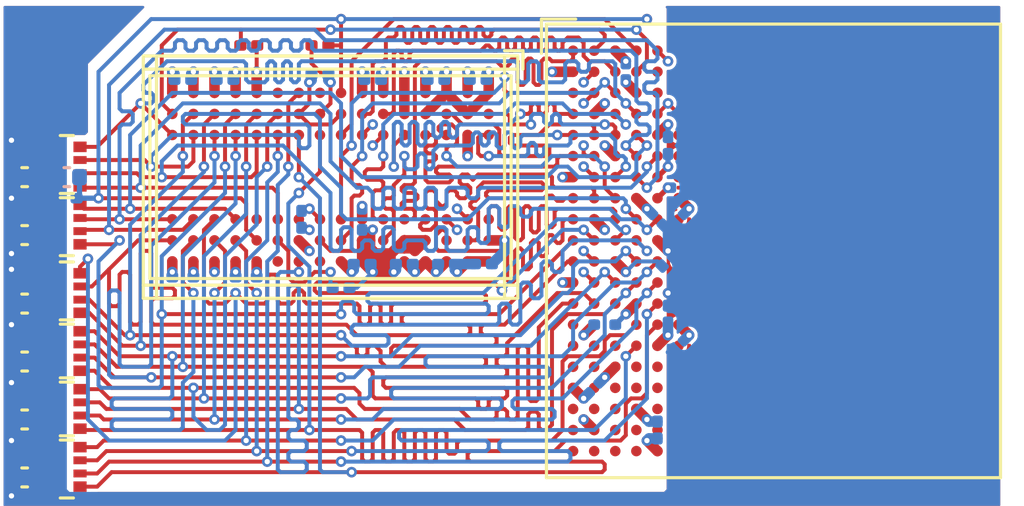
<source format=kicad_pcb>
(kicad_pcb (version 20171130) (host pcbnew "(5.1.10)-1")
  (layers (0 F.Cu signal) (1 In1.Cu signal) (2 In2.Cu signal) (31 B.Cu signal) (34 B.Paste user) (35 F.Paste user) (36 B.SilkS user) (37 F.SilkS user) (38 B.Mask user) (39 F.Mask user) (44 Edge.Cuts user))
  (net 0 "")
  (net 1 DDR_A0)
  (net 2 DDR_DQ10)
  (net 3 DDR_DQ0)
  (net 4 DDR_CK-)
  (net 5 DDR_CK+)
  (net 6 DDR_DQS1+)
  (net 7 DDR_DQS1-)
  (net 8 DDR_DQS0+)
  (net 9 DDR_nRST)
  (net 10 DDR_DQS0-)
  (net 11 GND)
  (net 12 VCC_DDR)
  (net 13 /DDR_ZQ0)
  (net 14 /DDR_VRN)
  (net 15 /DDR_VRP)
  (net 16 VREF_DDR)
  (net 17 VTT_DDR)
  (net 18 DDR_DQM1)
  (net 19 DDR_DQM0)
  (net 20 DDR_CKE)
  (net 21 DDR_BA1)
  (net 22 DDR_nCAS)
  (net 23 DDR_nRAS)
  (net 24 DDR_ODT)
  (net 25 DDR_nCS)
  (net 26 DDR_nWE)
  (net 27 DDR_A4)
  (net 28 DDR_A2)
  (net 29 DDR_BA0)
  (net 30 DDR_A6)
  (net 31 DDR_A5)
  (net 32 DDR_A7)
  (net 33 DDR_A3)
  (net 34 DDR_A1)
  (net 35 DDR_A8)
  (net 36 DDR_BA2)
  (net 37 DDR_A9)
  (net 38 DDR_A11)
  (net 39 DDR_A10)
  (net 40 DDR_A14)
  (net 41 DDR_A12)
  (net 42 DDR_A13)
  (net 43 DDR_DQ12)
  (net 44 DDR_DQ15)
  (net 45 DDR_DQ11)
  (net 46 DDR_DQ13)
  (net 47 DDR_DQ14)
  (net 48 DDR_DQ9)
  (net 49 DDR_DQ8)
  (net 50 DDR_DQ7)
  (net 51 DDR_DQ4)
  (net 52 DDR_DQ5)
  (net 53 DDR_DQ6)
  (net 54 DDR_DQ1)
  (net 55 DDR_DQ3)
  (net 56 DDR_DQ2)
  (module Symbol:stanlazy_2.5mm_mask (layer F.Cu) (at 22.3 5.5)
    (fp_text reference REF** hide)
    (fp_text value stanlazy_2.5mm_mask hide)
  )
  (module Package_BGA:Xilinx_CLG400_NoPaste_JLC_Package_Delay (layer F.Cu) (at 50 13.3)
    (fp_text reference U2)
    (fp_text value xc7z010clg400)
    (pad Y20 smd circle (at 7.6 7.6) (size 0.4 0.4) (layers F.Cu F.Mask))
    (pad Y19 smd circle (at 6.8 7.6) (size 0.4 0.4) (layers F.Cu F.Mask))
    (pad Y18 smd circle (at 6 7.6) (size 0.4 0.4) (layers F.Cu F.Mask))
    (pad Y17 smd circle (at 5.2 7.6) (size 0.4 0.4) (layers F.Cu F.Mask))
    (pad Y16 smd circle (at 4.4 7.6) (size 0.4 0.4) (layers F.Cu F.Mask))
    (pad Y15 smd circle (at 3.6 7.6) (size 0.4 0.4) (layers F.Cu F.Mask))
    (pad Y14 smd circle (at 2.8 7.6) (size 0.4 0.4) (layers F.Cu F.Mask))
    (pad Y13 smd circle (at 2 7.6) (size 0.4 0.4) (layers F.Cu F.Mask))
    (pad Y12 smd circle (at 1.2 7.6) (size 0.4 0.4) (layers F.Cu F.Mask))
    (pad Y11 smd circle (at 0.4 7.6) (size 0.4 0.4) (layers F.Cu F.Mask))
    (pad Y10 smd circle (at -0.4 7.6) (size 0.4 0.4) (layers F.Cu F.Mask))
    (pad Y9 smd circle (at -1.2 7.6) (size 0.4 0.4) (layers F.Cu F.Mask))
    (pad Y8 smd circle (at -2 7.6) (size 0.4 0.4) (layers F.Cu F.Mask))
    (pad Y7 smd circle (at -2.8 7.6) (size 0.4 0.4) (layers F.Cu F.Mask))
    (pad Y6 smd circle (at -3.6 7.6) (size 0.4 0.4) (layers F.Cu F.Mask))
    (pad Y5 smd circle (at -4.4 7.6) (size 0.4 0.4) (layers F.Cu F.Mask))
    (pad Y4 smd circle (at -5.2 7.6) (size 0.4 0.4) (layers F.Cu F.Mask))
    (pad Y3 smd circle (at -6 7.6) (size 0.4 0.4) (layers F.Cu F.Mask))
    (pad Y2 smd circle (at -6.8 7.6) (size 0.4 0.4) (layers F.Cu F.Mask))
    (pad Y1 smd circle (at -7.6 7.6) (size 0.4 0.4) (layers F.Cu F.Mask))
    (pad W20 smd circle (at 7.6 6.8) (size 0.4 0.4) (layers F.Cu F.Mask))
    (pad W19 smd circle (at 6.8 6.8) (size 0.4 0.4) (layers F.Cu F.Mask))
    (pad W18 smd circle (at 6 6.8) (size 0.4 0.4) (layers F.Cu F.Mask))
    (pad W17 smd circle (at 5.2 6.8) (size 0.4 0.4) (layers F.Cu F.Mask))
    (pad W16 smd circle (at 4.4 6.8) (size 0.4 0.4) (layers F.Cu F.Mask))
    (pad W15 smd circle (at 3.6 6.8) (size 0.4 0.4) (layers F.Cu F.Mask))
    (pad W14 smd circle (at 2.8 6.8) (size 0.4 0.4) (layers F.Cu F.Mask))
    (pad W13 smd circle (at 2 6.8) (size 0.4 0.4) (layers F.Cu F.Mask))
    (pad W12 smd circle (at 1.2 6.8) (size 0.4 0.4) (layers F.Cu F.Mask))
    (pad W11 smd circle (at 0.4 6.8) (size 0.4 0.4) (layers F.Cu F.Mask))
    (pad W10 smd circle (at -0.4 6.8) (size 0.4 0.4) (layers F.Cu F.Mask))
    (pad W9 smd circle (at -1.2 6.8) (size 0.4 0.4) (layers F.Cu F.Mask))
    (pad W8 smd circle (at -2 6.8) (size 0.4 0.4) (layers F.Cu F.Mask))
    (pad W7 smd circle (at -2.8 6.8) (size 0.4 0.4) (layers F.Cu F.Mask))
    (pad W6 smd circle (at -3.6 6.8) (size 0.4 0.4) (layers F.Cu F.Mask))
    (pad W5 smd circle (at -4.4 6.8) (size 0.4 0.4) (layers F.Cu F.Mask))
    (pad W4 smd circle (at -5.2 6.8) (size 0.4 0.4) (layers F.Cu F.Mask))
    (pad W3 smd circle (at -6 6.8) (size 0.4 0.4) (layers F.Cu F.Mask))
    (pad W2 smd circle (at -6.8 6.8) (size 0.4 0.4) (layers F.Cu F.Mask))
    (pad W1 smd circle (at -7.6 6.8) (size 0.4 0.4) (layers F.Cu F.Mask))
    (pad V20 smd circle (at 7.6 6) (size 0.4 0.4) (layers F.Cu F.Mask))
    (pad V19 smd circle (at 6.8 6) (size 0.4 0.4) (layers F.Cu F.Mask))
    (pad V18 smd circle (at 6 6) (size 0.4 0.4) (layers F.Cu F.Mask))
    (pad V17 smd circle (at 5.2 6) (size 0.4 0.4) (layers F.Cu F.Mask))
    (pad V16 smd circle (at 4.4 6) (size 0.4 0.4) (layers F.Cu F.Mask))
    (pad V15 smd circle (at 3.6 6) (size 0.4 0.4) (layers F.Cu F.Mask))
    (pad V14 smd circle (at 2.8 6) (size 0.4 0.4) (layers F.Cu F.Mask))
    (pad V13 smd circle (at 2 6) (size 0.4 0.4) (layers F.Cu F.Mask))
    (pad V12 smd circle (at 1.2 6) (size 0.4 0.4) (layers F.Cu F.Mask))
    (pad V11 smd circle (at 0.4 6) (size 0.4 0.4) (layers F.Cu F.Mask))
    (pad V10 smd circle (at -0.4 6) (size 0.4 0.4) (layers F.Cu F.Mask))
    (pad V9 smd circle (at -1.2 6) (size 0.4 0.4) (layers F.Cu F.Mask))
    (pad V8 smd circle (at -2 6) (size 0.4 0.4) (layers F.Cu F.Mask))
    (pad V7 smd circle (at -2.8 6) (size 0.4 0.4) (layers F.Cu F.Mask))
    (pad V6 smd circle (at -3.6 6) (size 0.4 0.4) (layers F.Cu F.Mask))
    (pad V5 smd circle (at -4.4 6) (size 0.4 0.4) (layers F.Cu F.Mask))
    (pad V4 smd circle (at -5.2 6) (size 0.4 0.4) (layers F.Cu F.Mask) (net 12 VCC_DDR))
    (pad V3 smd circle (at -6 6) (size 0.4 0.4) (layers F.Cu F.Mask))
    (pad V2 smd circle (at -6.8 6) (size 0.4 0.4) (layers F.Cu F.Mask))
    (pad V1 smd circle (at -7.6 6) (size 0.4 0.4) (layers F.Cu F.Mask))
    (pad U20 smd circle (at 7.6 5.2) (size 0.4 0.4) (layers F.Cu F.Mask))
    (pad U19 smd circle (at 6.8 5.2) (size 0.4 0.4) (layers F.Cu F.Mask))
    (pad U18 smd circle (at 6 5.2) (size 0.4 0.4) (layers F.Cu F.Mask))
    (pad U17 smd circle (at 5.2 5.2) (size 0.4 0.4) (layers F.Cu F.Mask))
    (pad U16 smd circle (at 4.4 5.2) (size 0.4 0.4) (layers F.Cu F.Mask))
    (pad U15 smd circle (at 3.6 5.2) (size 0.4 0.4) (layers F.Cu F.Mask))
    (pad U14 smd circle (at 2.8 5.2) (size 0.4 0.4) (layers F.Cu F.Mask))
    (pad U13 smd circle (at 2 5.2) (size 0.4 0.4) (layers F.Cu F.Mask))
    (pad U12 smd circle (at 1.2 5.2) (size 0.4 0.4) (layers F.Cu F.Mask))
    (pad U11 smd circle (at 0.4 5.2) (size 0.4 0.4) (layers F.Cu F.Mask))
    (pad U10 smd circle (at -0.4 5.2) (size 0.4 0.4) (layers F.Cu F.Mask))
    (pad U9 smd circle (at -1.2 5.2) (size 0.4 0.4) (layers F.Cu F.Mask))
    (pad U8 smd circle (at -2 5.2) (size 0.4 0.4) (layers F.Cu F.Mask))
    (pad U7 smd circle (at -2.8 5.2) (size 0.4 0.4) (layers F.Cu F.Mask))
    (pad U6 smd circle (at -3.6 5.2) (size 0.4 0.4) (layers F.Cu F.Mask))
    (pad U5 smd circle (at -4.4 5.2) (size 0.4 0.4) (layers F.Cu F.Mask))
    (pad U4 smd circle (at -5.2 5.2) (size 0.4 0.4) (layers F.Cu F.Mask))
    (pad U3 smd circle (at -6 5.2) (size 0.4 0.4) (layers F.Cu F.Mask))
    (pad U2 smd circle (at -6.8 5.2) (size 0.4 0.4) (layers F.Cu F.Mask))
    (pad U1 smd circle (at -7.6 5.2) (size 0.4 0.4) (layers F.Cu F.Mask) (net 12 VCC_DDR))
    (pad T20 smd circle (at 7.6 4.4) (size 0.4 0.4) (layers F.Cu F.Mask))
    (pad T19 smd circle (at 6.8 4.4) (size 0.4 0.4) (layers F.Cu F.Mask))
    (pad T18 smd circle (at 6 4.4) (size 0.4 0.4) (layers F.Cu F.Mask))
    (pad T17 smd circle (at 5.2 4.4) (size 0.4 0.4) (layers F.Cu F.Mask))
    (pad T16 smd circle (at 4.4 4.4) (size 0.4 0.4) (layers F.Cu F.Mask))
    (pad T15 smd circle (at 3.6 4.4) (size 0.4 0.4) (layers F.Cu F.Mask))
    (pad T14 smd circle (at 2.8 4.4) (size 0.4 0.4) (layers F.Cu F.Mask))
    (pad T13 smd circle (at 2 4.4) (size 0.4 0.4) (layers F.Cu F.Mask))
    (pad T12 smd circle (at 1.2 4.4) (size 0.4 0.4) (layers F.Cu F.Mask))
    (pad T11 smd circle (at 0.4 4.4) (size 0.4 0.4) (layers F.Cu F.Mask))
    (pad T10 smd circle (at -0.4 4.4) (size 0.4 0.4) (layers F.Cu F.Mask))
    (pad T9 smd circle (at -1.2 4.4) (size 0.4 0.4) (layers F.Cu F.Mask))
    (pad T8 smd circle (at -2 4.4) (size 0.4 0.4) (layers F.Cu F.Mask))
    (pad T7 smd circle (at -2.8 4.4) (size 0.4 0.4) (layers F.Cu F.Mask))
    (pad T6 smd circle (at -3.6 4.4) (size 0.4 0.4) (layers F.Cu F.Mask))
    (pad T5 smd circle (at -4.4 4.4) (size 0.4 0.4) (layers F.Cu F.Mask))
    (pad T4 smd circle (at -5.2 4.4) (size 0.4 0.4) (layers F.Cu F.Mask))
    (pad T3 smd circle (at -6 4.4) (size 0.4 0.4) (layers F.Cu F.Mask))
    (pad T2 smd circle (at -6.8 4.4) (size 0.4 0.4) (layers F.Cu F.Mask))
    (pad T1 smd circle (at -7.6 4.4) (size 0.4 0.4) (layers F.Cu F.Mask))
    (pad R20 smd circle (at 7.6 3.6) (size 0.4 0.4) (layers F.Cu F.Mask))
    (pad R19 smd circle (at 6.8 3.6) (size 0.4 0.4) (layers F.Cu F.Mask))
    (pad R18 smd circle (at 6 3.6) (size 0.4 0.4) (layers F.Cu F.Mask))
    (pad R17 smd circle (at 5.2 3.6) (size 0.4 0.4) (layers F.Cu F.Mask))
    (pad R16 smd circle (at 4.4 3.6) (size 0.4 0.4) (layers F.Cu F.Mask))
    (pad R15 smd circle (at 3.6 3.6) (size 0.4 0.4) (layers F.Cu F.Mask))
    (pad R14 smd circle (at 2.8 3.6) (size 0.4 0.4) (layers F.Cu F.Mask))
    (pad R13 smd circle (at 2 3.6) (size 0.4 0.4) (layers F.Cu F.Mask))
    (pad R12 smd circle (at 1.2 3.6) (size 0.4 0.4) (layers F.Cu F.Mask))
    (pad R11 smd circle (at 0.4 3.6) (size 0.4 0.4) (layers F.Cu F.Mask))
    (pad R10 smd circle (at -0.4 3.6) (size 0.4 0.4) (layers F.Cu F.Mask))
    (pad R9 smd circle (at -1.2 3.6) (size 0.4 0.4) (layers F.Cu F.Mask))
    (pad R8 smd circle (at -2 3.6) (size 0.4 0.4) (layers F.Cu F.Mask))
    (pad R7 smd circle (at -2.8 3.6) (size 0.4 0.4) (layers F.Cu F.Mask))
    (pad R6 smd circle (at -3.6 3.6) (size 0.4 0.4) (layers F.Cu F.Mask))
    (pad R5 smd circle (at -4.4 3.6) (size 0.4 0.4) (layers F.Cu F.Mask) (net 12 VCC_DDR))
    (pad R4 smd circle (at -5.2 3.6) (size 0.4 0.4) (layers F.Cu F.Mask) (net 21 DDR_BA1))
    (pad R3 smd circle (at -6 3.6) (size 0.4 0.4) (layers F.Cu F.Mask))
    (pad R2 smd circle (at -6.8 3.6) (size 0.4 0.4) (layers F.Cu F.Mask))
    (pad R1 smd circle (at -7.6 3.6) (size 0.4 0.4) (layers F.Cu F.Mask))
    (pad P20 smd circle (at 7.6 2.8) (size 0.4 0.4) (layers F.Cu F.Mask))
    (pad P19 smd circle (at 6.8 2.8) (size 0.4 0.4) (layers F.Cu F.Mask))
    (pad P18 smd circle (at 6 2.8) (size 0.4 0.4) (layers F.Cu F.Mask))
    (pad P17 smd circle (at 5.2 2.8) (size 0.4 0.4) (layers F.Cu F.Mask))
    (pad P16 smd circle (at 4.4 2.8) (size 0.4 0.4) (layers F.Cu F.Mask))
    (pad P15 smd circle (at 3.6 2.8) (size 0.4 0.4) (layers F.Cu F.Mask))
    (pad P14 smd circle (at 2.8 2.8) (size 0.4 0.4) (layers F.Cu F.Mask))
    (pad P13 smd circle (at 2 2.8) (size 0.4 0.4) (layers F.Cu F.Mask))
    (pad P12 smd circle (at 1.2 2.8) (size 0.4 0.4) (layers F.Cu F.Mask))
    (pad P11 smd circle (at 0.4 2.8) (size 0.4 0.4) (layers F.Cu F.Mask))
    (pad P10 smd circle (at -0.4 2.8) (size 0.4 0.4) (layers F.Cu F.Mask))
    (pad P9 smd circle (at -1.2 2.8) (size 0.4 0.4) (layers F.Cu F.Mask))
    (pad P8 smd circle (at -2 2.8) (size 0.4 0.4) (layers F.Cu F.Mask))
    (pad P7 smd circle (at -2.8 2.8) (size 0.4 0.4) (layers F.Cu F.Mask))
    (pad P6 smd circle (at -3.6 2.8) (size 0.4 0.4) (layers F.Cu F.Mask) (net 16 VREF_DDR))
    (pad P5 smd circle (at -4.4 2.8) (size 0.4 0.4) (layers F.Cu F.Mask) (net 22 DDR_nCAS))
    (pad P4 smd circle (at -5.2 2.8) (size 0.4 0.4) (layers F.Cu F.Mask) (net 23 DDR_nRAS))
    (pad P3 smd circle (at -6 2.8) (size 0.4 0.4) (layers F.Cu F.Mask))
    (pad P2 smd circle (at -6.8 2.8) (size 0.4 0.4) (layers F.Cu F.Mask) (net 12 VCC_DDR))
    (pad P1 smd circle (at -7.6 2.8) (size 0.4 0.4) (layers F.Cu F.Mask))
    (pad N20 smd circle (at 7.6 2) (size 0.4 0.4) (layers F.Cu F.Mask))
    (pad N19 smd circle (at 6.8 2) (size 0.4 0.4) (layers F.Cu F.Mask))
    (pad N18 smd circle (at 6 2) (size 0.4 0.4) (layers F.Cu F.Mask))
    (pad N17 smd circle (at 5.2 2) (size 0.4 0.4) (layers F.Cu F.Mask))
    (pad N16 smd circle (at 4.4 2) (size 0.4 0.4) (layers F.Cu F.Mask))
    (pad N15 smd circle (at 3.6 2) (size 0.4 0.4) (layers F.Cu F.Mask))
    (pad N14 smd circle (at 2.8 2) (size 0.4 0.4) (layers F.Cu F.Mask))
    (pad N13 smd circle (at 2 2) (size 0.4 0.4) (layers F.Cu F.Mask))
    (pad N12 smd circle (at 1.2 2) (size 0.4 0.4) (layers F.Cu F.Mask))
    (pad N11 smd circle (at 0.4 2) (size 0.4 0.4) (layers F.Cu F.Mask))
    (pad N10 smd circle (at -0.4 2) (size 0.4 0.4) (layers F.Cu F.Mask))
    (pad N9 smd circle (at -1.2 2) (size 0.4 0.4) (layers F.Cu F.Mask))
    (pad N8 smd circle (at -2 2) (size 0.4 0.4) (layers F.Cu F.Mask))
    (pad N7 smd circle (at -2.8 2) (size 0.4 0.4) (layers F.Cu F.Mask))
    (pad N6 smd circle (at -3.6 2) (size 0.4 0.4) (layers F.Cu F.Mask))
    (pad N5 smd circle (at -4.4 2) (size 0.4 0.4) (layers F.Cu F.Mask) (net 24 DDR_ODT))
    (pad N4 smd circle (at -5.2 2) (size 0.4 0.4) (layers F.Cu F.Mask))
    (pad N3 smd circle (at -6 2) (size 0.4 0.4) (layers F.Cu F.Mask) (net 20 DDR_CKE))
    (pad N2 smd circle (at -6.8 2) (size 0.4 0.4) (layers F.Cu F.Mask) (net 1 DDR_A0))
    (pad N1 smd circle (at -7.6 2) (size 0.4 0.4) (layers F.Cu F.Mask) (net 25 DDR_nCS))
    (pad M20 smd circle (at 7.6 1.2) (size 0.4 0.4) (layers F.Cu F.Mask))
    (pad M19 smd circle (at 6.8 1.2) (size 0.4 0.4) (layers F.Cu F.Mask))
    (pad M18 smd circle (at 6 1.2) (size 0.4 0.4) (layers F.Cu F.Mask))
    (pad M17 smd circle (at 5.2 1.2) (size 0.4 0.4) (layers F.Cu F.Mask))
    (pad M16 smd circle (at 4.4 1.2) (size 0.4 0.4) (layers F.Cu F.Mask))
    (pad M15 smd circle (at 3.6 1.2) (size 0.4 0.4) (layers F.Cu F.Mask))
    (pad M14 smd circle (at 2.8 1.2) (size 0.4 0.4) (layers F.Cu F.Mask))
    (pad M13 smd circle (at 2 1.2) (size 0.4 0.4) (layers F.Cu F.Mask))
    (pad M12 smd circle (at 1.2 1.2) (size 0.4 0.4) (layers F.Cu F.Mask))
    (pad M11 smd circle (at 0.4 1.2) (size 0.4 0.4) (layers F.Cu F.Mask))
    (pad M10 smd circle (at -0.4 1.2) (size 0.4 0.4) (layers F.Cu F.Mask))
    (pad M9 smd circle (at -1.2 1.2) (size 0.4 0.4) (layers F.Cu F.Mask))
    (pad M8 smd circle (at -2 1.2) (size 0.4 0.4) (layers F.Cu F.Mask))
    (pad M7 smd circle (at -2.8 1.2) (size 0.4 0.4) (layers F.Cu F.Mask))
    (pad M6 smd circle (at -3.6 1.2) (size 0.4 0.4) (layers F.Cu F.Mask))
    (pad M5 smd circle (at -4.4 1.2) (size 0.4 0.4) (layers F.Cu F.Mask) (net 26 DDR_nWE))
    (pad M4 smd circle (at -5.2 1.2) (size 0.4 0.4) (layers F.Cu F.Mask) (net 27 DDR_A4))
    (pad M3 smd circle (at -6 1.2) (size 0.4 0.4) (layers F.Cu F.Mask) (net 28 DDR_A2))
    (pad M2 smd circle (at -6.8 1.2) (size 0.4 0.4) (layers F.Cu F.Mask) (net 4 DDR_CK-))
    (pad M1 smd circle (at -7.6 1.2) (size 0.4 0.4) (layers F.Cu F.Mask))
    (pad L20 smd circle (at 7.6 0.4) (size 0.4 0.4) (layers F.Cu F.Mask))
    (pad L19 smd circle (at 6.8 0.4) (size 0.4 0.4) (layers F.Cu F.Mask))
    (pad L18 smd circle (at 6 0.4) (size 0.4 0.4) (layers F.Cu F.Mask))
    (pad L17 smd circle (at 5.2 0.4) (size 0.4 0.4) (layers F.Cu F.Mask))
    (pad L16 smd circle (at 4.4 0.4) (size 0.4 0.4) (layers F.Cu F.Mask))
    (pad L15 smd circle (at 3.6 0.4) (size 0.4 0.4) (layers F.Cu F.Mask))
    (pad L14 smd circle (at 2.8 0.4) (size 0.4 0.4) (layers F.Cu F.Mask))
    (pad L13 smd circle (at 2 0.4) (size 0.4 0.4) (layers F.Cu F.Mask))
    (pad L12 smd circle (at 1.2 0.4) (size 0.4 0.4) (layers F.Cu F.Mask))
    (pad L11 smd circle (at 0.4 0.4) (size 0.4 0.4) (layers F.Cu F.Mask))
    (pad L10 smd circle (at -0.4 0.4) (size 0.4 0.4) (layers F.Cu F.Mask))
    (pad L9 smd circle (at -1.2 0.4) (size 0.4 0.4) (layers F.Cu F.Mask))
    (pad L8 smd circle (at -2 0.4) (size 0.4 0.4) (layers F.Cu F.Mask))
    (pad L7 smd circle (at -2.8 0.4) (size 0.4 0.4) (layers F.Cu F.Mask))
    (pad L6 smd circle (at -3.6 0.4) (size 0.4 0.4) (layers F.Cu F.Mask))
    (pad L5 smd circle (at -4.4 0.4) (size 0.4 0.4) (layers F.Cu F.Mask) (net 29 DDR_BA0))
    (pad L4 smd circle (at -5.2 0.4) (size 0.4 0.4) (layers F.Cu F.Mask) (net 30 DDR_A6))
    (pad L3 smd circle (at -6 0.4) (size 0.4 0.4) (layers F.Cu F.Mask) (net 12 VCC_DDR))
    (pad L2 smd circle (at -6.8 0.4) (size 0.4 0.4) (layers F.Cu F.Mask) (net 5 DDR_CK+))
    (pad L1 smd circle (at -7.6 0.4) (size 0.4 0.4) (layers F.Cu F.Mask) (net 31 DDR_A5))
    (pad K20 smd circle (at 7.6 -0.4) (size 0.4 0.4) (layers F.Cu F.Mask))
    (pad K19 smd circle (at 6.8 -0.4) (size 0.4 0.4) (layers F.Cu F.Mask))
    (pad K18 smd circle (at 6 -0.4) (size 0.4 0.4) (layers F.Cu F.Mask))
    (pad K17 smd circle (at 5.2 -0.4) (size 0.4 0.4) (layers F.Cu F.Mask))
    (pad K16 smd circle (at 4.4 -0.4) (size 0.4 0.4) (layers F.Cu F.Mask))
    (pad K15 smd circle (at 3.6 -0.4) (size 0.4 0.4) (layers F.Cu F.Mask))
    (pad K14 smd circle (at 2.8 -0.4) (size 0.4 0.4) (layers F.Cu F.Mask))
    (pad K13 smd circle (at 2 -0.4) (size 0.4 0.4) (layers F.Cu F.Mask))
    (pad K12 smd circle (at 1.2 -0.4) (size 0.4 0.4) (layers F.Cu F.Mask))
    (pad K11 smd circle (at 0.4 -0.4) (size 0.4 0.4) (layers F.Cu F.Mask))
    (pad K10 smd circle (at -0.4 -0.4) (size 0.4 0.4) (layers F.Cu F.Mask))
    (pad K9 smd circle (at -1.2 -0.4) (size 0.4 0.4) (layers F.Cu F.Mask))
    (pad K8 smd circle (at -2 -0.4) (size 0.4 0.4) (layers F.Cu F.Mask))
    (pad K7 smd circle (at -2.8 -0.4) (size 0.4 0.4) (layers F.Cu F.Mask))
    (pad K6 smd circle (at -3.6 -0.4) (size 0.4 0.4) (layers F.Cu F.Mask))
    (pad K5 smd circle (at -4.4 -0.4) (size 0.4 0.4) (layers F.Cu F.Mask))
    (pad K4 smd circle (at -5.2 -0.4) (size 0.4 0.4) (layers F.Cu F.Mask) (net 32 DDR_A7))
    (pad K3 smd circle (at -6 -0.4) (size 0.4 0.4) (layers F.Cu F.Mask) (net 33 DDR_A3))
    (pad K2 smd circle (at -6.8 -0.4) (size 0.4 0.4) (layers F.Cu F.Mask) (net 34 DDR_A1))
    (pad K1 smd circle (at -7.6 -0.4) (size 0.4 0.4) (layers F.Cu F.Mask) (net 35 DDR_A8))
    (pad J20 smd circle (at 7.6 -1.2) (size 0.4 0.4) (layers F.Cu F.Mask))
    (pad J19 smd circle (at 6.8 -1.2) (size 0.4 0.4) (layers F.Cu F.Mask))
    (pad J18 smd circle (at 6 -1.2) (size 0.4 0.4) (layers F.Cu F.Mask))
    (pad J17 smd circle (at 5.2 -1.2) (size 0.4 0.4) (layers F.Cu F.Mask))
    (pad J16 smd circle (at 4.4 -1.2) (size 0.4 0.4) (layers F.Cu F.Mask))
    (pad J15 smd circle (at 3.6 -1.2) (size 0.4 0.4) (layers F.Cu F.Mask))
    (pad J14 smd circle (at 2.8 -1.2) (size 0.4 0.4) (layers F.Cu F.Mask))
    (pad J13 smd circle (at 2 -1.2) (size 0.4 0.4) (layers F.Cu F.Mask))
    (pad J12 smd circle (at 1.2 -1.2) (size 0.4 0.4) (layers F.Cu F.Mask))
    (pad J11 smd circle (at 0.4 -1.2) (size 0.4 0.4) (layers F.Cu F.Mask))
    (pad J10 smd circle (at -0.4 -1.2) (size 0.4 0.4) (layers F.Cu F.Mask))
    (pad J9 smd circle (at -1.2 -1.2) (size 0.4 0.4) (layers F.Cu F.Mask))
    (pad J8 smd circle (at -2 -1.2) (size 0.4 0.4) (layers F.Cu F.Mask))
    (pad J7 smd circle (at -2.8 -1.2) (size 0.4 0.4) (layers F.Cu F.Mask))
    (pad J6 smd circle (at -3.6 -1.2) (size 0.4 0.4) (layers F.Cu F.Mask))
    (pad J5 smd circle (at -4.4 -1.2) (size 0.4 0.4) (layers F.Cu F.Mask) (net 36 DDR_BA2))
    (pad J4 smd circle (at -5.2 -1.2) (size 0.4 0.4) (layers F.Cu F.Mask) (net 37 DDR_A9))
    (pad J3 smd circle (at -6 -1.2) (size 0.4 0.4) (layers F.Cu F.Mask) (net 43 DDR_DQ12))
    (pad J2 smd circle (at -6.8 -1.2) (size 0.4 0.4) (layers F.Cu F.Mask))
    (pad J1 smd circle (at -7.6 -1.2) (size 0.4 0.4) (layers F.Cu F.Mask) (net 44 DDR_DQ15))
    (pad H20 smd circle (at 7.6 -2) (size 0.4 0.4) (layers F.Cu F.Mask))
    (pad H19 smd circle (at 6.8 -2) (size 0.4 0.4) (layers F.Cu F.Mask))
    (pad H18 smd circle (at 6 -2) (size 0.4 0.4) (layers F.Cu F.Mask))
    (pad H17 smd circle (at 5.2 -2) (size 0.4 0.4) (layers F.Cu F.Mask))
    (pad H16 smd circle (at 4.4 -2) (size 0.4 0.4) (layers F.Cu F.Mask))
    (pad H15 smd circle (at 3.6 -2) (size 0.4 0.4) (layers F.Cu F.Mask))
    (pad H14 smd circle (at 2.8 -2) (size 0.4 0.4) (layers F.Cu F.Mask))
    (pad H13 smd circle (at 2 -2) (size 0.4 0.4) (layers F.Cu F.Mask))
    (pad H12 smd circle (at 1.2 -2) (size 0.4 0.4) (layers F.Cu F.Mask))
    (pad H11 smd circle (at 0.4 -2) (size 0.4 0.4) (layers F.Cu F.Mask))
    (pad H10 smd circle (at -0.4 -2) (size 0.4 0.4) (layers F.Cu F.Mask))
    (pad H9 smd circle (at -1.2 -2) (size 0.4 0.4) (layers F.Cu F.Mask))
    (pad H8 smd circle (at -2 -2) (size 0.4 0.4) (layers F.Cu F.Mask))
    (pad H7 smd circle (at -2.8 -2) (size 0.4 0.4) (layers F.Cu F.Mask))
    (pad H6 smd circle (at -3.6 -2) (size 0.4 0.4) (layers F.Cu F.Mask) (net 16 VREF_DDR))
    (pad H5 smd circle (at -4.4 -2) (size 0.4 0.4) (layers F.Cu F.Mask) (net 15 /DDR_VRP))
    (pad H4 smd circle (at -5.2 -2) (size 0.4 0.4) (layers F.Cu F.Mask) (net 12 VCC_DDR))
    (pad H3 smd circle (at -6 -2) (size 0.4 0.4) (layers F.Cu F.Mask) (net 45 DDR_DQ11))
    (pad H2 smd circle (at -6.8 -2) (size 0.4 0.4) (layers F.Cu F.Mask) (net 46 DDR_DQ13))
    (pad H1 smd circle (at -7.6 -2) (size 0.4 0.4) (layers F.Cu F.Mask) (net 47 DDR_DQ14))
    (pad G20 smd circle (at 7.6 -2.8) (size 0.4 0.4) (layers F.Cu F.Mask))
    (pad G19 smd circle (at 6.8 -2.8) (size 0.4 0.4) (layers F.Cu F.Mask))
    (pad G18 smd circle (at 6 -2.8) (size 0.4 0.4) (layers F.Cu F.Mask))
    (pad G17 smd circle (at 5.2 -2.8) (size 0.4 0.4) (layers F.Cu F.Mask))
    (pad G16 smd circle (at 4.4 -2.8) (size 0.4 0.4) (layers F.Cu F.Mask))
    (pad G15 smd circle (at 3.6 -2.8) (size 0.4 0.4) (layers F.Cu F.Mask))
    (pad G14 smd circle (at 2.8 -2.8) (size 0.4 0.4) (layers F.Cu F.Mask))
    (pad G13 smd circle (at 2 -2.8) (size 0.4 0.4) (layers F.Cu F.Mask))
    (pad G12 smd circle (at 1.2 -2.8) (size 0.4 0.4) (layers F.Cu F.Mask))
    (pad G11 smd circle (at 0.4 -2.8) (size 0.4 0.4) (layers F.Cu F.Mask))
    (pad G10 smd circle (at -0.4 -2.8) (size 0.4 0.4) (layers F.Cu F.Mask))
    (pad G9 smd circle (at -1.2 -2.8) (size 0.4 0.4) (layers F.Cu F.Mask))
    (pad G8 smd circle (at -2 -2.8) (size 0.4 0.4) (layers F.Cu F.Mask))
    (pad G7 smd circle (at -2.8 -2.8) (size 0.4 0.4) (layers F.Cu F.Mask))
    (pad G6 smd circle (at -3.6 -2.8) (size 0.4 0.4) (layers F.Cu F.Mask))
    (pad G5 smd circle (at -4.4 -2.8) (size 0.4 0.4) (layers F.Cu F.Mask) (net 14 /DDR_VRN))
    (pad G4 smd circle (at -5.2 -2.8) (size 0.4 0.4) (layers F.Cu F.Mask) (net 38 DDR_A11))
    (pad G3 smd circle (at -6 -2.8) (size 0.4 0.4) (layers F.Cu F.Mask) (net 2 DDR_DQ10))
    (pad G2 smd circle (at -6.8 -2.8) (size 0.4 0.4) (layers F.Cu F.Mask) (net 6 DDR_DQS1+))
    (pad G1 smd circle (at -7.6 -2.8) (size 0.4 0.4) (layers F.Cu F.Mask) (net 12 VCC_DDR))
    (pad F20 smd circle (at 7.6 -3.6) (size 0.4 0.4) (layers F.Cu F.Mask))
    (pad F19 smd circle (at 6.8 -3.6) (size 0.4 0.4) (layers F.Cu F.Mask))
    (pad F18 smd circle (at 6 -3.6) (size 0.4 0.4) (layers F.Cu F.Mask))
    (pad F17 smd circle (at 5.2 -3.6) (size 0.4 0.4) (layers F.Cu F.Mask))
    (pad F16 smd circle (at 4.4 -3.6) (size 0.4 0.4) (layers F.Cu F.Mask))
    (pad F15 smd circle (at 3.6 -3.6) (size 0.4 0.4) (layers F.Cu F.Mask))
    (pad F14 smd circle (at 2.8 -3.6) (size 0.4 0.4) (layers F.Cu F.Mask))
    (pad F13 smd circle (at 2 -3.6) (size 0.4 0.4) (layers F.Cu F.Mask))
    (pad F12 smd circle (at 1.2 -3.6) (size 0.4 0.4) (layers F.Cu F.Mask))
    (pad F11 smd circle (at 0.4 -3.6) (size 0.4 0.4) (layers F.Cu F.Mask))
    (pad F10 smd circle (at -0.4 -3.6) (size 0.4 0.4) (layers F.Cu F.Mask))
    (pad F9 smd circle (at -1.2 -3.6) (size 0.4 0.4) (layers F.Cu F.Mask))
    (pad F8 smd circle (at -2 -3.6) (size 0.4 0.4) (layers F.Cu F.Mask))
    (pad F7 smd circle (at -2.8 -3.6) (size 0.4 0.4) (layers F.Cu F.Mask))
    (pad F6 smd circle (at -3.6 -3.6) (size 0.4 0.4) (layers F.Cu F.Mask))
    (pad F5 smd circle (at -4.4 -3.6) (size 0.4 0.4) (layers F.Cu F.Mask) (net 39 DDR_A10))
    (pad F4 smd circle (at -5.2 -3.6) (size 0.4 0.4) (layers F.Cu F.Mask) (net 40 DDR_A14))
    (pad F3 smd circle (at -6 -3.6) (size 0.4 0.4) (layers F.Cu F.Mask))
    (pad F2 smd circle (at -6.8 -3.6) (size 0.4 0.4) (layers F.Cu F.Mask) (net 7 DDR_DQS1-))
    (pad F1 smd circle (at -7.6 -3.6) (size 0.4 0.4) (layers F.Cu F.Mask) (net 18 DDR_DQM1))
    (pad E20 smd circle (at 7.6 -4.4) (size 0.4 0.4) (layers F.Cu F.Mask))
    (pad E19 smd circle (at 6.8 -4.4) (size 0.4 0.4) (layers F.Cu F.Mask))
    (pad E18 smd circle (at 6 -4.4) (size 0.4 0.4) (layers F.Cu F.Mask))
    (pad E17 smd circle (at 5.2 -4.4) (size 0.4 0.4) (layers F.Cu F.Mask))
    (pad E16 smd circle (at 4.4 -4.4) (size 0.4 0.4) (layers F.Cu F.Mask))
    (pad E15 smd circle (at 3.6 -4.4) (size 0.4 0.4) (layers F.Cu F.Mask))
    (pad E14 smd circle (at 2.8 -4.4) (size 0.4 0.4) (layers F.Cu F.Mask))
    (pad E13 smd circle (at 2 -4.4) (size 0.4 0.4) (layers F.Cu F.Mask))
    (pad E12 smd circle (at 1.2 -4.4) (size 0.4 0.4) (layers F.Cu F.Mask))
    (pad E11 smd circle (at 0.4 -4.4) (size 0.4 0.4) (layers F.Cu F.Mask))
    (pad E10 smd circle (at -0.4 -4.4) (size 0.4 0.4) (layers F.Cu F.Mask))
    (pad E9 smd circle (at -1.2 -4.4) (size 0.4 0.4) (layers F.Cu F.Mask))
    (pad E8 smd circle (at -2 -4.4) (size 0.4 0.4) (layers F.Cu F.Mask))
    (pad E7 smd circle (at -2.8 -4.4) (size 0.4 0.4) (layers F.Cu F.Mask))
    (pad E6 smd circle (at -3.6 -4.4) (size 0.4 0.4) (layers F.Cu F.Mask))
    (pad E5 smd circle (at -4.4 -4.4) (size 0.4 0.4) (layers F.Cu F.Mask) (net 12 VCC_DDR))
    (pad E4 smd circle (at -5.2 -4.4) (size 0.4 0.4) (layers F.Cu F.Mask) (net 41 DDR_A12))
    (pad E3 smd circle (at -6 -4.4) (size 0.4 0.4) (layers F.Cu F.Mask) (net 48 DDR_DQ9))
    (pad E2 smd circle (at -6.8 -4.4) (size 0.4 0.4) (layers F.Cu F.Mask) (net 49 DDR_DQ8))
    (pad E1 smd circle (at -7.6 -4.4) (size 0.4 0.4) (layers F.Cu F.Mask) (net 50 DDR_DQ7))
    (pad D20 smd circle (at 7.6 -5.2) (size 0.4 0.4) (layers F.Cu F.Mask))
    (pad D19 smd circle (at 6.8 -5.2) (size 0.4 0.4) (layers F.Cu F.Mask))
    (pad D18 smd circle (at 6 -5.2) (size 0.4 0.4) (layers F.Cu F.Mask))
    (pad D17 smd circle (at 5.2 -5.2) (size 0.4 0.4) (layers F.Cu F.Mask))
    (pad D16 smd circle (at 4.4 -5.2) (size 0.4 0.4) (layers F.Cu F.Mask))
    (pad D15 smd circle (at 3.6 -5.2) (size 0.4 0.4) (layers F.Cu F.Mask))
    (pad D14 smd circle (at 2.8 -5.2) (size 0.4 0.4) (layers F.Cu F.Mask))
    (pad D13 smd circle (at 2 -5.2) (size 0.4 0.4) (layers F.Cu F.Mask))
    (pad D12 smd circle (at 1.2 -5.2) (size 0.4 0.4) (layers F.Cu F.Mask))
    (pad D11 smd circle (at 0.4 -5.2) (size 0.4 0.4) (layers F.Cu F.Mask))
    (pad D10 smd circle (at -0.4 -5.2) (size 0.4 0.4) (layers F.Cu F.Mask))
    (pad D9 smd circle (at -1.2 -5.2) (size 0.4 0.4) (layers F.Cu F.Mask))
    (pad D8 smd circle (at -2 -5.2) (size 0.4 0.4) (layers F.Cu F.Mask))
    (pad D7 smd circle (at -2.8 -5.2) (size 0.4 0.4) (layers F.Cu F.Mask))
    (pad D6 smd circle (at -3.6 -5.2) (size 0.4 0.4) (layers F.Cu F.Mask))
    (pad D5 smd circle (at -4.4 -5.2) (size 0.4 0.4) (layers F.Cu F.Mask))
    (pad D4 smd circle (at -5.2 -5.2) (size 0.4 0.4) (layers F.Cu F.Mask) (net 42 DDR_A13))
    (pad D3 smd circle (at -6 -5.2) (size 0.4 0.4) (layers F.Cu F.Mask) (net 51 DDR_DQ4))
    (pad D2 smd circle (at -6.8 -5.2) (size 0.4 0.4) (layers F.Cu F.Mask) (net 12 VCC_DDR))
    (pad D1 smd circle (at -7.6 -5.2) (size 0.4 0.4) (layers F.Cu F.Mask) (net 52 DDR_DQ5))
    (pad C20 smd circle (at 7.6 -6) (size 0.4 0.4) (layers F.Cu F.Mask))
    (pad C19 smd circle (at 6.8 -6) (size 0.4 0.4) (layers F.Cu F.Mask))
    (pad C18 smd circle (at 6 -6) (size 0.4 0.4) (layers F.Cu F.Mask))
    (pad C17 smd circle (at 5.2 -6) (size 0.4 0.4) (layers F.Cu F.Mask))
    (pad C16 smd circle (at 4.4 -6) (size 0.4 0.4) (layers F.Cu F.Mask))
    (pad C15 smd circle (at 3.6 -6) (size 0.4 0.4) (layers F.Cu F.Mask))
    (pad C14 smd circle (at 2.8 -6) (size 0.4 0.4) (layers F.Cu F.Mask))
    (pad C13 smd circle (at 2 -6) (size 0.4 0.4) (layers F.Cu F.Mask))
    (pad C12 smd circle (at 1.2 -6) (size 0.4 0.4) (layers F.Cu F.Mask))
    (pad C11 smd circle (at 0.4 -6) (size 0.4 0.4) (layers F.Cu F.Mask))
    (pad C10 smd circle (at -0.4 -6) (size 0.4 0.4) (layers F.Cu F.Mask))
    (pad C9 smd circle (at -1.2 -6) (size 0.4 0.4) (layers F.Cu F.Mask))
    (pad C8 smd circle (at -2 -6) (size 0.4 0.4) (layers F.Cu F.Mask))
    (pad C7 smd circle (at -2.8 -6) (size 0.4 0.4) (layers F.Cu F.Mask))
    (pad C6 smd circle (at -3.6 -6) (size 0.4 0.4) (layers F.Cu F.Mask))
    (pad C5 smd circle (at -4.4 -6) (size 0.4 0.4) (layers F.Cu F.Mask))
    (pad C4 smd circle (at -5.2 -6) (size 0.4 0.4) (layers F.Cu F.Mask))
    (pad C3 smd circle (at -6 -6) (size 0.4 0.4) (layers F.Cu F.Mask) (net 3 DDR_DQ0))
    (pad C2 smd circle (at -6.8 -6) (size 0.4 0.4) (layers F.Cu F.Mask) (net 8 DDR_DQS0+))
    (pad C1 smd circle (at -7.6 -6) (size 0.4 0.4) (layers F.Cu F.Mask) (net 53 DDR_DQ6))
    (pad B20 smd circle (at 7.6 -6.8) (size 0.4 0.4) (layers F.Cu F.Mask))
    (pad B19 smd circle (at 6.8 -6.8) (size 0.4 0.4) (layers F.Cu F.Mask))
    (pad B18 smd circle (at 6 -6.8) (size 0.4 0.4) (layers F.Cu F.Mask))
    (pad B17 smd circle (at 5.2 -6.8) (size 0.4 0.4) (layers F.Cu F.Mask))
    (pad B16 smd circle (at 4.4 -6.8) (size 0.4 0.4) (layers F.Cu F.Mask))
    (pad B15 smd circle (at 3.6 -6.8) (size 0.4 0.4) (layers F.Cu F.Mask))
    (pad B14 smd circle (at 2.8 -6.8) (size 0.4 0.4) (layers F.Cu F.Mask))
    (pad B13 smd circle (at 2 -6.8) (size 0.4 0.4) (layers F.Cu F.Mask))
    (pad B12 smd circle (at 1.2 -6.8) (size 0.4 0.4) (layers F.Cu F.Mask))
    (pad B11 smd circle (at 0.4 -6.8) (size 0.4 0.4) (layers F.Cu F.Mask))
    (pad B10 smd circle (at -0.4 -6.8) (size 0.4 0.4) (layers F.Cu F.Mask))
    (pad B9 smd circle (at -1.2 -6.8) (size 0.4 0.4) (layers F.Cu F.Mask))
    (pad B8 smd circle (at -2 -6.8) (size 0.4 0.4) (layers F.Cu F.Mask))
    (pad B7 smd circle (at -2.8 -6.8) (size 0.4 0.4) (layers F.Cu F.Mask))
    (pad B6 smd circle (at -3.6 -6.8) (size 0.4 0.4) (layers F.Cu F.Mask))
    (pad B5 smd circle (at -4.4 -6.8) (size 0.4 0.4) (layers F.Cu F.Mask))
    (pad B4 smd circle (at -5.2 -6.8) (size 0.4 0.4) (layers F.Cu F.Mask) (net 9 DDR_nRST))
    (pad B3 smd circle (at -6 -6.8) (size 0.4 0.4) (layers F.Cu F.Mask) (net 54 DDR_DQ1))
    (pad B2 smd circle (at -6.8 -6.8) (size 0.4 0.4) (layers F.Cu F.Mask) (net 10 DDR_DQS0-))
    (pad B1 smd circle (at -7.6 -6.8) (size 0.4 0.4) (layers F.Cu F.Mask))
    (pad A20 smd circle (at 7.6 -7.6) (size 0.4 0.4) (layers F.Cu F.Mask))
    (pad A19 smd circle (at 6.8 -7.6) (size 0.4 0.4) (layers F.Cu F.Mask))
    (pad A18 smd circle (at 6 -7.6) (size 0.4 0.4) (layers F.Cu F.Mask))
    (pad A17 smd circle (at 5.2 -7.6) (size 0.4 0.4) (layers F.Cu F.Mask))
    (pad A16 smd circle (at 4.4 -7.6) (size 0.4 0.4) (layers F.Cu F.Mask))
    (pad A15 smd circle (at 3.6 -7.6) (size 0.4 0.4) (layers F.Cu F.Mask))
    (pad A14 smd circle (at 2.8 -7.6) (size 0.4 0.4) (layers F.Cu F.Mask))
    (pad A13 smd circle (at 2 -7.6) (size 0.4 0.4) (layers F.Cu F.Mask))
    (pad A12 smd circle (at 1.2 -7.6) (size 0.4 0.4) (layers F.Cu F.Mask))
    (pad A11 smd circle (at 0.4 -7.6) (size 0.4 0.4) (layers F.Cu F.Mask))
    (pad A10 smd circle (at -0.4 -7.6) (size 0.4 0.4) (layers F.Cu F.Mask))
    (pad A9 smd circle (at -1.2 -7.6) (size 0.4 0.4) (layers F.Cu F.Mask))
    (pad A8 smd circle (at -2 -7.6) (size 0.4 0.4) (layers F.Cu F.Mask))
    (pad A7 smd circle (at -2.8 -7.6) (size 0.4 0.4) (layers F.Cu F.Mask))
    (pad A6 smd circle (at -3.6 -7.6) (size 0.4 0.4) (layers F.Cu F.Mask))
    (pad A5 smd circle (at -4.4 -7.6) (size 0.4 0.4) (layers F.Cu F.Mask))
    (pad A4 smd circle (at -5.2 -7.6) (size 0.4 0.4) (layers F.Cu F.Mask) (net 55 DDR_DQ3))
    (pad A3 smd circle (at -6 -7.6) (size 0.4 0.4) (layers F.Cu F.Mask) (net 12 VCC_DDR))
    (pad A2 smd circle (at -6.8 -7.6) (size 0.4 0.4) (layers F.Cu F.Mask) (net 56 DDR_DQ2))
    (pad A1 smd circle (at -7.6 -7.6) (size 0.4 0.4) (layers F.Cu F.Mask) (net 19 DDR_DQM0))
  )
  (module Capacitor_SMD:C_0201_0603Metric (layer B.Cu) (at 43.2 18.5 45)
    (fp_text reference C15)
    (fp_text value C)
    (pad 2 smd roundrect (at 0.32 0 45) (size 0.46 0.4) (layers B.Cu B.Paste B.Mask) (net 11 GND))
    (pad 1 smd roundrect (at -0.32 0 45) (size 0.46 0.4) (layers B.Cu B.Paste B.Mask) (net 12 VCC_DDR))
  )
  (module Capacitor_SMD:C_0201_0603Metric (layer F.Cu) (at 21.6 21.2 180)
    (fp_text reference C35)
    (fp_text value C)
    (pad 2 smd roundrect (at 0.32 0 180) (size 0.46 0.4) (layers F.Cu F.Paste F.Mask) (net 11 GND))
    (pad 1 smd roundrect (at -0.32 0 180) (size 0.46 0.4) (layers F.Cu F.Paste F.Mask) (net 17 VTT_DDR))
  )
  (module Capacitor_SMD:C_0201_0603Metric (layer F.Cu) (at 21.6 19 180)
    (fp_text reference C30)
    (fp_text value C)
    (pad 2 smd roundrect (at 0.32 0 180) (size 0.46 0.4) (layers F.Cu F.Paste F.Mask) (net 11 GND))
    (pad 1 smd roundrect (at -0.32 0 180) (size 0.46 0.4) (layers F.Cu F.Paste F.Mask) (net 17 VTT_DDR))
  )
  (module Capacitor_SMD:C_0201_0603Metric (layer B.Cu) (at 39 13.8 180)
    (fp_text reference C18)
    (fp_text value C)
    (pad 2 smd roundrect (at 0.32 0 180) (size 0.46 0.4) (layers B.Cu B.Paste B.Mask) (net 11 GND))
    (pad 1 smd roundrect (at -0.32 0 180) (size 0.46 0.4) (layers B.Cu B.Paste B.Mask) (net 12 VCC_DDR))
  )
  (module Capacitor_SMD:C_0201_0603Metric (layer B.Cu) (at 46.4 16.9 225)
    (fp_text reference C28)
    (fp_text value C)
    (pad 2 smd roundrect (at 0.32 0 225) (size 0.46 0.4) (layers B.Cu B.Paste B.Mask) (net 11 GND))
    (pad 1 smd roundrect (at -0.32 0 225) (size 0.46 0.4) (layers B.Cu B.Paste B.Mask) (net 16 VREF_DDR))
  )
  (module Capacitor_SMD:C_0201_0603Metric (layer B.Cu) (at 46.4 12.1 225)
    (fp_text reference C25)
    (fp_text value C)
    (pad 2 smd roundrect (at 0.32 0 225) (size 0.46 0.4) (layers B.Cu B.Paste B.Mask) (net 11 GND))
    (pad 1 smd roundrect (at -0.32 0 225) (size 0.46 0.4) (layers B.Cu B.Paste B.Mask) (net 16 VREF_DDR))
  )
  (module Capacitor_SMD:C_0201_0603Metric (layer B.Cu) (at 46 14.1 315)
    (fp_text reference C13)
    (fp_text value C)
    (pad 2 smd roundrect (at 0.32 0 315) (size 0.46 0.4) (layers B.Cu B.Paste B.Mask) (net 11 GND))
    (pad 1 smd roundrect (at -0.32 0 315) (size 0.46 0.4) (layers B.Cu B.Paste B.Mask) (net 12 VCC_DDR))
  )
  (module Capacitor_SMD:C_0201_0603Metric (layer B.Cu) (at 45.6 20.1 270)
    (fp_text reference C10)
    (fp_text value C)
    (pad 2 smd roundrect (at 0.32 0 270) (size 0.46 0.4) (layers B.Cu B.Paste B.Mask) (net 11 GND))
    (pad 1 smd roundrect (at -0.32 0 270) (size 0.46 0.4) (layers B.Cu B.Paste B.Mask) (net 12 VCC_DDR))
  )
  (module Capacitor_SMD:C_0201_0603Metric (layer B.Cu) (at 46 15.7 90)
    (fp_text reference C7)
    (fp_text value C)
    (pad 2 smd roundrect (at 0.32 0 90) (size 0.46 0.4) (layers B.Cu B.Paste B.Mask) (net 11 GND))
    (pad 1 smd roundrect (at -0.32 0 90) (size 0.46 0.4) (layers B.Cu B.Paste B.Mask) (net 12 VCC_DDR))
  )
  (module Capacitor_SMD:C_0201_0603Metric (layer B.Cu) (at 45.6 12.1 315)
    (fp_text reference C4)
    (fp_text value C)
    (pad 2 smd roundrect (at 0.32 0 315) (size 0.46 0.4) (layers B.Cu B.Paste B.Mask) (net 11 GND))
    (pad 1 smd roundrect (at -0.32 0 315) (size 0.46 0.4) (layers B.Cu B.Paste B.Mask) (net 12 VCC_DDR))
  )
  (module Capacitor_SMD:C_0201_0603Metric (layer B.Cu) (at 44.4 6.5 270)
    (fp_text reference C2)
    (fp_text value C)
    (pad 2 smd roundrect (at 0.32 0 270) (size 0.46 0.4) (layers B.Cu B.Paste B.Mask) (net 11 GND))
    (pad 1 smd roundrect (at -0.32 0 270) (size 0.46 0.4) (layers B.Cu B.Paste B.Mask) (net 12 VCC_DDR))
  )
  (module Capacitor_SMD:C_0201_0603Metric (layer B.Cu) (at 23.25 11.3 180)
    (fp_text reference C34)
    (fp_text value C)
    (pad 2 smd roundrect (at 0.32 0 180) (size 0.46 0.4) (layers B.Cu B.Paste B.Mask) (net 11 GND))
    (pad 1 smd roundrect (at -0.32 0 180) (size 0.46 0.4) (layers B.Cu B.Paste B.Mask) (net 16 VREF_DDR))
  )
  (module Capacitor_SMD:C_0201_0603Metric (layer F.Cu) (at 32.8 5.5 180)
    (fp_text reference C33)
    (fp_text value C)
    (pad 2 smd roundrect (at 0.32 0 180) (size 0.46 0.4) (layers F.Cu F.Paste F.Mask) (net 11 GND))
    (pad 1 smd roundrect (at -0.32 0 180) (size 0.46 0.4) (layers F.Cu F.Paste F.Mask) (net 16 VREF_DDR))
  )
  (module Capacitor_SMD:C_0201_0603Metric (layer F.Cu) (at 21.6 16.8 180)
    (fp_text reference C23)
    (fp_text value C)
    (pad 2 smd roundrect (at 0.32 0 180) (size 0.46 0.4) (layers F.Cu F.Paste F.Mask) (net 11 GND))
    (pad 1 smd roundrect (at -0.32 0 180) (size 0.46 0.4) (layers F.Cu F.Paste F.Mask) (net 17 VTT_DDR))
  )
  (module Capacitor_SMD:C_0201_0603Metric (layer F.Cu) (at 21.6 14.6 180)
    (fp_text reference C17)
    (fp_text value C)
    (pad 2 smd roundrect (at 0.32 0 180) (size 0.46 0.4) (layers F.Cu F.Paste F.Mask) (net 11 GND))
    (pad 1 smd roundrect (at -0.32 0 180) (size 0.46 0.4) (layers F.Cu F.Paste F.Mask) (net 17 VTT_DDR))
  )
  (module Capacitor_SMD:C_0201_0603Metric (layer F.Cu) (at 21.6 12 180)
    (fp_text reference C9)
    (fp_text value C)
    (pad 2 smd roundrect (at 0.32 0 180) (size 0.46 0.4) (layers F.Cu F.Paste F.Mask) (net 11 GND))
    (pad 1 smd roundrect (at -0.32 0 180) (size 0.46 0.4) (layers F.Cu F.Paste F.Mask) (net 17 VTT_DDR))
  )
  (module Capacitor_SMD:C_0201_0603Metric (layer F.Cu) (at 21.6 9.8 180)
    (fp_text reference C1)
    (fp_text value C)
    (pad 2 smd roundrect (at 0.32 0 180) (size 0.46 0.4) (layers F.Cu F.Paste F.Mask) (net 11 GND))
    (pad 1 smd roundrect (at -0.32 0 180) (size 0.46 0.4) (layers F.Cu F.Paste F.Mask) (net 17 VTT_DDR))
  )
  (module Capacitor_SMD:C_0201_0603Metric (layer B.Cu) (at 34.4 13.8)
    (fp_text reference C26)
    (fp_text value C)
    (pad 2 smd roundrect (at 0.32 0) (size 0.46 0.4) (layers B.Cu B.Paste B.Mask) (net 11 GND))
    (pad 1 smd roundrect (at -0.32 0) (size 0.46 0.4) (layers B.Cu B.Paste B.Mask) (net 12 VCC_DDR))
  )
  (module Capacitor_SMD:C_0201_0603Metric (layer B.Cu) (at 36 13.8 180)
    (fp_text reference C24)
    (fp_text value C)
    (pad 2 smd roundrect (at 0.32 0 180) (size 0.46 0.4) (layers B.Cu B.Paste B.Mask) (net 11 GND))
    (pad 1 smd roundrect (at -0.32 0 180) (size 0.46 0.4) (layers B.Cu B.Paste B.Mask) (net 12 VCC_DDR))
  )
  (module Capacitor_SMD:C_0201_0603Metric (layer B.Cu) (at 37.6 13.8)
    (fp_text reference C21)
    (fp_text value C)
    (pad 2 smd roundrect (at 0.32 0) (size 0.46 0.4) (layers B.Cu B.Paste B.Mask) (net 11 GND))
    (pad 1 smd roundrect (at -0.32 0) (size 0.46 0.4) (layers B.Cu B.Paste B.Mask) (net 12 VCC_DDR))
  )
  (module Capacitor_SMD:C_0201_0603Metric (layer B.Cu) (at 38.8 6.8 180)
    (fp_text reference C16)
    (fp_text value C)
    (pad 2 smd roundrect (at 0.32 0 180) (size 0.46 0.4) (layers B.Cu B.Paste B.Mask) (net 11 GND))
    (pad 1 smd roundrect (at -0.32 0 180) (size 0.46 0.4) (layers B.Cu B.Paste B.Mask) (net 12 VCC_DDR))
  )
  (module Capacitor_SMD:C_0201_0603Metric (layer B.Cu) (at 37.2 6.8 180)
    (fp_text reference C14)
    (fp_text value C)
    (pad 2 smd roundrect (at 0.32 0 180) (size 0.46 0.4) (layers B.Cu B.Paste B.Mask) (net 11 GND))
    (pad 1 smd roundrect (at -0.32 0 180) (size 0.46 0.4) (layers B.Cu B.Paste B.Mask) (net 12 VCC_DDR))
  )
  (module Capacitor_SMD:C_0201_0603Metric (layer B.Cu) (at 34.8 6.8 180)
    (fp_text reference C11)
    (fp_text value C)
    (pad 2 smd roundrect (at 0.32 0 180) (size 0.46 0.4) (layers B.Cu B.Paste B.Mask) (net 11 GND))
    (pad 1 smd roundrect (at -0.32 0 180) (size 0.46 0.4) (layers B.Cu B.Paste B.Mask) (net 12 VCC_DDR))
  )
  (module Capacitor_SMD:C_0201_0603Metric (layer B.Cu) (at 32.8 6.6)
    (fp_text reference C8)
    (fp_text value C)
    (pad 2 smd roundrect (at 0.32 0) (size 0.46 0.4) (layers B.Cu B.Paste B.Mask) (net 11 GND))
    (pad 1 smd roundrect (at -0.32 0) (size 0.46 0.4) (layers B.Cu B.Paste B.Mask) (net 12 VCC_DDR))
  )
  (module Capacitor_SMD:C_0201_0603Metric (layer B.Cu) (at 29.2 6.8 180)
    (fp_text reference C5)
    (fp_text value C)
    (pad 2 smd roundrect (at 0.32 0 180) (size 0.46 0.4) (layers B.Cu B.Paste B.Mask) (net 11 GND))
    (pad 1 smd roundrect (at -0.32 0 180) (size 0.46 0.4) (layers B.Cu B.Paste B.Mask) (net 12 VCC_DDR))
  )
  (module Capacitor_SMD:C_0201_0603Metric (layer B.Cu) (at 27.6 6.8 180)
    (fp_text reference C3)
    (fp_text value C)
    (pad 2 smd roundrect (at 0.32 0 180) (size 0.46 0.4) (layers B.Cu B.Paste B.Mask) (net 11 GND))
    (pad 1 smd roundrect (at -0.32 0 180) (size 0.46 0.4) (layers B.Cu B.Paste B.Mask) (net 12 VCC_DDR))
  )
  (module Capacitor_SMD:C_0402_1005Metric (layer B.Cu) (at 23.2 10.5 180)
    (fp_text reference C36)
    (fp_text value C)
    (pad 2 smd roundrect (at 0.48 0 180) (size 0.56 0.62) (layers B.Cu B.Paste B.Mask) (net 11 GND))
    (pad 1 smd roundrect (at -0.48 0 180) (size 0.56 0.62) (layers B.Cu B.Paste B.Mask) (net 16 VREF_DDR))
  )
  (module Resistor_SMD:R_Array_Convex_4x0402 (layer F.Cu) (at 23.2 21.5)
    (fp_text reference RN6)
    (fp_text value 50Ω)
    (pad 5 smd rect (at 0.5 0.75) (size 0.5 0.4) (layers F.Cu F.Paste F.Mask) (net 22 DDR_nCAS))
    (pad 6 smd rect (at 0.5 0.25) (size 0.5 0.3) (layers F.Cu F.Paste F.Mask) (net 24 DDR_ODT))
    (pad 8 smd rect (at 0.5 -0.75) (size 0.5 0.4) (layers F.Cu F.Paste F.Mask) (net 26 DDR_nWE))
    (pad 7 smd rect (at 0.5 -0.25) (size 0.5 0.3) (layers F.Cu F.Paste F.Mask) (net 21 DDR_BA1))
    (pad 4 smd rect (at -0.5 0.75) (size 0.5 0.4) (layers F.Cu F.Paste F.Mask) (net 17 VTT_DDR))
    (pad 2 smd rect (at -0.5 -0.25) (size 0.5 0.3) (layers F.Cu F.Paste F.Mask) (net 17 VTT_DDR))
    (pad 3 smd rect (at -0.5 0.25) (size 0.5 0.3) (layers F.Cu F.Paste F.Mask) (net 17 VTT_DDR))
    (pad 1 smd rect (at -0.5 -0.75) (size 0.5 0.4) (layers F.Cu F.Paste F.Mask) (net 17 VTT_DDR))
  )
  (module Resistor_SMD:R_Array_Convex_4x0402 (layer F.Cu) (at 23.2 19.3)
    (fp_text reference RN5)
    (fp_text value 50Ω)
    (pad 5 smd rect (at 0.5 0.75) (size 0.5 0.4) (layers F.Cu F.Paste F.Mask) (net 23 DDR_nRAS))
    (pad 6 smd rect (at 0.5 0.25) (size 0.5 0.3) (layers F.Cu F.Paste F.Mask) (net 27 DDR_A4))
    (pad 8 smd rect (at 0.5 -0.75) (size 0.5 0.4) (layers F.Cu F.Paste F.Mask) (net 29 DDR_BA0))
    (pad 7 smd rect (at 0.5 -0.25) (size 0.5 0.3) (layers F.Cu F.Paste F.Mask) (net 20 DDR_CKE))
    (pad 4 smd rect (at -0.5 0.75) (size 0.5 0.4) (layers F.Cu F.Paste F.Mask) (net 17 VTT_DDR))
    (pad 2 smd rect (at -0.5 -0.25) (size 0.5 0.3) (layers F.Cu F.Paste F.Mask) (net 17 VTT_DDR))
    (pad 3 smd rect (at -0.5 0.25) (size 0.5 0.3) (layers F.Cu F.Paste F.Mask) (net 17 VTT_DDR))
    (pad 1 smd rect (at -0.5 -0.75) (size 0.5 0.4) (layers F.Cu F.Paste F.Mask) (net 17 VTT_DDR))
  )
  (module Resistor_SMD:R_Array_Convex_4x0402 (layer F.Cu) (at 23.2 17.1)
    (fp_text reference RN4)
    (fp_text value 50Ω)
    (pad 5 smd rect (at 0.5 0.75) (size 0.5 0.4) (layers F.Cu F.Paste F.Mask) (net 25 DDR_nCS))
    (pad 6 smd rect (at 0.5 0.25) (size 0.5 0.3) (layers F.Cu F.Paste F.Mask) (net 28 DDR_A2))
    (pad 8 smd rect (at 0.5 -0.75) (size 0.5 0.4) (layers F.Cu F.Paste F.Mask) (net 30 DDR_A6))
    (pad 7 smd rect (at 0.5 -0.25) (size 0.5 0.3) (layers F.Cu F.Paste F.Mask) (net 1 DDR_A0))
    (pad 4 smd rect (at -0.5 0.75) (size 0.5 0.4) (layers F.Cu F.Paste F.Mask) (net 17 VTT_DDR))
    (pad 2 smd rect (at -0.5 -0.25) (size 0.5 0.3) (layers F.Cu F.Paste F.Mask) (net 17 VTT_DDR))
    (pad 3 smd rect (at -0.5 0.25) (size 0.5 0.3) (layers F.Cu F.Paste F.Mask) (net 17 VTT_DDR))
    (pad 1 smd rect (at -0.5 -0.75) (size 0.5 0.4) (layers F.Cu F.Paste F.Mask) (net 17 VTT_DDR))
  )
  (module Resistor_SMD:R_Array_Convex_4x0402 (layer F.Cu) (at 23.2 14.9)
    (fp_text reference RN3)
    (fp_text value 50Ω)
    (pad 5 smd rect (at 0.5 0.75) (size 0.5 0.4) (layers F.Cu F.Paste F.Mask) (net 31 DDR_A5))
    (pad 6 smd rect (at 0.5 0.25) (size 0.5 0.3) (layers F.Cu F.Paste F.Mask) (net 32 DDR_A7))
    (pad 8 smd rect (at 0.5 -0.75) (size 0.5 0.4) (layers F.Cu F.Paste F.Mask) (net 34 DDR_A1))
    (pad 7 smd rect (at 0.5 -0.25) (size 0.5 0.3) (layers F.Cu F.Paste F.Mask) (net 35 DDR_A8))
    (pad 4 smd rect (at -0.5 0.75) (size 0.5 0.4) (layers F.Cu F.Paste F.Mask) (net 17 VTT_DDR))
    (pad 2 smd rect (at -0.5 -0.25) (size 0.5 0.3) (layers F.Cu F.Paste F.Mask) (net 17 VTT_DDR))
    (pad 3 smd rect (at -0.5 0.25) (size 0.5 0.3) (layers F.Cu F.Paste F.Mask) (net 17 VTT_DDR))
    (pad 1 smd rect (at -0.5 -0.75) (size 0.5 0.4) (layers F.Cu F.Paste F.Mask) (net 17 VTT_DDR))
  )
  (module Resistor_SMD:R_Array_Convex_4x0402 (layer F.Cu) (at 23.2 12.3)
    (fp_text reference RN2)
    (fp_text value 50Ω)
    (pad 5 smd rect (at 0.5 0.75) (size 0.5 0.4) (layers F.Cu F.Paste F.Mask) (net 33 DDR_A3))
    (pad 6 smd rect (at 0.5 0.25) (size 0.5 0.3) (layers F.Cu F.Paste F.Mask) (net 38 DDR_A11))
    (pad 8 smd rect (at 0.5 -0.75) (size 0.5 0.4) (layers F.Cu F.Paste F.Mask) (net 41 DDR_A12))
    (pad 7 smd rect (at 0.5 -0.25) (size 0.5 0.3) (layers F.Cu F.Paste F.Mask) (net 40 DDR_A14))
    (pad 4 smd rect (at -0.5 0.75) (size 0.5 0.4) (layers F.Cu F.Paste F.Mask) (net 17 VTT_DDR))
    (pad 2 smd rect (at -0.5 -0.25) (size 0.5 0.3) (layers F.Cu F.Paste F.Mask) (net 17 VTT_DDR))
    (pad 3 smd rect (at -0.5 0.25) (size 0.5 0.3) (layers F.Cu F.Paste F.Mask) (net 17 VTT_DDR))
    (pad 1 smd rect (at -0.5 -0.75) (size 0.5 0.4) (layers F.Cu F.Paste F.Mask) (net 17 VTT_DDR))
  )
  (module Resistor_SMD:R_Array_Convex_4x0402 (layer F.Cu) (at 23.2 10.1)
    (fp_text reference RN1)
    (fp_text value 50Ω)
    (pad 5 smd rect (at 0.5 0.75) (size 0.5 0.4) (layers F.Cu F.Paste F.Mask) (net 39 DDR_A10))
    (pad 6 smd rect (at 0.5 0.25) (size 0.5 0.3) (layers F.Cu F.Paste F.Mask) (net 36 DDR_BA2))
    (pad 8 smd rect (at 0.5 -0.75) (size 0.5 0.4) (layers F.Cu F.Paste F.Mask) (net 42 DDR_A13))
    (pad 7 smd rect (at 0.5 -0.25) (size 0.5 0.3) (layers F.Cu F.Paste F.Mask) (net 37 DDR_A9))
    (pad 4 smd rect (at -0.5 0.75) (size 0.5 0.4) (layers F.Cu F.Paste F.Mask) (net 17 VTT_DDR))
    (pad 2 smd rect (at -0.5 -0.25) (size 0.5 0.3) (layers F.Cu F.Paste F.Mask) (net 17 VTT_DDR))
    (pad 3 smd rect (at -0.5 0.25) (size 0.5 0.3) (layers F.Cu F.Paste F.Mask) (net 17 VTT_DDR))
    (pad 1 smd rect (at -0.5 -0.75) (size 0.5 0.4) (layers F.Cu F.Paste F.Mask) (net 17 VTT_DDR))
  )
  (module Package_BGA:BGA-96_9.0x13.0mm_Layout2x3x16_P0.8mm_NoPaste (layer F.Cu) (at 33.2 10.5 270)
    (fp_text reference U1)
    (fp_text value DDR3)
    (pad T9 smd circle (at 3.2 6 270) (size 0.4 0.4) (layers F.Cu F.Mask) (net 11 GND))
    (pad T8 smd circle (at 2.4 6 270) (size 0.4 0.4) (layers F.Cu F.Mask) (net 35 DDR_A8))
    (pad T7 smd circle (at 1.6 6 270) (size 0.4 0.4) (layers F.Cu F.Mask) (net 40 DDR_A14))
    (pad T3 smd circle (at -1.6 6 270) (size 0.4 0.4) (layers F.Cu F.Mask) (net 42 DDR_A13))
    (pad T2 smd circle (at -2.4 6 270) (size 0.4 0.4) (layers F.Cu F.Mask) (net 9 DDR_nRST))
    (pad T1 smd circle (at -3.2 6 270) (size 0.4 0.4) (layers F.Cu F.Mask) (net 11 GND))
    (pad R9 smd circle (at 3.2 5.2 270) (size 0.4 0.4) (layers F.Cu F.Mask) (net 12 VCC_DDR))
    (pad R8 smd circle (at 2.4 5.2 270) (size 0.4 0.4) (layers F.Cu F.Mask) (net 30 DDR_A6))
    (pad R7 smd circle (at 1.6 5.2 270) (size 0.4 0.4) (layers F.Cu F.Mask) (net 38 DDR_A11))
    (pad R3 smd circle (at -1.6 5.2 270) (size 0.4 0.4) (layers F.Cu F.Mask) (net 37 DDR_A9))
    (pad R2 smd circle (at -2.4 5.2 270) (size 0.4 0.4) (layers F.Cu F.Mask) (net 32 DDR_A7))
    (pad R1 smd circle (at -3.2 5.2 270) (size 0.4 0.4) (layers F.Cu F.Mask) (net 12 VCC_DDR))
    (pad P9 smd circle (at 3.2 4.4 270) (size 0.4 0.4) (layers F.Cu F.Mask) (net 11 GND))
    (pad P8 smd circle (at 2.4 4.4 270) (size 0.4 0.4) (layers F.Cu F.Mask) (net 27 DDR_A4))
    (pad P7 smd circle (at 1.6 4.4 270) (size 0.4 0.4) (layers F.Cu F.Mask) (net 34 DDR_A1))
    (pad P3 smd circle (at -1.6 4.4 270) (size 0.4 0.4) (layers F.Cu F.Mask) (net 28 DDR_A2))
    (pad P2 smd circle (at -2.4 4.4 270) (size 0.4 0.4) (layers F.Cu F.Mask) (net 31 DDR_A5))
    (pad P1 smd circle (at -3.2 4.4 270) (size 0.4 0.4) (layers F.Cu F.Mask) (net 11 GND))
    (pad N9 smd circle (at 3.2 3.6 270) (size 0.4 0.4) (layers F.Cu F.Mask) (net 12 VCC_DDR))
    (pad N8 smd circle (at 2.4 3.6 270) (size 0.4 0.4) (layers F.Cu F.Mask) (net 21 DDR_BA1))
    (pad N7 smd circle (at 1.6 3.6 270) (size 0.4 0.4) (layers F.Cu F.Mask) (net 41 DDR_A12))
    (pad N3 smd circle (at -1.6 3.6 270) (size 0.4 0.4) (layers F.Cu F.Mask) (net 1 DDR_A0))
    (pad N2 smd circle (at -2.4 3.6 270) (size 0.4 0.4) (layers F.Cu F.Mask) (net 33 DDR_A3))
    (pad N1 smd circle (at -3.2 3.6 270) (size 0.4 0.4) (layers F.Cu F.Mask) (net 12 VCC_DDR))
    (pad M9 smd circle (at 3.2 2.8 270) (size 0.4 0.4) (layers F.Cu F.Mask) (net 11 GND))
    (pad M8 smd circle (at 2.4 2.8 270) (size 0.4 0.4) (layers F.Cu F.Mask) (net 16 VREF_DDR))
    (pad M7 smd circle (at 1.6 2.8 270) (size 0.4 0.4) (layers F.Cu F.Mask))
    (pad M3 smd circle (at -1.6 2.8 270) (size 0.4 0.4) (layers F.Cu F.Mask) (net 36 DDR_BA2))
    (pad M2 smd circle (at -2.4 2.8 270) (size 0.4 0.4) (layers F.Cu F.Mask) (net 29 DDR_BA0))
    (pad M1 smd circle (at -3.2 2.8 270) (size 0.4 0.4) (layers F.Cu F.Mask) (net 11 GND))
    (pad L9 smd circle (at 3.2 2 270) (size 0.4 0.4) (layers F.Cu F.Mask))
    (pad L8 smd circle (at 2.4 2 270) (size 0.4 0.4) (layers F.Cu F.Mask) (net 13 /DDR_ZQ0))
    (pad L7 smd circle (at 1.6 2 270) (size 0.4 0.4) (layers F.Cu F.Mask) (net 39 DDR_A10))
    (pad L3 smd circle (at -1.6 2 270) (size 0.4 0.4) (layers F.Cu F.Mask) (net 26 DDR_nWE))
    (pad L2 smd circle (at -2.4 2 270) (size 0.4 0.4) (layers F.Cu F.Mask) (net 25 DDR_nCS))
    (pad L1 smd circle (at -3.2 2 270) (size 0.4 0.4) (layers F.Cu F.Mask))
    (pad K9 smd circle (at 3.2 1.2 270) (size 0.4 0.4) (layers F.Cu F.Mask) (net 20 DDR_CKE))
    (pad K8 smd circle (at 2.4 1.2 270) (size 0.4 0.4) (layers F.Cu F.Mask) (net 12 VCC_DDR))
    (pad K7 smd circle (at 1.6 1.2 270) (size 0.4 0.4) (layers F.Cu F.Mask) (net 4 DDR_CK-))
    (pad K3 smd circle (at -1.6 1.2 270) (size 0.4 0.4) (layers F.Cu F.Mask) (net 22 DDR_nCAS))
    (pad K2 smd circle (at -2.4 1.2 270) (size 0.4 0.4) (layers F.Cu F.Mask) (net 12 VCC_DDR))
    (pad K1 smd circle (at -3.2 1.2 270) (size 0.4 0.4) (layers F.Cu F.Mask) (net 24 DDR_ODT))
    (pad J9 smd circle (at 3.2 0.4 270) (size 0.4 0.4) (layers F.Cu F.Mask))
    (pad J8 smd circle (at 2.4 0.4 270) (size 0.4 0.4) (layers F.Cu F.Mask) (net 11 GND))
    (pad J7 smd circle (at 1.6 0.4 270) (size 0.4 0.4) (layers F.Cu F.Mask) (net 5 DDR_CK+))
    (pad J3 smd circle (at -1.6 0.4 270) (size 0.4 0.4) (layers F.Cu F.Mask) (net 23 DDR_nRAS))
    (pad J2 smd circle (at -2.4 0.4 270) (size 0.4 0.4) (layers F.Cu F.Mask) (net 11 GND))
    (pad J1 smd circle (at -3.2 0.4 270) (size 0.4 0.4) (layers F.Cu F.Mask))
    (pad H9 smd circle (at 3.2 -0.4 270) (size 0.4 0.4) (layers F.Cu F.Mask) (net 12 VCC_DDR))
    (pad H8 smd circle (at 2.4 -0.4 270) (size 0.4 0.4) (layers F.Cu F.Mask) (net 3 DDR_DQ0))
    (pad H7 smd circle (at 1.6 -0.4 270) (size 0.4 0.4) (layers F.Cu F.Mask) (net 53 DDR_DQ6))
    (pad H3 smd circle (at -1.6 -0.4 270) (size 0.4 0.4) (layers F.Cu F.Mask) (net 55 DDR_DQ3))
    (pad H2 smd circle (at -2.4 -0.4 270) (size 0.4 0.4) (layers F.Cu F.Mask) (net 12 VCC_DDR))
    (pad H1 smd circle (at -3.2 -0.4 270) (size 0.4 0.4) (layers F.Cu F.Mask) (net 16 VREF_DDR))
    (pad G9 smd circle (at 3.2 -1.2 270) (size 0.4 0.4) (layers F.Cu F.Mask) (net 11 GND))
    (pad G8 smd circle (at 2.4 -1.2 270) (size 0.4 0.4) (layers F.Cu F.Mask) (net 11 GND))
    (pad G7 smd circle (at 1.6 -1.2 270) (size 0.4 0.4) (layers F.Cu F.Mask) (net 12 VCC_DDR))
    (pad G3 smd circle (at -1.6 -1.2 270) (size 0.4 0.4) (layers F.Cu F.Mask) (net 10 DDR_DQS0-))
    (pad G2 smd circle (at -2.4 -1.2 270) (size 0.4 0.4) (layers F.Cu F.Mask) (net 56 DDR_DQ2))
    (pad G1 smd circle (at -3.2 -1.2 270) (size 0.4 0.4) (layers F.Cu F.Mask) (net 11 GND))
    (pad F9 smd circle (at 3.2 -2 270) (size 0.4 0.4) (layers F.Cu F.Mask) (net 11 GND))
    (pad F8 smd circle (at 2.4 -2 270) (size 0.4 0.4) (layers F.Cu F.Mask) (net 50 DDR_DQ7))
    (pad F7 smd circle (at 1.6 -2 270) (size 0.4 0.4) (layers F.Cu F.Mask) (net 51 DDR_DQ4))
    (pad F3 smd circle (at -1.6 -2 270) (size 0.4 0.4) (layers F.Cu F.Mask) (net 8 DDR_DQS0+))
    (pad F2 smd circle (at -2.4 -2 270) (size 0.4 0.4) (layers F.Cu F.Mask) (net 54 DDR_DQ1))
    (pad F1 smd circle (at -3.2 -2 270) (size 0.4 0.4) (layers F.Cu F.Mask) (net 12 VCC_DDR))
    (pad E9 smd circle (at 3.2 -2.8 270) (size 0.4 0.4) (layers F.Cu F.Mask) (net 12 VCC_DDR))
    (pad E8 smd circle (at 2.4 -2.8 270) (size 0.4 0.4) (layers F.Cu F.Mask) (net 11 GND))
    (pad E7 smd circle (at 1.6 -2.8 270) (size 0.4 0.4) (layers F.Cu F.Mask) (net 19 DDR_DQM0))
    (pad E3 smd circle (at -1.6 -2.8 270) (size 0.4 0.4) (layers F.Cu F.Mask) (net 52 DDR_DQ5))
    (pad E2 smd circle (at -2.4 -2.8 270) (size 0.4 0.4) (layers F.Cu F.Mask) (net 11 GND))
    (pad E1 smd circle (at -3.2 -2.8 270) (size 0.4 0.4) (layers F.Cu F.Mask) (net 11 GND))
    (pad D9 smd circle (at 3.2 -3.6 270) (size 0.4 0.4) (layers F.Cu F.Mask) (net 12 VCC_DDR))
    (pad D8 smd circle (at 2.4 -3.6 270) (size 0.4 0.4) (layers F.Cu F.Mask) (net 11 GND))
    (pad D7 smd circle (at 1.6 -3.6 270) (size 0.4 0.4) (layers F.Cu F.Mask) (net 46 DDR_DQ13))
    (pad D3 smd circle (at -1.6 -3.6 270) (size 0.4 0.4) (layers F.Cu F.Mask) (net 18 DDR_DQM1))
    (pad D2 smd circle (at -2.4 -3.6 270) (size 0.4 0.4) (layers F.Cu F.Mask) (net 12 VCC_DDR))
    (pad D1 smd circle (at -3.2 -3.6 270) (size 0.4 0.4) (layers F.Cu F.Mask) (net 11 GND))
    (pad C9 smd circle (at 3.2 -4.4 270) (size 0.4 0.4) (layers F.Cu F.Mask) (net 12 VCC_DDR))
    (pad C8 smd circle (at 2.4 -4.4 270) (size 0.4 0.4) (layers F.Cu F.Mask) (net 44 DDR_DQ15))
    (pad C7 smd circle (at 1.6 -4.4 270) (size 0.4 0.4) (layers F.Cu F.Mask) (net 6 DDR_DQS1+))
    (pad C3 smd circle (at -1.6 -4.4 270) (size 0.4 0.4) (layers F.Cu F.Mask) (net 45 DDR_DQ11))
    (pad C2 smd circle (at -2.4 -4.4 270) (size 0.4 0.4) (layers F.Cu F.Mask) (net 49 DDR_DQ8))
    (pad C1 smd circle (at -3.2 -4.4 270) (size 0.4 0.4) (layers F.Cu F.Mask) (net 12 VCC_DDR))
    (pad B9 smd circle (at 3.2 -5.2 270) (size 0.4 0.4) (layers F.Cu F.Mask) (net 11 GND))
    (pad B8 smd circle (at 2.4 -5.2 270) (size 0.4 0.4) (layers F.Cu F.Mask) (net 47 DDR_DQ14))
    (pad B7 smd circle (at 1.6 -5.2 270) (size 0.4 0.4) (layers F.Cu F.Mask) (net 7 DDR_DQS1-))
    (pad B3 smd circle (at -1.6 -5.2 270) (size 0.4 0.4) (layers F.Cu F.Mask) (net 11 GND))
    (pad B2 smd circle (at -2.4 -5.2 270) (size 0.4 0.4) (layers F.Cu F.Mask) (net 12 VCC_DDR))
    (pad B1 smd circle (at -3.2 -5.2 270) (size 0.4 0.4) (layers F.Cu F.Mask) (net 11 GND))
    (pad A9 smd circle (at 3.2 -6 270) (size 0.4 0.4) (layers F.Cu F.Mask) (net 11 GND))
    (pad A8 smd circle (at 2.4 -6 270) (size 0.4 0.4) (layers F.Cu F.Mask) (net 12 VCC_DDR))
    (pad A7 smd circle (at 1.6 -6 270) (size 0.4 0.4) (layers F.Cu F.Mask) (net 43 DDR_DQ12))
    (pad A3 smd circle (at -1.6 -6 270) (size 0.4 0.4) (layers F.Cu F.Mask) (net 2 DDR_DQ10))
    (pad A2 smd circle (at -2.4 -6 270) (size 0.4 0.4) (layers F.Cu F.Mask) (net 48 DDR_DQ9))
    (pad A1 smd circle (at -3.2 -6 270) (size 0.4 0.4) (layers F.Cu F.Mask) (net 12 VCC_DDR))
  )
  (module Capacitor_SMD:C_0201_0603Metric_WideGap (layer B.Cu) (at 34.4 12.1 270)
    (fp_text reference C22)
    (fp_text value C)
    (pad 1 smd roundrect (at -0.4 0 270) (size 0.45 0.4) (layers B.Cu B.Paste B.Mask) (net 12 VCC_DDR))
    (pad 2 smd roundrect (at 0.4 0 270) (size 0.45 0.4) (layers B.Cu B.Paste B.Mask) (net 11 GND))
  )
  (module Capacitor_SMD:C_0201_0603Metric_WideGap (layer B.Cu) (at 43.6 16.1)
    (fp_text reference C19)
    (fp_text value C)
    (pad 1 smd roundrect (at -0.4 0) (size 0.45 0.4) (layers B.Cu B.Paste B.Mask) (net 12 VCC_DDR))
    (pad 2 smd roundrect (at 0.4 0) (size 0.45 0.4) (layers B.Cu B.Paste B.Mask) (net 11 GND))
  )
  (module Capacitor_SMD:C_0201_0603Metric_WideGap (layer B.Cu) (at 30 14.3)
    (fp_text reference C31)
    (fp_text value C)
    (pad 1 smd roundrect (at -0.4 0) (size 0.45 0.4) (layers B.Cu B.Paste B.Mask) (net 12 VCC_DDR))
    (pad 2 smd roundrect (at 0.4 0) (size 0.45 0.4) (layers B.Cu B.Paste B.Mask) (net 11 GND))
  )
  (module Capacitor_SMD:C_0201_0603Metric_WideGap (layer B.Cu) (at 27.6 14.3 180)
    (fp_text reference C29)
    (fp_text value C)
    (pad 1 smd roundrect (at -0.4 0 180) (size 0.45 0.4) (layers B.Cu B.Paste B.Mask) (net 12 VCC_DDR))
    (pad 2 smd roundrect (at 0.4 0 180) (size 0.45 0.4) (layers B.Cu B.Paste B.Mask) (net 11 GND))
  )
  (module Resistor_SMD:R_0201_0603Metric (layer B.Cu) (at 32.1 12.1 270)
    (fp_text reference R1)
    (fp_text value 100Ω)
    (pad 1 smd roundrect (at -0.32 0 270) (size 0.46 0.4) (layers B.Cu B.Paste B.Mask) (net 5 DDR_CK+))
    (pad 2 smd roundrect (at 0.32 0 270) (size 0.46 0.4) (layers B.Cu B.Paste B.Mask) (net 4 DDR_CK-))
  )
  (module Resistor_SMD:R_0201_0603Metric (layer F.Cu) (at 30.1 5.5)
    (fp_text reference R2)
    (fp_text value 4K7Ω)
    (pad 1 smd roundrect (at -0.32 0) (size 0.46 0.4) (layers F.Cu F.Paste F.Mask) (net 9 DDR_nRST))
    (pad 2 smd roundrect (at 0.32 0) (size 0.46 0.4) (layers F.Cu F.Paste F.Mask) (net 11 GND))
  )
  (module Resistor_SMD:R_0201_0603Metric (layer B.Cu) (at 46.4 10.9)
    (fp_text reference R5)
    (fp_text value 100Ω)
    (pad 1 smd roundrect (at -0.32 0) (size 0.46 0.4) (layers B.Cu B.Paste B.Mask) (net 15 /DDR_VRP))
    (pad 2 smd roundrect (at 0.32 0) (size 0.46 0.4) (layers B.Cu B.Paste B.Mask) (net 11 GND))
  )
  (module Resistor_SMD:R_0201_0603Metric (layer B.Cu) (at 33.6 14.7 180)
    (fp_text reference R3)
    (fp_text value 240Ω)
    (pad 1 smd roundrect (at -0.32 0 180) (size 0.46 0.4) (layers B.Cu B.Paste B.Mask) (net 11 GND))
    (pad 2 smd roundrect (at 0.32 0 180) (size 0.46 0.4) (layers B.Cu B.Paste B.Mask) (net 13 /DDR_ZQ0))
  )
  (module Resistor_SMD:R_0201_0603Metric (layer B.Cu) (at 46 9.3 90)
    (fp_text reference R4)
    (fp_text value 100Ω)
    (pad 1 smd roundrect (at -0.32 0 90) (size 0.46 0.4) (layers B.Cu B.Paste B.Mask) (net 14 /DDR_VRN))
    (pad 2 smd roundrect (at 0.32 0 90) (size 0.46 0.4) (layers B.Cu B.Paste B.Mask) (net 12 VCC_DDR))
  )
  (module Capacitor_SMD:C_0402_1005Metric (layer F.Cu) (at 21.6 21.9 180)
    (fp_text reference C37)
    (fp_text value C)
    (pad 1 smd roundrect (at -0.48 0 180) (size 0.56 0.62) (layers F.Cu F.Paste F.Mask) (net 17 VTT_DDR))
    (pad 2 smd roundrect (at 0.48 0 180) (size 0.56 0.62) (layers F.Cu F.Paste F.Mask) (net 11 GND))
  )
  (module Capacitor_SMD:C_0402_1005Metric (layer F.Cu) (at 21.6 19.7 180)
    (fp_text reference C32)
    (fp_text value C)
    (pad 1 smd roundrect (at -0.48 0 180) (size 0.56 0.62) (layers F.Cu F.Paste F.Mask) (net 17 VTT_DDR))
    (pad 2 smd roundrect (at 0.48 0 180) (size 0.56 0.62) (layers F.Cu F.Paste F.Mask) (net 11 GND))
  )
  (module Capacitor_SMD:C_0402_1005Metric (layer F.Cu) (at 21.6 17.5 180)
    (fp_text reference C27)
    (fp_text value C)
    (pad 1 smd roundrect (at -0.48 0 180) (size 0.56 0.62) (layers F.Cu F.Paste F.Mask) (net 17 VTT_DDR))
    (pad 2 smd roundrect (at 0.48 0 180) (size 0.56 0.62) (layers F.Cu F.Paste F.Mask) (net 11 GND))
  )
  (module Capacitor_SMD:C_0402_1005Metric (layer F.Cu) (at 21.6 15.3 180)
    (fp_text reference C20)
    (fp_text value C)
    (pad 1 smd roundrect (at -0.48 0 180) (size 0.56 0.62) (layers F.Cu F.Paste F.Mask) (net 17 VTT_DDR))
    (pad 2 smd roundrect (at 0.48 0 180) (size 0.56 0.62) (layers F.Cu F.Paste F.Mask) (net 11 GND))
  )
  (module Capacitor_SMD:C_0402_1005Metric (layer F.Cu) (at 21.6 12.7 180)
    (fp_text reference C12)
    (fp_text value C)
    (pad 1 smd roundrect (at -0.48 0 180) (size 0.56 0.62) (layers F.Cu F.Paste F.Mask) (net 17 VTT_DDR))
    (pad 2 smd roundrect (at 0.48 0 180) (size 0.56 0.62) (layers F.Cu F.Paste F.Mask) (net 11 GND))
  )
  (module Capacitor_SMD:C_0402_1005Metric (layer F.Cu) (at 21.6 10.5 180)
    (fp_text reference C6)
    (fp_text value C)
    (pad 1 smd roundrect (at -0.48 0 180) (size 0.56 0.62) (layers F.Cu F.Paste F.Mask) (net 17 VTT_DDR))
    (pad 2 smd roundrect (at 0.48 0 180) (size 0.56 0.62) (layers F.Cu F.Paste F.Mask) (net 11 GND))
  )
  (via (at 41.6 6.5) (size 0.4) (drill 0.2) (layers F.Cu B.Cu) (net 0))
  (segment (start 44 9.7) (end 43.6 9.3) (width 0.4) (layer F.Cu) (net 0))
  (via (at 43.6 9.3) (size 0.4) (drill 0.2) (layers F.Cu B.Cu) (net 0))
  (via (at 43.6 12.5) (size 0.4) (drill 0.2) (layers F.Cu B.Cu) (net 0))
  (segment (start 43.2 12.1) (end 43.6 12.5) (width 0.4) (layer F.Cu) (net 0))
  (via (at 42 14.5) (size 0.4) (drill 0.2) (layers F.Cu B.Cu) (net 0))
  (segment (start 42.4 14.5) (end 42 14.5) (width 0.4) (layer F.Cu) (net 0))
  (segment (start 42.4 6.5) (end 41.6 6.5) (width 0.4) (layer F.Cu) (net 0))
  (via (at 42.8 19.7) (size 0.4) (drill 0.2) (layers F.Cu B.Cu) (net 0))
  (segment (start 43.2 20.1) (end 42.8 19.7) (width 0.4) (layer F.Cu) (net 0))
  (via (at 46 6.1) (size 0.4) (drill 0.2) (layers F.Cu B.Cu) (net 0))
  (segment (start 45.6 5.7) (end 46 6.1) (width 0.15) (layer F.Cu) (net 0))
  (via (at 46 7.7) (size 0.4) (drill 0.2) (layers F.Cu B.Cu) (net 0))
  (segment (start 45.6 8.1) (end 46 7.7) (width 0.15) (layer F.Cu) (net 0))
  (segment (start 46.4 8.1) (end 46 7.7) (width 0.15) (layer F.Cu) (net 0))
  (via (at 29.6 9.7) (size 0.4) (drill 0.2) (layers F.Cu B.Cu) (net 1))
  (segment (start 29.6 8.9) (end 29.6 9.7) (width 0.15) (layer F.Cu) (net 1))
  (via (at 27.6 17.7) (size 0.4) (drill 0.2) (layers F.Cu B.Cu) (net 1))
  (segment (start 27.6 13.5) (end 27.6 17.7) (width 0.15) (layer B.Cu) (net 1))
  (segment (start 29.6 11.5) (end 27.6 13.5) (width 0.15) (layer B.Cu) (net 1))
  (segment (start 29.6 9.7) (end 29.6 11.5) (width 0.15) (layer B.Cu) (net 1))
  (segment (start 39.5 17.4) (end 39.6 17.3) (width 0.15) (layer F.Cu) (net 1))
  (segment (start 39.5 17.6) (end 39.6 17.7) (width 0.15) (layer F.Cu) (net 1))
  (segment (start 39.5 17.6) (end 39.5 17.4) (width 0.15) (layer F.Cu) (net 1))
  (segment (start 42.8 14.9) (end 43.2 15.3) (width 0.15) (layer F.Cu) (net 1))
  (segment (start 39.9 16.8) (end 41.8 14.9) (width 0.15) (layer F.Cu) (net 1))
  (segment (start 39.9 17.2) (end 39.9 16.8) (width 0.15) (layer F.Cu) (net 1))
  (segment (start 39.8 17.3) (end 39.9 17.2) (width 0.15) (layer F.Cu) (net 1))
  (segment (start 41.8 14.9) (end 42.8 14.9) (width 0.15) (layer F.Cu) (net 1))
  (segment (start 39.6 17.3) (end 39.8 17.3) (width 0.15) (layer F.Cu) (net 1))
  (segment (start 39.8 18.1) (end 39.9 18) (width 0.15) (layer F.Cu) (net 1))
  (segment (start 35.3 18.1) (end 39.8 18.1) (width 0.15) (layer F.Cu) (net 1))
  (segment (start 35.2 18.2) (end 35.3 18.1) (width 0.15) (layer F.Cu) (net 1))
  (segment (start 39.8 18.5) (end 35.3 18.5) (width 0.15) (layer F.Cu) (net 1))
  (segment (start 39.9 18.6) (end 39.8 18.5) (width 0.15) (layer F.Cu) (net 1))
  (segment (start 39.9 18.8) (end 39.9 18.6) (width 0.15) (layer F.Cu) (net 1))
  (segment (start 39.9 17.8) (end 39.8 17.7) (width 0.15) (layer F.Cu) (net 1))
  (segment (start 39.8 18.9) (end 39.9 18.8) (width 0.15) (layer F.Cu) (net 1))
  (segment (start 35.3 18.5) (end 35.2 18.4) (width 0.15) (layer F.Cu) (net 1))
  (segment (start 27.6 17.7) (end 34.6 17.7) (width 0.15) (layer F.Cu) (net 1))
  (segment (start 38.7 18.9) (end 38.8 19) (width 0.15) (layer F.Cu) (net 1))
  (segment (start 34.8 17.9) (end 34.8 18.8) (width 0.15) (layer F.Cu) (net 1))
  (segment (start 34.6 17.7) (end 34.8 17.9) (width 0.15) (layer F.Cu) (net 1))
  (segment (start 34.9 18.9) (end 38.7 18.9) (width 0.15) (layer F.Cu) (net 1))
  (segment (start 34.8 18.8) (end 34.9 18.9) (width 0.15) (layer F.Cu) (net 1))
  (segment (start 38.8 19) (end 38.8 19.2) (width 0.15) (layer F.Cu) (net 1))
  (segment (start 38.8 19.2) (end 38.9 19.3) (width 0.15) (layer F.Cu) (net 1))
  (segment (start 35.2 18.4) (end 35.2 18.2) (width 0.15) (layer F.Cu) (net 1))
  (segment (start 38.9 19.3) (end 39.1 19.3) (width 0.15) (layer F.Cu) (net 1))
  (segment (start 39.8 17.7) (end 39.6 17.7) (width 0.15) (layer F.Cu) (net 1))
  (segment (start 39.1 19.3) (end 39.2 19.2) (width 0.15) (layer F.Cu) (net 1))
  (segment (start 39.2 19.2) (end 39.2 19) (width 0.15) (layer F.Cu) (net 1))
  (segment (start 39.9 18) (end 39.9 17.8) (width 0.15) (layer F.Cu) (net 1))
  (segment (start 39.2 19) (end 39.3 18.9) (width 0.15) (layer F.Cu) (net 1))
  (segment (start 39.3 18.9) (end 39.8 18.9) (width 0.15) (layer F.Cu) (net 1))
  (segment (start 24.25 16.85) (end 23.7 16.85) (width 0.15) (layer F.Cu) (net 1))
  (segment (start 25.1 17.7) (end 24.25 16.85) (width 0.15) (layer F.Cu) (net 1))
  (segment (start 27.6 17.7) (end 25.1 17.7) (width 0.15) (layer F.Cu) (net 1))
  (via (at 44.4 10.1) (size 0.4) (drill 0.2) (layers F.Cu B.Cu) (net 2))
  (segment (start 44.4 10.1) (end 44 10.5) (width 0.15) (layer F.Cu) (net 2))
  (via (at 39.2 9.7) (size 0.4) (drill 0.2) (layers F.Cu B.Cu) (net 2))
  (segment (start 40.7 9.3) (end 40.8 9.2) (width 0.15) (layer B.Cu) (net 2))
  (segment (start 40.9 9.2) (end 41 9.3) (width 0.15) (layer B.Cu) (net 2))
  (segment (start 40.8 9.2) (end 40.9 9.2) (width 0.15) (layer B.Cu) (net 2))
  (segment (start 38.8 9) (end 38.9 8.9) (width 0.15) (layer F.Cu) (net 2))
  (segment (start 39.2 8.9) (end 38.9 8.9) (width 0.15) (layer F.Cu) (net 2))
  (segment (start 38.8 9.6) (end 38.9 9.7) (width 0.15) (layer F.Cu) (net 2))
  (segment (start 38.9 9.7) (end 39.2 9.7) (width 0.15) (layer F.Cu) (net 2))
  (segment (start 38.8 9) (end 38.8 9.6) (width 0.15) (layer F.Cu) (net 2))
  (segment (start 40.7 9.6) (end 40.7 9.3) (width 0.15) (layer B.Cu) (net 2))
  (segment (start 40.6 9.7) (end 40.7 9.6) (width 0.15) (layer B.Cu) (net 2))
  (segment (start 39.2 9.7) (end 40.6 9.7) (width 0.15) (layer B.Cu) (net 2))
  (segment (start 41.1 9.7) (end 41.2 9.7) (width 0.15) (layer B.Cu) (net 2))
  (segment (start 41 9.6) (end 41.1 9.7) (width 0.15) (layer B.Cu) (net 2))
  (segment (start 41.2 9.7) (end 41.3 9.6) (width 0.15) (layer B.Cu) (net 2))
  (segment (start 41 9.3) (end 41 9.6) (width 0.15) (layer B.Cu) (net 2))
  (segment (start 41.3 9.6) (end 41.3 9.4) (width 0.15) (layer B.Cu) (net 2))
  (segment (start 41.4 9.3) (end 42.2 9.3) (width 0.15) (layer B.Cu) (net 2))
  (segment (start 42.2 9.3) (end 42.3 9.2) (width 0.15) (layer B.Cu) (net 2))
  (segment (start 42.3 9) (end 42.4 8.9) (width 0.15) (layer B.Cu) (net 2))
  (segment (start 42.3 9.2) (end 42.3 9) (width 0.15) (layer B.Cu) (net 2))
  (segment (start 41.3 9.4) (end 41.4 9.3) (width 0.15) (layer B.Cu) (net 2))
  (segment (start 42.4 8.9) (end 43.8 8.9) (width 0.15) (layer B.Cu) (net 2))
  (segment (start 44.4 10.1) (end 44.4 9.8) (width 0.15) (layer B.Cu) (net 2))
  (segment (start 44.4 9.8) (end 44.3 9.7) (width 0.15) (layer B.Cu) (net 2))
  (segment (start 44.3 9.7) (end 44.1 9.7) (width 0.15) (layer B.Cu) (net 2))
  (segment (start 44.1 9.7) (end 44 9.6) (width 0.15) (layer B.Cu) (net 2))
  (segment (start 44 9.1) (end 43.8 8.9) (width 0.15) (layer B.Cu) (net 2))
  (segment (start 44 9.6) (end 44 9.1) (width 0.15) (layer B.Cu) (net 2))
  (via (at 34.4 9.7) (size 0.4) (drill 0.2) (layers F.Cu B.Cu) (net 3))
  (via (at 43.6 6.9) (size 0.4) (drill 0.2) (layers F.Cu B.Cu) (net 3))
  (segment (start 44 7.3) (end 43.6 6.9) (width 0.15) (layer F.Cu) (net 3))
  (segment (start 39.6 7.7) (end 40 7.3) (width 0.15) (layer B.Cu) (net 3))
  (segment (start 43.2 7.3) (end 43.6 6.9) (width 0.15) (layer B.Cu) (net 3))
  (segment (start 34.8 7.7) (end 39.6 7.7) (width 0.15) (layer B.Cu) (net 3))
  (segment (start 34.4 8.1) (end 34.8 7.7) (width 0.15) (layer B.Cu) (net 3))
  (segment (start 40 7.3) (end 43.2 7.3) (width 0.15) (layer B.Cu) (net 3))
  (segment (start 34.4 9.7) (end 34.4 8.1) (width 0.15) (layer B.Cu) (net 3))
  (segment (start 34.3 11.2) (end 34.4 11.1) (width 0.15) (layer F.Cu) (net 3))
  (segment (start 34.4 11.1) (end 34.4 10.9) (width 0.15) (layer F.Cu) (net 3))
  (segment (start 34.4 10.9) (end 34.3 10.8) (width 0.15) (layer F.Cu) (net 3))
  (segment (start 34.1 10.8) (end 34 10.7) (width 0.15) (layer F.Cu) (net 3))
  (segment (start 34.3 10.8) (end 34.1 10.8) (width 0.15) (layer F.Cu) (net 3))
  (segment (start 34.1 11.2) (end 34.3 11.2) (width 0.15) (layer F.Cu) (net 3))
  (segment (start 34 11.3) (end 34.1 11.2) (width 0.15) (layer F.Cu) (net 3))
  (segment (start 34 10.1) (end 34.4 9.7) (width 0.15) (layer F.Cu) (net 3))
  (segment (start 34 10.7) (end 34 10.1) (width 0.15) (layer F.Cu) (net 3))
  (segment (start 34 12.5) (end 34 11.3) (width 0.15) (layer F.Cu) (net 3))
  (segment (start 33.6 12.9) (end 34 12.5) (width 0.15) (layer F.Cu) (net 3))
  (via (at 42.8 14.1) (size 0.4) (drill 0.2) (layers F.Cu B.Cu) (net 4))
  (segment (start 43.2 14.5) (end 42.8 14.1) (width 0.15) (layer F.Cu) (net 4))
  (via (at 32.4 12.5) (size 0.4) (drill 0.2) (layers F.Cu B.Cu) (net 4))
  (segment (start 32 12.1) (end 32.4 12.5) (width 0.15) (layer F.Cu) (net 4))
  (segment (start 32.18 12.5) (end 32.1 12.42) (width 0.15) (layer B.Cu) (net 4))
  (segment (start 32.4 12.5) (end 32.18 12.5) (width 0.15) (layer B.Cu) (net 4))
  (via (at 32.4 11.7) (size 0.4) (drill 0.2) (layers F.Cu B.Cu) (net 5))
  (segment (start 43.2 13.7) (end 42.8 13.3) (width 0.15) (layer F.Cu) (net 5))
  (via (at 42.8 13.3) (size 0.4) (drill 0.2) (layers F.Cu B.Cu) (net 5))
  (segment (start 32.8 12.1) (end 32.4 11.7) (width 0.15) (layer F.Cu) (net 5))
  (segment (start 32.18 11.7) (end 32.1 11.78) (width 0.15) (layer B.Cu) (net 5))
  (segment (start 32.4 11.7) (end 32.18 11.7) (width 0.15) (layer B.Cu) (net 5))
  (via (at 42.8 10.1) (size 0.4) (drill 0.2) (layers F.Cu B.Cu) (net 6))
  (segment (start 43.2 10.5) (end 42.8 10.1) (width 0.15) (layer F.Cu) (net 6))
  (via (at 38 12.5) (size 0.4) (drill 0.2) (layers F.Cu B.Cu) (net 6))
  (segment (start 37.6 12.1) (end 38 12.5) (width 0.15) (layer F.Cu) (net 6))
  (via (at 42.8 9.3) (size 0.4) (drill 0.2) (layers F.Cu B.Cu) (net 7))
  (via (at 38 11.7) (size 0.4) (drill 0.2) (layers F.Cu B.Cu) (net 7))
  (segment (start 38.4 12.1) (end 38 11.7) (width 0.15) (layer F.Cu) (net 7))
  (segment (start 43.2 9.7) (end 42.9 9.7) (width 0.15) (layer F.Cu) (net 7))
  (segment (start 42.9 9.7) (end 42.8 9.6) (width 0.15) (layer F.Cu) (net 7))
  (segment (start 42.8 9.6) (end 42.8 9.3) (width 0.15) (layer F.Cu) (net 7))
  (via (at 42.8 7.7) (size 0.4) (drill 0.2) (layers F.Cu B.Cu) (net 8))
  (segment (start 43.2 7.3) (end 42.8 7.7) (width 0.15) (layer F.Cu) (net 8))
  (segment (start 35.2 8.9) (end 34.8 9.3) (width 0.15) (layer F.Cu) (net 8))
  (via (at 34.8 9.3) (size 0.4) (drill 0.2) (layers F.Cu B.Cu) (net 8))
  (via (at 33.2 4.9) (size 0.4) (drill 0.2) (layers F.Cu B.Cu) (net 9))
  (segment (start 26.8 7.7) (end 27.2 8.1) (width 0.15) (layer F.Cu) (net 9))
  (segment (start 26.8 5.5) (end 26.8 7.7) (width 0.15) (layer F.Cu) (net 9))
  (segment (start 27.4 4.9) (end 26.8 5.5) (width 0.15) (layer F.Cu) (net 9))
  (segment (start 33.2 4.9) (end 29.8 4.9) (width 0.15) (layer F.Cu) (net 9))
  (segment (start 29.8 4.9) (end 27.4 4.9) (width 0.15) (layer F.Cu) (net 9))
  (segment (start 44.8 6.5) (end 45.2 6.1) (width 0.15) (layer F.Cu) (net 9))
  (via (at 44.8 4.9) (size 0.4) (drill 0.2) (layers F.Cu B.Cu) (net 9))
  (segment (start 33.2 4.9) (end 44.8 4.9) (width 0.15) (layer B.Cu) (net 9))
  (segment (start 45.2 5.3) (end 44.8 4.9) (width 0.15) (layer F.Cu) (net 9))
  (segment (start 45.2 6.1) (end 45.2 5.3) (width 0.15) (layer F.Cu) (net 9))
  (segment (start 29.8 5.48) (end 29.78 5.5) (width 0.15) (layer F.Cu) (net 9))
  (segment (start 29.8 4.9) (end 29.8 5.48) (width 0.15) (layer F.Cu) (net 9))
  (via (at 42.8 6.9) (size 0.4) (drill 0.2) (layers F.Cu B.Cu) (net 10))
  (segment (start 43.2 6.5) (end 42.8 6.9) (width 0.15) (layer F.Cu) (net 10))
  (via (at 34.8 8.5) (size 0.4) (drill 0.2) (layers F.Cu B.Cu) (net 10))
  (segment (start 34.4 8.9) (end 34.8 8.5) (width 0.15) (layer F.Cu) (net 10))
  (segment (start 35.2 13.7) (end 35.6 13.3) (width 0.4) (layer F.Cu) (net 11))
  (segment (start 35.6 13.3) (end 36 12.9) (width 0.4) (layer F.Cu) (net 11))
  (via (at 34.4 6.5) (size 0.4) (drill 0.2) (layers F.Cu B.Cu) (net 11))
  (segment (start 34.4 7.3) (end 34.4 6.5) (width 0.4) (layer F.Cu) (net 11))
  (via (at 36 6.5) (size 0.4) (drill 0.2) (layers F.Cu B.Cu) (net 11))
  (segment (start 36 8.1) (end 36 6.5) (width 0.4) (layer F.Cu) (net 11))
  (via (at 38.4 6.5) (size 0.4) (drill 0.2) (layers F.Cu B.Cu) (net 11))
  (segment (start 38.4 7.3) (end 38.4 6.5) (width 0.4) (layer F.Cu) (net 11))
  (via (at 45.2 20.5) (size 0.4) (drill 0.2) (layers F.Cu B.Cu) (net 11))
  (segment (start 45.6 20.9) (end 45.2 20.5) (width 0.4) (layer F.Cu) (net 11))
  (via (at 36.8 6.5) (size 0.4) (drill 0.2) (layers F.Cu B.Cu) (net 11))
  (segment (start 36.8 7.3) (end 36.8 6.5) (width 0.4) (layer F.Cu) (net 11))
  (segment (start 34.4 13.7) (end 34.8 13.3) (width 0.4) (layer F.Cu) (net 11))
  (segment (start 34.8 13.3) (end 35.2 13.7) (width 0.4) (layer F.Cu) (net 11))
  (segment (start 34.4 12.9) (end 34.8 13.3) (width 0.4) (layer F.Cu) (net 11))
  (segment (start 38.4 13.7) (end 39.2 13.7) (width 0.4) (layer F.Cu) (net 11))
  (via (at 35.6 14.1) (size 0.4) (drill 0.2) (layers F.Cu B.Cu) (net 11))
  (via (at 44.4 6.9) (size 0.4) (drill 0.2) (layers F.Cu B.Cu) (net 11))
  (segment (start 44.8 7.3) (end 44.4 6.9) (width 0.4) (layer F.Cu) (net 11))
  (via (at 27.2 14.1) (size 0.4) (drill 0.2) (layers F.Cu B.Cu) (net 11))
  (segment (start 27.2 13.7) (end 27.2 14.1) (width 0.4) (layer F.Cu) (net 11))
  (via (at 28.8 14.1) (size 0.4) (drill 0.2) (layers F.Cu B.Cu) (net 11))
  (segment (start 28.8 13.7) (end 28.8 14.1) (width 0.4) (layer F.Cu) (net 11))
  (via (at 30.4 14.1) (size 0.4) (drill 0.2) (layers F.Cu B.Cu) (net 11))
  (segment (start 30.4 13.7) (end 30.4 14.1) (width 0.4) (layer F.Cu) (net 11))
  (segment (start 35.2 13.7) (end 35.6 14.1) (width 0.4) (layer F.Cu) (net 11))
  (via (at 38 14.1) (size 0.4) (drill 0.2) (layers F.Cu B.Cu) (net 11))
  (segment (start 38.4 13.7) (end 38 14.1) (width 0.4) (layer F.Cu) (net 11))
  (via (at 33.2 6.9) (size 0.4) (drill 0.2) (layers F.Cu B.Cu) (net 11))
  (segment (start 28.8 7.3) (end 28.8 6.5) (width 0.4) (layer F.Cu) (net 11))
  (via (at 28.8 6.5) (size 0.4) (drill 0.2) (layers F.Cu B.Cu) (net 11))
  (segment (start 27.2 7.3) (end 27.2 6.5) (width 0.4) (layer F.Cu) (net 11))
  (via (at 27.2 6.5) (size 0.4) (drill 0.2) (layers F.Cu B.Cu) (net 11))
  (via (at 38.4 9.7) (size 0.4) (drill 0.2) (layers F.Cu B.Cu) (net 11))
  (segment (start 38.4 8.9) (end 38.4 9.7) (width 0.4) (layer F.Cu) (net 11))
  (via (at 34.8 14.1) (size 0.4) (drill 0.2) (layers F.Cu B.Cu) (net 11))
  (segment (start 34.4 13.7) (end 34.8 14.1) (width 0.4) (layer F.Cu) (net 11))
  (segment (start 34.8 14.1) (end 35.2 13.7) (width 0.4) (layer F.Cu) (net 11))
  (segment (start 34.4 13.7) (end 35.2 13.7) (width 0.4) (layer F.Cu) (net 11))
  (segment (start 34.8 13.3) (end 34.8 14.1) (width 0.4) (layer F.Cu) (net 11))
  (segment (start 34.2 14.7) (end 34.8 14.1) (width 0.15) (layer B.Cu) (net 11))
  (segment (start 27.2 14.1) (end 27.2 14.3) (width 0.2) (layer B.Cu) (net 11))
  (via (at 46 13.3) (size 0.4) (drill 0.2) (layers F.Cu B.Cu) (net 11))
  (segment (start 45.6 12.9) (end 46 13.3) (width 0.4) (layer F.Cu) (net 11))
  (via (at 46 14.9) (size 0.4) (drill 0.2) (layers F.Cu B.Cu) (net 11))
  (segment (start 34.8 14.1) (end 35.6 14.1) (width 0.4) (layer F.Cu) (net 11))
  (segment (start 32.8 12.9) (end 33.2 13.3) (width 0.15) (layer F.Cu) (net 11))
  (segment (start 33.2 13.3) (end 34.4 13.3) (width 0.15) (layer F.Cu) (net 11))
  (segment (start 34.4 13.3) (end 34.4 13.7) (width 0.4) (layer F.Cu) (net 11))
  (segment (start 34.4 12.9) (end 34.4 13.3) (width 0.4) (layer F.Cu) (net 11))
  (segment (start 32.8 8.1) (end 33.2 7.7) (width 0.15) (layer F.Cu) (net 11))
  (segment (start 33.2 7.7) (end 33.2 6.9) (width 0.15) (layer F.Cu) (net 11))
  (segment (start 35.2 13.7) (end 35.2 13.3) (width 0.15) (layer F.Cu) (net 11))
  (segment (start 35.2 13.3) (end 35.6 13.3) (width 0.15) (layer F.Cu) (net 11))
  (segment (start 34.8 13.3) (end 35.2 13.3) (width 0.15) (layer F.Cu) (net 11))
  (segment (start 35.2 13.7) (end 35.6 13.7) (width 0.15) (layer F.Cu) (net 11))
  (segment (start 35.6 13.7) (end 35.6 13.3) (width 0.15) (layer F.Cu) (net 11))
  (segment (start 35.6 14.1) (end 35.6 13.7) (width 0.15) (layer F.Cu) (net 11))
  (segment (start 36.8 12.9) (end 36.4 13.3) (width 0.4) (layer F.Cu) (net 11))
  (segment (start 36.4 13.3) (end 36 12.9) (width 0.4) (layer F.Cu) (net 11))
  (segment (start 36 13.3) (end 35.6 13.3) (width 0.2) (layer F.Cu) (net 11))
  (segment (start 36 12.9) (end 36 13.3) (width 0.2) (layer F.Cu) (net 11))
  (segment (start 36.4 13.3) (end 36 13.3) (width 0.2) (layer F.Cu) (net 11))
  (via (at 34.8 12.5) (size 0.4) (drill 0.2) (layers F.Cu B.Cu) (net 11))
  (segment (start 34.4 12.9) (end 34.8 12.5) (width 0.4) (layer F.Cu) (net 11))
  (segment (start 34.8 13.3) (end 35.6 13.3) (width 0.2) (layer F.Cu) (net 11))
  (segment (start 34.4 12.9) (end 34.8 12.9) (width 0.2) (layer F.Cu) (net 11))
  (segment (start 34.8 12.9) (end 34.8 13.3) (width 0.2) (layer F.Cu) (net 11))
  (segment (start 34.8 12.5) (end 34.8 12.9) (width 0.2) (layer F.Cu) (net 11))
  (segment (start 36 12.9) (end 36.8 12.9) (width 0.4) (layer F.Cu) (net 11))
  (segment (start 34.8 12.5) (end 34.4 12.5) (width 0.2) (layer B.Cu) (net 11))
  (via (at 21.1 11.3) (size 0.4) (drill 0.2) (layers F.Cu B.Cu) (net 11))
  (via (at 21.1 14) (size 0.4) (drill 0.2) (layers F.Cu B.Cu) (net 11))
  (via (at 21.1 16.1) (size 0.4) (drill 0.2) (layers F.Cu B.Cu) (net 11))
  (via (at 21.1 18.3) (size 0.4) (drill 0.2) (layers F.Cu B.Cu) (net 11))
  (via (at 21.1 20.5) (size 0.4) (drill 0.2) (layers F.Cu B.Cu) (net 11))
  (via (at 43.6 18.1) (size 0.4) (drill 0.2) (layers F.Cu B.Cu) (net 11))
  (segment (start 44 17.7) (end 43.6 18.1) (width 0.4) (layer F.Cu) (net 11))
  (via (at 44.4 15.7) (size 0.4) (drill 0.2) (layers F.Cu B.Cu) (net 11))
  (segment (start 44.8 15.3) (end 44.4 15.7) (width 0.4) (layer F.Cu) (net 11))
  (segment (start 44.4 15.7) (end 44 16.1) (width 0.2) (layer B.Cu) (net 11))
  (via (at 21.1 13.4) (size 0.4) (drill 0.2) (layers F.Cu B.Cu) (net 11))
  (segment (start 27.28 6.58) (end 27.2 6.5) (width 0.4) (layer B.Cu) (net 11))
  (segment (start 27.28 6.8) (end 27.28 6.58) (width 0.4) (layer B.Cu) (net 11))
  (segment (start 28.88 6.58) (end 28.8 6.5) (width 0.4) (layer B.Cu) (net 11))
  (segment (start 28.88 6.8) (end 28.88 6.58) (width 0.4) (layer B.Cu) (net 11))
  (segment (start 33.12 6.82) (end 33.2 6.9) (width 0.4) (layer B.Cu) (net 11))
  (segment (start 33.12 6.6) (end 33.12 6.82) (width 0.4) (layer B.Cu) (net 11))
  (segment (start 34.48 6.58) (end 34.4 6.5) (width 0.4) (layer B.Cu) (net 11))
  (segment (start 34.48 6.8) (end 34.48 6.58) (width 0.4) (layer B.Cu) (net 11))
  (segment (start 36.88 6.58) (end 36.8 6.5) (width 0.4) (layer B.Cu) (net 11))
  (segment (start 36.88 6.8) (end 36.88 6.58) (width 0.4) (layer B.Cu) (net 11))
  (segment (start 38.48 6.58) (end 38.4 6.5) (width 0.4) (layer B.Cu) (net 11))
  (segment (start 38.48 6.8) (end 38.48 6.58) (width 0.4) (layer B.Cu) (net 11))
  (segment (start 34.2 14.7) (end 33.92 14.7) (width 0.15) (layer B.Cu) (net 11))
  (segment (start 34.72 14.02) (end 34.8 14.1) (width 0.4) (layer B.Cu) (net 11))
  (segment (start 34.72 13.8) (end 34.72 14.02) (width 0.4) (layer B.Cu) (net 11))
  (segment (start 35.68 14.02) (end 35.6 14.1) (width 0.4) (layer B.Cu) (net 11))
  (segment (start 35.68 13.8) (end 35.68 14.02) (width 0.4) (layer B.Cu) (net 11))
  (segment (start 37.92 14.02) (end 38 14.1) (width 0.4) (layer B.Cu) (net 11))
  (segment (start 37.92 13.8) (end 37.92 14.02) (width 0.4) (layer B.Cu) (net 11))
  (segment (start 38.68 13.8) (end 37.92 13.8) (width 0.4) (layer B.Cu) (net 11))
  (segment (start 30.4 7.3) (end 30.4 6.5) (width 0.4) (layer F.Cu) (net 11))
  (via (at 30.4 6.5) (size 0.4) (drill 0.2) (layers F.Cu B.Cu) (net 11))
  (segment (start 32.48 6.18) (end 33.2 6.9) (width 0.15) (layer F.Cu) (net 11))
  (segment (start 32.48 5.5) (end 32.48 6.18) (width 0.15) (layer F.Cu) (net 11))
  (segment (start 30.4 5.52) (end 30.42 5.5) (width 0.15) (layer F.Cu) (net 11))
  (segment (start 30.4 6.5) (end 30.4 5.52) (width 0.15) (layer F.Cu) (net 11))
  (segment (start 43.426274 18.273726) (end 43.6 18.1) (width 0.4) (layer B.Cu) (net 11))
  (segment (start 46 12.5) (end 45.826274 12.326274) (width 0.4) (layer B.Cu) (net 11))
  (segment (start 46 13.3) (end 46 12.5) (width 0.4) (layer B.Cu) (net 11))
  (segment (start 46.173726 12.326274) (end 46 12.5) (width 0.4) (layer B.Cu) (net 11))
  (segment (start 45.28 20.42) (end 45.2 20.5) (width 0.4) (layer B.Cu) (net 11))
  (segment (start 45.6 20.42) (end 45.28 20.42) (width 0.4) (layer B.Cu) (net 11))
  (via (at 21.1 9.1) (size 0.4) (drill 0.2) (layers F.Cu B.Cu) (net 11))
  (via (at 21.1 22.6) (size 0.4) (drill 0.2) (layers F.Cu B.Cu) (net 11))
  (segment (start 39.2 7.3) (end 38.4 8.1) (width 0.4) (layer F.Cu) (net 12))
  (via (at 39.2 6.5) (size 0.4) (drill 0.2) (layers F.Cu B.Cu) (net 12))
  (segment (start 39.2 7.3) (end 39.2 6.5) (width 0.4) (layer F.Cu) (net 12))
  (segment (start 37.6 7.3) (end 38.4 8.1) (width 0.4) (layer F.Cu) (net 12))
  (via (at 37.6 6.5) (size 0.4) (drill 0.2) (layers F.Cu B.Cu) (net 12))
  (segment (start 37.6 7.3) (end 37.6 6.5) (width 0.4) (layer F.Cu) (net 12))
  (via (at 35.2 6.5) (size 0.4) (drill 0.2) (layers F.Cu B.Cu) (net 12))
  (segment (start 35.2 7.3) (end 35.2 6.5) (width 0.4) (layer F.Cu) (net 12))
  (via (at 43.6 7.7) (size 0.4) (drill 0.2) (layers F.Cu B.Cu) (net 12))
  (segment (start 43.2 8.1) (end 43.6 7.7) (width 0.4) (layer F.Cu) (net 12))
  (via (at 46 16.5) (size 0.4) (drill 0.2) (layers F.Cu B.Cu) (net 12))
  (segment (start 45.6 16.9) (end 46 16.5) (width 0.4) (layer F.Cu) (net 12))
  (segment (start 32 12.9) (end 32.4 13.3) (width 0.4) (layer F.Cu) (net 12))
  (via (at 32.4 13.3) (size 0.4) (drill 0.2) (layers F.Cu B.Cu) (net 12))
  (via (at 44.4 14.1) (size 0.4) (drill 0.2) (layers F.Cu B.Cu) (net 12))
  (segment (start 44 13.7) (end 44.4 14.1) (width 0.4) (layer F.Cu) (net 12))
  (segment (start 43.2 16.1) (end 42.8 16.5) (width 0.4) (layer F.Cu) (net 12))
  (via (at 42.8 16.5) (size 0.4) (drill 0.2) (layers F.Cu B.Cu) (net 12))
  (via (at 34 14.1) (size 0.4) (drill 0.2) (layers F.Cu B.Cu) (net 12))
  (segment (start 33.6 13.7) (end 34 14.1) (width 0.4) (layer F.Cu) (net 12))
  (segment (start 36.8 8.1) (end 37.6 7.3) (width 0.4) (layer F.Cu) (net 12))
  (via (at 44.4 6.1) (size 0.4) (drill 0.2) (layers F.Cu B.Cu) (net 12))
  (segment (start 44 5.7) (end 44.4 6.1) (width 0.4) (layer F.Cu) (net 12))
  (via (at 28 14.1) (size 0.4) (drill 0.2) (layers F.Cu B.Cu) (net 12))
  (segment (start 28 13.7) (end 28 14.1) (width 0.4) (layer F.Cu) (net 12))
  (segment (start 29.6 13.7) (end 29.6 14.1) (width 0.4) (layer F.Cu) (net 12))
  (via (at 29.6 14.1) (size 0.4) (drill 0.2) (layers F.Cu B.Cu) (net 12))
  (via (at 45.2 11.7) (size 0.4) (drill 0.2) (layers F.Cu B.Cu) (net 12))
  (segment (start 44.8 11.3) (end 45.2 11.7) (width 0.4) (layer F.Cu) (net 12))
  (segment (start 29.6 7.3) (end 29.6 6.5) (width 0.4) (layer F.Cu) (net 12))
  (via (at 29.6 6.5) (size 0.4) (drill 0.2) (layers F.Cu B.Cu) (net 12))
  (segment (start 28 7.3) (end 28 6.5) (width 0.4) (layer F.Cu) (net 12))
  (via (at 28 6.5) (size 0.4) (drill 0.2) (layers F.Cu B.Cu) (net 12))
  (via (at 36.4 14.1) (size 0.4) (drill 0.2) (layers F.Cu B.Cu) (net 12))
  (segment (start 36.8 13.7) (end 36.4 14.1) (width 0.4) (layer F.Cu) (net 12))
  (segment (start 36 13.7) (end 36.4 14.1) (width 0.4) (layer F.Cu) (net 12))
  (via (at 37.2 14.1) (size 0.4) (drill 0.2) (layers F.Cu B.Cu) (net 12))
  (segment (start 37.6 13.7) (end 37.2 14.1) (width 0.4) (layer F.Cu) (net 12))
  (segment (start 36.8 13.7) (end 37.2 14.1) (width 0.4) (layer F.Cu) (net 12))
  (segment (start 28 14.1) (end 28 14.3) (width 0.2) (layer B.Cu) (net 12))
  (segment (start 29.6 14.1) (end 29.6 14.3) (width 0.2) (layer B.Cu) (net 12))
  (segment (start 33.6 8.1) (end 33.2 8.5) (width 0.15) (layer F.Cu) (net 12))
  (segment (start 33.2 8.5) (end 32.4 8.5) (width 0.15) (layer F.Cu) (net 12))
  (segment (start 32.4 8.5) (end 32 8.1) (width 0.15) (layer F.Cu) (net 12))
  (segment (start 32 8.1) (end 32.4 7.7) (width 0.15) (layer F.Cu) (net 12))
  (segment (start 32.4 7.7) (end 32.4 6.9) (width 0.15) (layer F.Cu) (net 12))
  (via (at 42 10.5) (size 0.4) (drill 0.2) (layers F.Cu B.Cu) (net 12))
  (segment (start 42.4 10.5) (end 42 10.5) (width 0.4) (layer F.Cu) (net 12))
  (via (at 34.4 11.6) (size 0.4) (drill 0.2) (layers F.Cu B.Cu) (net 12))
  (segment (start 34.4 12.1) (end 34.4 11.6) (width 0.4) (layer F.Cu) (net 12))
  (segment (start 34.4 11.6) (end 34.4 11.7) (width 0.2) (layer B.Cu) (net 12))
  (via (at 42.8 18.9) (size 0.4) (drill 0.2) (layers F.Cu B.Cu) (net 12))
  (segment (start 42.4 18.5) (end 42.8 18.9) (width 0.4) (layer F.Cu) (net 12))
  (via (at 46 8.5) (size 0.4) (drill 0.2) (layers F.Cu B.Cu) (net 12))
  (segment (start 45.6 8.9) (end 46 8.5) (width 0.4) (layer F.Cu) (net 12))
  (via (at 39.8 12.9) (size 0.4) (drill 0.2) (layers F.Cu B.Cu) (net 12))
  (segment (start 39.2 12.9) (end 39.8 12.9) (width 0.4) (layer F.Cu) (net 12))
  (segment (start 42.8 16.5) (end 43.2 16.1) (width 0.2) (layer B.Cu) (net 12))
  (via (at 32.4 6.9) (size 0.4) (drill 0.2) (layers F.Cu B.Cu) (net 12))
  (segment (start 44.4 14.1) (end 44.8 13.7) (width 0.15) (layer B.Cu) (net 12))
  (segment (start 44.8 13.7) (end 45.6 13.7) (width 0.15) (layer B.Cu) (net 12))
  (segment (start 27.92 6.58) (end 28 6.5) (width 0.4) (layer B.Cu) (net 12))
  (segment (start 27.92 6.8) (end 27.92 6.58) (width 0.4) (layer B.Cu) (net 12))
  (segment (start 29.52 6.58) (end 29.6 6.5) (width 0.4) (layer B.Cu) (net 12))
  (segment (start 29.52 6.8) (end 29.52 6.58) (width 0.4) (layer B.Cu) (net 12))
  (segment (start 32.48 6.82) (end 32.4 6.9) (width 0.4) (layer B.Cu) (net 12))
  (segment (start 32.48 6.6) (end 32.48 6.82) (width 0.4) (layer B.Cu) (net 12))
  (segment (start 35.12 6.58) (end 35.2 6.5) (width 0.4) (layer B.Cu) (net 12))
  (segment (start 35.12 6.8) (end 35.12 6.58) (width 0.4) (layer B.Cu) (net 12))
  (segment (start 37.52 6.58) (end 37.6 6.5) (width 0.4) (layer B.Cu) (net 12))
  (segment (start 37.52 6.8) (end 37.52 6.58) (width 0.4) (layer B.Cu) (net 12))
  (segment (start 39.12 6.58) (end 39.2 6.5) (width 0.4) (layer B.Cu) (net 12))
  (segment (start 39.12 6.8) (end 39.12 6.58) (width 0.4) (layer B.Cu) (net 12))
  (segment (start 34.08 14.02) (end 34 14.1) (width 0.4) (layer B.Cu) (net 12))
  (segment (start 34.08 13.8) (end 34.08 14.02) (width 0.4) (layer B.Cu) (net 12))
  (segment (start 36.32 14.02) (end 36.4 14.1) (width 0.4) (layer B.Cu) (net 12))
  (segment (start 36.32 13.8) (end 36.32 14.02) (width 0.4) (layer B.Cu) (net 12))
  (segment (start 37.28 14.02) (end 37.2 14.1) (width 0.4) (layer B.Cu) (net 12))
  (segment (start 37.28 13.8) (end 37.28 14.02) (width 0.4) (layer B.Cu) (net 12))
  (segment (start 39.8 13.32) (end 39.32 13.8) (width 0.4) (layer B.Cu) (net 12))
  (segment (start 39.8 12.9) (end 39.8 13.32) (width 0.4) (layer B.Cu) (net 12))
  (segment (start 46 16.5) (end 46 16.02) (width 0.4) (layer B.Cu) (net 12))
  (segment (start 46 8.98) (end 46 8.5) (width 0.2) (layer B.Cu) (net 12))
  (segment (start 45.773726 13.873726) (end 45.6 13.7) (width 0.15) (layer B.Cu) (net 12))
  (segment (start 42.8 18.9) (end 42.973726 18.726274) (width 0.4) (layer B.Cu) (net 12))
  (segment (start 45.373726 11.873726) (end 45.2 11.7) (width 0.4) (layer B.Cu) (net 12))
  (via (at 45.2 19.7) (size 0.4) (drill 0.2) (layers F.Cu B.Cu) (net 12))
  (segment (start 44.8 19.3) (end 45.2 19.7) (width 0.4) (layer F.Cu) (net 12))
  (segment (start 45.28 19.78) (end 45.2 19.7) (width 0.4) (layer B.Cu) (net 12))
  (segment (start 45.6 19.78) (end 45.28 19.78) (width 0.4) (layer B.Cu) (net 12))
  (segment (start 32.6 14.1) (end 32.2 14.5) (width 0.15) (layer F.Cu) (net 13))
  (segment (start 31.8 14.5) (end 32.2 14.5) (width 0.15) (layer F.Cu) (net 13))
  (segment (start 31.6 14.3) (end 31.8 14.5) (width 0.15) (layer F.Cu) (net 13))
  (segment (start 33.2 14.1) (end 32.6 14.1) (width 0.15) (layer F.Cu) (net 13))
  (segment (start 31.6 13.3) (end 31.6 14.3) (width 0.15) (layer F.Cu) (net 13))
  (segment (start 31.2 12.9) (end 31.6 13.3) (width 0.15) (layer F.Cu) (net 13))
  (via (at 33.2 14.1) (size 0.4) (drill 0.2) (layers F.Cu B.Cu) (net 13))
  (segment (start 33.2 14.62) (end 33.28 14.7) (width 0.15) (layer B.Cu) (net 13))
  (segment (start 33.2 14.1) (end 33.2 14.62) (width 0.15) (layer B.Cu) (net 13))
  (via (at 46 10.1) (size 0.4) (drill 0.2) (layers F.Cu B.Cu) (net 14))
  (segment (start 45.6 10.5) (end 46 10.1) (width 0.2) (layer F.Cu) (net 14))
  (segment (start 46 10.1) (end 46 9.62) (width 0.2) (layer B.Cu) (net 14))
  (via (at 46 10.9) (size 0.4) (drill 0.2) (layers F.Cu B.Cu) (net 15))
  (segment (start 45.6 11.3) (end 46 10.9) (width 0.2) (layer F.Cu) (net 15))
  (via (at 24.4 11.3) (size 0.4) (drill 0.2) (layers F.Cu B.Cu) (net 16))
  (segment (start 30 12.5) (end 30.4 12.9) (width 0.15) (layer F.Cu) (net 16))
  (segment (start 30 11.5) (end 29.8 11.3) (width 0.15) (layer F.Cu) (net 16))
  (segment (start 30 11.5) (end 30 12.5) (width 0.15) (layer F.Cu) (net 16))
  (segment (start 24.4 11.3) (end 29.8 11.3) (width 0.15) (layer F.Cu) (net 16))
  (via (at 33.6 4.5) (size 0.4) (drill 0.2) (layers F.Cu B.Cu) (net 16))
  (segment (start 33.6 5.5) (end 33.6 4.5) (width 0.15) (layer F.Cu) (net 16))
  (segment (start 33.6 7.3) (end 33.6 5.5) (width 0.15) (layer F.Cu) (net 16))
  (via (at 45.2 4.5) (size 0.4) (drill 0.2) (layers F.Cu B.Cu) (net 16))
  (segment (start 33.6 4.5) (end 45.2 4.5) (width 0.15) (layer B.Cu) (net 16))
  (segment (start 24.4 6.5) (end 24.4 11.3) (width 0.15) (layer B.Cu) (net 16))
  (segment (start 26.4 4.5) (end 24.4 6.5) (width 0.15) (layer B.Cu) (net 16))
  (segment (start 33.6 4.5) (end 26.4 4.5) (width 0.15) (layer B.Cu) (net 16))
  (segment (start 33.12 5.5) (end 33.6 5.5) (width 0.15) (layer F.Cu) (net 16))
  (segment (start 46.8 11.7) (end 46.626274 11.873726) (width 0.4) (layer B.Cu) (net 16))
  (segment (start 46.626274 16.673726) (end 46.8 16.5) (width 0.4) (layer B.Cu) (net 16))
  (segment (start 24.4 11.3) (end 23.57 11.3) (width 0.2) (layer B.Cu) (net 16))
  (segment (start 23.68 11.19) (end 23.57 11.3) (width 0.2) (layer B.Cu) (net 16))
  (segment (start 23.68 10.5) (end 23.68 11.19) (width 0.2) (layer B.Cu) (net 16))
  (via (at 46.8 16.5) (size 0.4) (drill 0.2) (layers F.Cu B.Cu) (net 16))
  (segment (start 46.4 16.1) (end 46.8 16.5) (width 0.4) (layer F.Cu) (net 16))
  (via (at 46.8 11.7) (size 0.4) (drill 0.2) (layers F.Cu B.Cu) (net 16))
  (segment (start 46.4 11.3) (end 46.8 11.7) (width 0.4) (layer F.Cu) (net 16))
  (segment (start 37.7 10.7) (end 37.8 10.6) (width 0.15) (layer F.Cu) (net 18))
  (segment (start 37.8 10.5) (end 37.7 10.4) (width 0.15) (layer F.Cu) (net 18))
  (segment (start 37.8 10.6) (end 37.8 10.5) (width 0.15) (layer F.Cu) (net 18))
  (segment (start 37.2 10.2) (end 37.3 10.1) (width 0.15) (layer F.Cu) (net 18))
  (segment (start 37.2 10.3) (end 37.2 10.2) (width 0.15) (layer F.Cu) (net 18))
  (segment (start 37.3 10.4) (end 37.2 10.3) (width 0.15) (layer F.Cu) (net 18))
  (segment (start 37.7 10.4) (end 37.3 10.4) (width 0.15) (layer F.Cu) (net 18))
  (segment (start 36.8 10.6) (end 36.9 10.7) (width 0.15) (layer F.Cu) (net 18))
  (segment (start 36.8 10) (end 36.8 10.6) (width 0.15) (layer F.Cu) (net 18))
  (segment (start 36.9 9.9) (end 36.8 10) (width 0.15) (layer F.Cu) (net 18))
  (segment (start 37.1 8.9) (end 37.2 9) (width 0.15) (layer F.Cu) (net 18))
  (segment (start 37.2 9) (end 37.2 9.2) (width 0.15) (layer F.Cu) (net 18))
  (segment (start 37.2 9.2) (end 37.1 9.3) (width 0.15) (layer F.Cu) (net 18))
  (segment (start 37.1 9.3) (end 36.9 9.3) (width 0.15) (layer F.Cu) (net 18))
  (segment (start 36.9 9.3) (end 36.8 9.4) (width 0.15) (layer F.Cu) (net 18))
  (segment (start 36.9 10.7) (end 37.7 10.7) (width 0.15) (layer F.Cu) (net 18))
  (segment (start 36.8 9.4) (end 36.8 9.5) (width 0.15) (layer F.Cu) (net 18))
  (segment (start 36.8 9.5) (end 36.9 9.6) (width 0.15) (layer F.Cu) (net 18))
  (segment (start 36.9 9.6) (end 37.1 9.6) (width 0.15) (layer F.Cu) (net 18))
  (segment (start 37.1 9.6) (end 37.2 9.7) (width 0.15) (layer F.Cu) (net 18))
  (segment (start 37.1 9.9) (end 36.9 9.9) (width 0.15) (layer F.Cu) (net 18))
  (segment (start 36.8 8.9) (end 37.1 8.9) (width 0.15) (layer F.Cu) (net 18))
  (segment (start 37.2 9.7) (end 37.2 9.8) (width 0.15) (layer F.Cu) (net 18))
  (segment (start 37.2 9.8) (end 37.1 9.9) (width 0.15) (layer F.Cu) (net 18))
  (segment (start 41.8 9.8) (end 41.9 9.7) (width 0.15) (layer F.Cu) (net 18))
  (segment (start 42.4 9.7) (end 41.9 9.7) (width 0.15) (layer F.Cu) (net 18))
  (segment (start 41.8 10) (end 41.7 10.1) (width 0.15) (layer F.Cu) (net 18))
  (segment (start 37.3 10.1) (end 41.7 10.1) (width 0.15) (layer F.Cu) (net 18))
  (segment (start 41.8 9.8) (end 41.8 10) (width 0.15) (layer F.Cu) (net 18))
  (segment (start 36.5 11.2) (end 36.4 11.1) (width 0.15) (layer F.Cu) (net 19))
  (segment (start 36.5 11.3) (end 36.5 11.2) (width 0.15) (layer F.Cu) (net 19))
  (segment (start 36.4 11.4) (end 36.5 11.3) (width 0.15) (layer F.Cu) (net 19))
  (segment (start 42.4 6) (end 42.4 5.7) (width 0.15) (layer F.Cu) (net 19))
  (segment (start 42.3 6.1) (end 42.4 6) (width 0.15) (layer F.Cu) (net 19))
  (segment (start 40.3 6.1) (end 40.3 6.9) (width 0.15) (layer F.Cu) (net 19))
  (segment (start 40.6 6.1) (end 40.7 6) (width 0.15) (layer F.Cu) (net 19))
  (segment (start 40.1 6) (end 40.2 6) (width 0.15) (layer F.Cu) (net 19))
  (segment (start 40.7 6) (end 40.8 6) (width 0.15) (layer F.Cu) (net 19))
  (segment (start 40.2 6) (end 40.3 6.1) (width 0.15) (layer F.Cu) (net 19))
  (segment (start 41.3 6) (end 41.5 6) (width 0.15) (layer F.Cu) (net 19))
  (segment (start 40 6.1) (end 40.1 6) (width 0.15) (layer F.Cu) (net 19))
  (segment (start 36.4 10.7) (end 36.4 6.3) (width 0.15) (layer F.Cu) (net 19))
  (segment (start 35.9 11) (end 35.9 10.9) (width 0.15) (layer F.Cu) (net 19))
  (segment (start 36 10.8) (end 36.3 10.8) (width 0.15) (layer F.Cu) (net 19))
  (segment (start 35.9 10.9) (end 36 10.8) (width 0.15) (layer F.Cu) (net 19))
  (segment (start 36 11.1) (end 35.9 11) (width 0.15) (layer F.Cu) (net 19))
  (segment (start 40.9 6.9) (end 41 7) (width 0.15) (layer F.Cu) (net 19))
  (segment (start 36.4 6.3) (end 36.6 6.1) (width 0.15) (layer F.Cu) (net 19))
  (segment (start 36.3 10.8) (end 36.4 10.7) (width 0.15) (layer F.Cu) (net 19))
  (segment (start 40.9 6.1) (end 40.9 6.9) (width 0.15) (layer F.Cu) (net 19))
  (segment (start 36.4 11.1) (end 36 11.1) (width 0.15) (layer F.Cu) (net 19))
  (segment (start 40.3 6.9) (end 40.4 7) (width 0.15) (layer F.Cu) (net 19))
  (segment (start 41.2 6.9) (end 41.2 6.1) (width 0.15) (layer F.Cu) (net 19))
  (segment (start 40.4 7) (end 40.5 7) (width 0.15) (layer F.Cu) (net 19))
  (segment (start 40.5 7) (end 40.6 6.9) (width 0.15) (layer F.Cu) (net 19))
  (segment (start 40.6 6.9) (end 40.6 6.1) (width 0.15) (layer F.Cu) (net 19))
  (segment (start 41.2 6.1) (end 41.3 6) (width 0.15) (layer F.Cu) (net 19))
  (segment (start 40.8 6) (end 40.9 6.1) (width 0.15) (layer F.Cu) (net 19))
  (segment (start 41 7) (end 41.1 7) (width 0.15) (layer F.Cu) (net 19))
  (segment (start 41.5 6) (end 41.6 6.1) (width 0.15) (layer F.Cu) (net 19))
  (segment (start 41.1 7) (end 41.2 6.9) (width 0.15) (layer F.Cu) (net 19))
  (segment (start 41.6 6.1) (end 42.3 6.1) (width 0.15) (layer F.Cu) (net 19))
  (segment (start 35.9 11.5) (end 36 11.4) (width 0.15) (layer F.Cu) (net 19))
  (segment (start 35.9 11.6) (end 35.9 11.5) (width 0.15) (layer F.Cu) (net 19))
  (segment (start 36 11.7) (end 35.9 11.6) (width 0.15) (layer F.Cu) (net 19))
  (segment (start 36.3 11.7) (end 36 11.7) (width 0.15) (layer F.Cu) (net 19))
  (segment (start 36.4 11.8) (end 36.3 11.7) (width 0.15) (layer F.Cu) (net 19))
  (segment (start 36 11.4) (end 36.4 11.4) (width 0.15) (layer F.Cu) (net 19))
  (segment (start 40 6.2) (end 39.9 6.3) (width 0.15) (layer F.Cu) (net 19))
  (segment (start 39.9 6.3) (end 39.7 6.3) (width 0.15) (layer F.Cu) (net 19))
  (segment (start 36.6 6.1) (end 39.5 6.1) (width 0.15) (layer F.Cu) (net 19))
  (segment (start 39.5 6.1) (end 39.7 6.3) (width 0.15) (layer F.Cu) (net 19))
  (segment (start 40 6.1) (end 40 6.2) (width 0.15) (layer F.Cu) (net 19))
  (segment (start 36 12.1) (end 36.3 12.1) (width 0.15) (layer F.Cu) (net 19))
  (segment (start 36.3 12.1) (end 36.4 12) (width 0.15) (layer F.Cu) (net 19))
  (segment (start 36.4 12) (end 36.4 11.8) (width 0.15) (layer F.Cu) (net 19))
  (via (at 32 14.1) (size 0.4) (drill 0.2) (layers F.Cu B.Cu) (net 20))
  (segment (start 32 13.7) (end 32 14.1) (width 0.15) (layer F.Cu) (net 20))
  (via (at 32 19.3) (size 0.4) (drill 0.2) (layers F.Cu B.Cu) (net 20))
  (segment (start 32.3 21.4) (end 32.3 21.6) (width 0.15) (layer B.Cu) (net 20))
  (segment (start 32.3 21.6) (end 32.2 21.7) (width 0.15) (layer B.Cu) (net 20))
  (segment (start 32.2 21.3) (end 32.3 21.4) (width 0.15) (layer B.Cu) (net 20))
  (segment (start 31.7 21.3) (end 32.2 21.3) (width 0.15) (layer B.Cu) (net 20))
  (segment (start 31.6 21) (end 31.6 21.2) (width 0.15) (layer B.Cu) (net 20))
  (segment (start 31.7 20.9) (end 31.6 21) (width 0.15) (layer B.Cu) (net 20))
  (segment (start 32.2 20.9) (end 31.7 20.9) (width 0.15) (layer B.Cu) (net 20))
  (segment (start 32.3 20.8) (end 32.2 20.9) (width 0.15) (layer B.Cu) (net 20))
  (segment (start 32.3 20.6) (end 32.3 20.8) (width 0.15) (layer B.Cu) (net 20))
  (segment (start 32.2 20.5) (end 32.3 20.6) (width 0.15) (layer B.Cu) (net 20))
  (segment (start 31.7 20.5) (end 32.2 20.5) (width 0.15) (layer B.Cu) (net 20))
  (segment (start 31.6 20.4) (end 31.7 20.5) (width 0.15) (layer B.Cu) (net 20))
  (segment (start 32 19.3) (end 32 14.7) (width 0.15) (layer B.Cu) (net 20))
  (segment (start 31.9 14.6) (end 31.7 14.6) (width 0.15) (layer B.Cu) (net 20))
  (segment (start 31.6 20.2) (end 31.6 20.4) (width 0.15) (layer B.Cu) (net 20))
  (segment (start 31.7 14.6) (end 31.6 14.7) (width 0.15) (layer B.Cu) (net 20))
  (segment (start 32 19.8) (end 32 20) (width 0.15) (layer B.Cu) (net 20))
  (segment (start 31.6 21.2) (end 31.7 21.3) (width 0.15) (layer B.Cu) (net 20))
  (segment (start 31.6 14.7) (end 31.6 19.6) (width 0.15) (layer B.Cu) (net 20))
  (segment (start 31.7 19.7) (end 31.9 19.7) (width 0.15) (layer B.Cu) (net 20))
  (segment (start 32 14.7) (end 31.9 14.6) (width 0.15) (layer B.Cu) (net 20))
  (segment (start 31.7 20.1) (end 31.6 20.2) (width 0.15) (layer B.Cu) (net 20))
  (segment (start 31.9 19.7) (end 32 19.8) (width 0.15) (layer B.Cu) (net 20))
  (segment (start 31.6 19.6) (end 31.7 19.7) (width 0.15) (layer B.Cu) (net 20))
  (segment (start 32 20) (end 31.9 20.1) (width 0.15) (layer B.Cu) (net 20))
  (segment (start 31.9 20.1) (end 31.7 20.1) (width 0.15) (layer B.Cu) (net 20))
  (segment (start 31.3 14.1) (end 32 14.1) (width 0.15) (layer B.Cu) (net 20))
  (segment (start 31.2 14.2) (end 31.3 14.1) (width 0.15) (layer B.Cu) (net 20))
  (segment (start 31.2 21.6) (end 31.2 14.2) (width 0.15) (layer B.Cu) (net 20))
  (segment (start 31.3 21.7) (end 31.2 21.6) (width 0.15) (layer B.Cu) (net 20))
  (segment (start 32.2 21.7) (end 31.3 21.7) (width 0.15) (layer B.Cu) (net 20))
  (segment (start 41.1 19.5) (end 41 19.4) (width 0.15) (layer F.Cu) (net 20))
  (segment (start 40.8 19.4) (end 40.7 19.5) (width 0.15) (layer F.Cu) (net 20))
  (segment (start 41 19.4) (end 40.8 19.4) (width 0.15) (layer F.Cu) (net 20))
  (segment (start 33.8 19.3) (end 32 19.3) (width 0.15) (layer F.Cu) (net 20))
  (segment (start 34.2 19.7) (end 33.8 19.3) (width 0.15) (layer F.Cu) (net 20))
  (segment (start 37.9 19.7) (end 34.2 19.7) (width 0.15) (layer F.Cu) (net 20))
  (segment (start 38.3 20.1) (end 37.9 19.7) (width 0.15) (layer F.Cu) (net 20))
  (segment (start 40.6 20.1) (end 38.3 20.1) (width 0.15) (layer F.Cu) (net 20))
  (segment (start 40.7 20) (end 40.6 20.1) (width 0.15) (layer F.Cu) (net 20))
  (segment (start 40.7 19.5) (end 40.7 20) (width 0.15) (layer F.Cu) (net 20))
  (segment (start 41.1 20) (end 41.1 19.5) (width 0.15) (layer F.Cu) (net 20))
  (segment (start 41.2 20.1) (end 41.1 20) (width 0.15) (layer F.Cu) (net 20))
  (segment (start 41.4 20.1) (end 41.2 20.1) (width 0.15) (layer F.Cu) (net 20))
  (segment (start 41.6 16.3) (end 41.6 19.9) (width 0.15) (layer F.Cu) (net 20))
  (segment (start 42.2 15.7) (end 41.6 16.3) (width 0.15) (layer F.Cu) (net 20))
  (segment (start 43.6 15.7) (end 42.2 15.7) (width 0.15) (layer F.Cu) (net 20))
  (segment (start 41.6 19.9) (end 41.4 20.1) (width 0.15) (layer F.Cu) (net 20))
  (segment (start 44 15.3) (end 43.6 15.7) (width 0.15) (layer F.Cu) (net 20))
  (segment (start 24.45 19.05) (end 23.7 19.05) (width 0.15) (layer F.Cu) (net 20))
  (segment (start 24.7 19.3) (end 24.45 19.05) (width 0.15) (layer F.Cu) (net 20))
  (segment (start 32 19.3) (end 24.7 19.3) (width 0.15) (layer F.Cu) (net 20))
  (segment (start 30.4 20.9) (end 34 20.9) (width 0.15) (layer F.Cu) (net 21))
  (via (at 34 20.9) (size 0.4) (drill 0.2) (layers F.Cu B.Cu) (net 21))
  (segment (start 30 13.3) (end 30 14.5) (width 0.15) (layer F.Cu) (net 21))
  (segment (start 29.6 12.9) (end 30 13.3) (width 0.15) (layer F.Cu) (net 21))
  (segment (start 30 14.5) (end 30.4 14.9) (width 0.15) (layer F.Cu) (net 21))
  (segment (start 30.4 20.9) (end 30.4 14.9) (width 0.15) (layer B.Cu) (net 21))
  (via (at 30.4 20.9) (size 0.4) (drill 0.2) (layers F.Cu B.Cu) (net 21))
  (via (at 30.4 14.9) (size 0.4) (drill 0.2) (layers F.Cu B.Cu) (net 21))
  (via (at 44.4 17.3) (size 0.4) (drill 0.2) (layers F.Cu B.Cu) (net 21))
  (segment (start 44.8 16.9) (end 44.4 17.3) (width 0.15) (layer F.Cu) (net 21))
  (segment (start 44.4 18.9) (end 44.4 17.3) (width 0.15) (layer B.Cu) (net 21))
  (segment (start 43.2 20.1) (end 44.4 18.9) (width 0.15) (layer B.Cu) (net 21))
  (segment (start 35.9 20.1) (end 43.2 20.1) (width 0.15) (layer B.Cu) (net 21))
  (segment (start 35.8 20.2) (end 35.9 20.1) (width 0.15) (layer B.Cu) (net 21))
  (segment (start 35.8 20.4) (end 35.8 20.2) (width 0.15) (layer B.Cu) (net 21))
  (segment (start 35.9 20.5) (end 35.8 20.4) (width 0.15) (layer B.Cu) (net 21))
  (segment (start 39.2 20.6) (end 39.1 20.5) (width 0.15) (layer B.Cu) (net 21))
  (segment (start 39.1 20.5) (end 35.9 20.5) (width 0.15) (layer B.Cu) (net 21))
  (segment (start 39.1 20.9) (end 39.2 20.8) (width 0.15) (layer B.Cu) (net 21))
  (segment (start 39.2 20.8) (end 39.2 20.6) (width 0.15) (layer B.Cu) (net 21))
  (segment (start 34 20.9) (end 39.1 20.9) (width 0.15) (layer B.Cu) (net 21))
  (segment (start 24.7 20.9) (end 24.35 21.25) (width 0.15) (layer F.Cu) (net 21))
  (segment (start 24.35 21.25) (end 23.7 21.25) (width 0.15) (layer F.Cu) (net 21))
  (segment (start 30.4 20.9) (end 24.7 20.9) (width 0.15) (layer F.Cu) (net 21))
  (segment (start 32 8.9) (end 32 10.5) (width 0.15) (layer F.Cu) (net 22))
  (via (at 32 10.5) (size 0.4) (drill 0.2) (layers F.Cu B.Cu) (net 22))
  (segment (start 32 10.5) (end 32.8 11.3) (width 0.15) (layer B.Cu) (net 22))
  (segment (start 43.5 21.7) (end 43.6 21.6) (width 0.15) (layer F.Cu) (net 22))
  (segment (start 43.6 21.6) (end 43.6 21.4) (width 0.15) (layer F.Cu) (net 22))
  (segment (start 43.6 21.4) (end 43.5 21.3) (width 0.15) (layer F.Cu) (net 22))
  (segment (start 43.5 21.3) (end 38.5 21.3) (width 0.15) (layer F.Cu) (net 22))
  (segment (start 38.5 21.3) (end 38.4 21.2) (width 0.15) (layer F.Cu) (net 22))
  (segment (start 38.4 21.2) (end 38.4 21) (width 0.15) (layer F.Cu) (net 22))
  (segment (start 45.2 16.5) (end 45.6 16.1) (width 0.15) (layer F.Cu) (net 22))
  (segment (start 38.4 21) (end 38.5 20.9) (width 0.15) (layer F.Cu) (net 22))
  (segment (start 45 18.9) (end 45.2 18.7) (width 0.15) (layer F.Cu) (net 22))
  (segment (start 38.5 20.9) (end 41.7 20.9) (width 0.15) (layer F.Cu) (net 22))
  (segment (start 41.7 20.9) (end 42.1 20.5) (width 0.15) (layer F.Cu) (net 22))
  (segment (start 42.1 20.5) (end 44.2 20.5) (width 0.15) (layer F.Cu) (net 22))
  (segment (start 44.4 19.1) (end 44.6 18.9) (width 0.15) (layer F.Cu) (net 22))
  (segment (start 44.2 20.5) (end 44.4 20.3) (width 0.15) (layer F.Cu) (net 22))
  (segment (start 44.4 20.3) (end 44.4 19.1) (width 0.15) (layer F.Cu) (net 22))
  (segment (start 44.6 18.9) (end 45 18.9) (width 0.15) (layer F.Cu) (net 22))
  (segment (start 45.2 18.7) (end 45.2 16.5) (width 0.15) (layer F.Cu) (net 22))
  (via (at 34 21.7) (size 0.4) (drill 0.2) (layers F.Cu B.Cu) (net 22))
  (segment (start 34 21.7) (end 43.5 21.7) (width 0.15) (layer F.Cu) (net 22))
  (segment (start 32.9 21.7) (end 32.8 21.6) (width 0.15) (layer B.Cu) (net 22))
  (segment (start 32.8 21.6) (end 32.8 11.3) (width 0.15) (layer B.Cu) (net 22))
  (segment (start 34 21.7) (end 32.9 21.7) (width 0.15) (layer B.Cu) (net 22))
  (segment (start 24.35 22.25) (end 23.7 22.25) (width 0.15) (layer F.Cu) (net 22))
  (segment (start 24.9 21.7) (end 24.35 22.25) (width 0.15) (layer F.Cu) (net 22))
  (segment (start 34 21.7) (end 24.9 21.7) (width 0.15) (layer F.Cu) (net 22))
  (via (at 32.4 20.1) (size 0.4) (drill 0.2) (layers F.Cu B.Cu) (net 23))
  (via (at 32 11.1) (size 0.4) (drill 0.2) (layers F.Cu B.Cu) (net 23))
  (segment (start 32.8 8.9) (end 32.8 10.3) (width 0.15) (layer F.Cu) (net 23))
  (segment (start 32.8 10.3) (end 32 11.1) (width 0.15) (layer F.Cu) (net 23))
  (segment (start 44.4 16.5) (end 44.8 16.1) (width 0.15) (layer F.Cu) (net 23))
  (segment (start 43.6 16.7) (end 43.8 16.5) (width 0.15) (layer F.Cu) (net 23))
  (segment (start 42 17.5) (end 42.2 17.3) (width 0.15) (layer F.Cu) (net 23))
  (segment (start 42 20.1) (end 42 17.5) (width 0.15) (layer F.Cu) (net 23))
  (segment (start 41.6 20.5) (end 42 20.1) (width 0.15) (layer F.Cu) (net 23))
  (segment (start 38.1 20.5) (end 41.6 20.5) (width 0.15) (layer F.Cu) (net 23))
  (segment (start 42.2 17.3) (end 43.4 17.3) (width 0.15) (layer F.Cu) (net 23))
  (segment (start 38 20.6) (end 38.1 20.5) (width 0.15) (layer F.Cu) (net 23))
  (segment (start 38 20.9) (end 38 20.6) (width 0.15) (layer F.Cu) (net 23))
  (segment (start 37.9 21) (end 38 20.9) (width 0.15) (layer F.Cu) (net 23))
  (segment (start 37.7 21) (end 37.9 21) (width 0.15) (layer F.Cu) (net 23))
  (segment (start 43.6 17.1) (end 43.6 16.7) (width 0.15) (layer F.Cu) (net 23))
  (segment (start 37.6 20.9) (end 37.7 21) (width 0.15) (layer F.Cu) (net 23))
  (segment (start 37.6 20.2) (end 37.6 20.9) (width 0.15) (layer F.Cu) (net 23))
  (segment (start 37.3 20.1) (end 37.5 20.1) (width 0.15) (layer F.Cu) (net 23))
  (segment (start 37.2 20.2) (end 37.3 20.1) (width 0.15) (layer F.Cu) (net 23))
  (segment (start 37.2 21.2) (end 37.2 20.2) (width 0.15) (layer F.Cu) (net 23))
  (segment (start 37.1 21.3) (end 37.2 21.2) (width 0.15) (layer F.Cu) (net 23))
  (segment (start 35.2 21.2) (end 35.3 21.3) (width 0.15) (layer F.Cu) (net 23))
  (segment (start 35.2 20.2) (end 35.2 21.2) (width 0.15) (layer F.Cu) (net 23))
  (segment (start 34.9 20.1) (end 35.1 20.1) (width 0.15) (layer F.Cu) (net 23))
  (segment (start 35.1 20.1) (end 35.2 20.2) (width 0.15) (layer F.Cu) (net 23))
  (segment (start 36 20.2) (end 36 21.2) (width 0.15) (layer F.Cu) (net 23))
  (segment (start 34.7 21.3) (end 34.8 21.2) (width 0.15) (layer F.Cu) (net 23))
  (segment (start 43.8 16.5) (end 44.4 16.5) (width 0.15) (layer F.Cu) (net 23))
  (segment (start 34.8 21.2) (end 34.8 20.2) (width 0.15) (layer F.Cu) (net 23))
  (segment (start 34.5 21.3) (end 34.7 21.3) (width 0.15) (layer F.Cu) (net 23))
  (segment (start 35.3 21.3) (end 35.5 21.3) (width 0.15) (layer F.Cu) (net 23))
  (segment (start 34.8 20.2) (end 34.9 20.1) (width 0.15) (layer F.Cu) (net 23))
  (segment (start 34.4 21.2) (end 34.5 21.3) (width 0.15) (layer F.Cu) (net 23))
  (segment (start 34.3 20.1) (end 34.4 20.2) (width 0.15) (layer F.Cu) (net 23))
  (segment (start 34.4 20.2) (end 34.4 21.2) (width 0.15) (layer F.Cu) (net 23))
  (segment (start 37.5 20.1) (end 37.6 20.2) (width 0.15) (layer F.Cu) (net 23))
  (segment (start 36.1 21.3) (end 36.3 21.3) (width 0.15) (layer F.Cu) (net 23))
  (segment (start 35.5 21.3) (end 35.6 21.2) (width 0.15) (layer F.Cu) (net 23))
  (segment (start 36.7 20.1) (end 36.8 20.2) (width 0.15) (layer F.Cu) (net 23))
  (segment (start 35.6 21.2) (end 35.6 20.2) (width 0.15) (layer F.Cu) (net 23))
  (segment (start 35.6 20.2) (end 35.7 20.1) (width 0.15) (layer F.Cu) (net 23))
  (segment (start 35.7 20.1) (end 35.9 20.1) (width 0.15) (layer F.Cu) (net 23))
  (segment (start 35.9 20.1) (end 36 20.2) (width 0.15) (layer F.Cu) (net 23))
  (segment (start 36 21.2) (end 36.1 21.3) (width 0.15) (layer F.Cu) (net 23))
  (segment (start 43.4 17.3) (end 43.6 17.1) (width 0.15) (layer F.Cu) (net 23))
  (segment (start 36.3 21.3) (end 36.4 21.2) (width 0.15) (layer F.Cu) (net 23))
  (segment (start 36.4 20.2) (end 36.5 20.1) (width 0.15) (layer F.Cu) (net 23))
  (segment (start 32.4 20.1) (end 34.3 20.1) (width 0.15) (layer F.Cu) (net 23))
  (segment (start 36.4 21.2) (end 36.4 20.2) (width 0.15) (layer F.Cu) (net 23))
  (segment (start 36.9 21.3) (end 37.1 21.3) (width 0.15) (layer F.Cu) (net 23))
  (segment (start 36.5 20.1) (end 36.7 20.1) (width 0.15) (layer F.Cu) (net 23))
  (segment (start 36.8 20.2) (end 36.8 21.2) (width 0.15) (layer F.Cu) (net 23))
  (segment (start 36.8 21.2) (end 36.9 21.3) (width 0.15) (layer F.Cu) (net 23))
  (segment (start 32.4 13.9) (end 32.4 20.1) (width 0.15) (layer B.Cu) (net 23))
  (segment (start 31.6 13.1) (end 32.4 13.9) (width 0.15) (layer B.Cu) (net 23))
  (segment (start 31.6 11.5) (end 31.6 13.1) (width 0.15) (layer B.Cu) (net 23))
  (segment (start 32 11.1) (end 31.6 11.5) (width 0.15) (layer B.Cu) (net 23))
  (segment (start 23.75 20.1) (end 23.7 20.05) (width 0.15) (layer F.Cu) (net 23))
  (segment (start 32.4 20.1) (end 23.75 20.1) (width 0.15) (layer F.Cu) (net 23))
  (via (at 33.6 21.3) (size 0.4) (drill 0.2) (layers F.Cu B.Cu) (net 24))
  (segment (start 32 7.3) (end 31.6 7.7) (width 0.15) (layer F.Cu) (net 24))
  (via (at 31.6 10.1) (size 0.4) (drill 0.2) (layers F.Cu B.Cu) (net 24))
  (segment (start 31.6 7.7) (end 31.6 10.1) (width 0.15) (layer F.Cu) (net 24))
  (via (at 30.8 21.3) (size 0.4) (drill 0.2) (layers F.Cu B.Cu) (net 24))
  (segment (start 30.8 21.3) (end 33.6 21.3) (width 0.15) (layer F.Cu) (net 24))
  (segment (start 30.8 13.7) (end 30.8 21.3) (width 0.15) (layer B.Cu) (net 24))
  (segment (start 31.6 10.1) (end 31.6 10.4) (width 0.15) (layer B.Cu) (net 24))
  (segment (start 31.2 10.8) (end 31.2 13.3) (width 0.15) (layer B.Cu) (net 24))
  (segment (start 31.6 10.4) (end 31.2 10.8) (width 0.15) (layer B.Cu) (net 24))
  (segment (start 31.2 13.3) (end 30.8 13.7) (width 0.15) (layer B.Cu) (net 24))
  (via (at 45.2 15.7) (size 0.4) (drill 0.2) (layers F.Cu B.Cu) (net 24))
  (segment (start 45.6 15.3) (end 45.2 15.7) (width 0.15) (layer F.Cu) (net 24))
  (segment (start 42.3 21) (end 42.2 20.9) (width 0.15) (layer B.Cu) (net 24))
  (segment (start 42.3 21.2) (end 42.3 21) (width 0.15) (layer B.Cu) (net 24))
  (segment (start 42.2 21.3) (end 42.3 21.2) (width 0.15) (layer B.Cu) (net 24))
  (segment (start 43.6 20.5) (end 45.2 18.9) (width 0.15) (layer B.Cu) (net 24))
  (segment (start 39.6 20.6) (end 39.7 20.5) (width 0.15) (layer B.Cu) (net 24))
  (segment (start 39.7 20.5) (end 43.6 20.5) (width 0.15) (layer B.Cu) (net 24))
  (segment (start 39.6 20.8) (end 39.6 20.6) (width 0.15) (layer B.Cu) (net 24))
  (segment (start 39.7 20.9) (end 39.6 20.8) (width 0.15) (layer B.Cu) (net 24))
  (segment (start 42.2 20.9) (end 39.7 20.9) (width 0.15) (layer B.Cu) (net 24))
  (segment (start 33.6 21.3) (end 42.2 21.3) (width 0.15) (layer B.Cu) (net 24))
  (segment (start 45.2 18.9) (end 45.2 15.7) (width 0.15) (layer B.Cu) (net 24))
  (segment (start 24.35 21.75) (end 23.7 21.75) (width 0.15) (layer F.Cu) (net 24))
  (segment (start 24.8 21.3) (end 24.35 21.75) (width 0.15) (layer F.Cu) (net 24))
  (segment (start 30.8 21.3) (end 24.8 21.3) (width 0.15) (layer F.Cu) (net 24))
  (segment (start 31.2 8.1) (end 30.8 8.5) (width 0.15) (layer F.Cu) (net 25))
  (via (at 30.8 10.1) (size 0.4) (drill 0.2) (layers F.Cu B.Cu) (net 25))
  (segment (start 30.8 8.5) (end 30.8 10.1) (width 0.15) (layer F.Cu) (net 25))
  (via (at 28 18.5) (size 0.4) (drill 0.2) (layers F.Cu B.Cu) (net 25))
  (segment (start 30.4 12.3) (end 30.4 10.5) (width 0.15) (layer B.Cu) (net 25))
  (segment (start 29.2 13.5) (end 30.4 12.3) (width 0.15) (layer B.Cu) (net 25))
  (segment (start 30.4 10.5) (end 30.8 10.1) (width 0.15) (layer B.Cu) (net 25))
  (segment (start 28 19.6) (end 28.5 20.1) (width 0.15) (layer B.Cu) (net 25))
  (segment (start 28 18.5) (end 28 19.6) (width 0.15) (layer B.Cu) (net 25))
  (segment (start 29.2 13.5) (end 29.2 19.9) (width 0.15) (layer B.Cu) (net 25))
  (segment (start 29 20.1) (end 29.2 19.9) (width 0.15) (layer B.Cu) (net 25))
  (segment (start 29 20.1) (end 28.5 20.1) (width 0.15) (layer B.Cu) (net 25))
  (segment (start 40.8 19) (end 40.7 18.9) (width 0.15) (layer F.Cu) (net 25))
  (segment (start 41.1 18.9) (end 41 19) (width 0.15) (layer F.Cu) (net 25))
  (segment (start 41 19) (end 40.8 19) (width 0.15) (layer F.Cu) (net 25))
  (segment (start 34.3 18.7) (end 34.1 18.5) (width 0.15) (layer F.Cu) (net 25))
  (segment (start 34.1 18.5) (end 28 18.5) (width 0.15) (layer F.Cu) (net 25))
  (segment (start 34.3 19.1) (end 34.3 18.7) (width 0.15) (layer F.Cu) (net 25))
  (segment (start 34.5 19.3) (end 34.3 19.1) (width 0.15) (layer F.Cu) (net 25))
  (segment (start 38.1 19.3) (end 34.5 19.3) (width 0.15) (layer F.Cu) (net 25))
  (segment (start 38.5 19.7) (end 38.1 19.3) (width 0.15) (layer F.Cu) (net 25))
  (segment (start 39.4 19.7) (end 38.5 19.7) (width 0.15) (layer F.Cu) (net 25))
  (segment (start 39.5 19.6) (end 39.4 19.7) (width 0.15) (layer F.Cu) (net 25))
  (segment (start 40.7 17) (end 40.6 16.9) (width 0.15) (layer F.Cu) (net 25))
  (segment (start 40 19.7) (end 39.9 19.6) (width 0.15) (layer F.Cu) (net 25))
  (segment (start 40.4 16.9) (end 40.3 17) (width 0.15) (layer F.Cu) (net 25))
  (segment (start 40.3 17) (end 40.3 19.6) (width 0.15) (layer F.Cu) (net 25))
  (segment (start 40.3 19.6) (end 40.2 19.7) (width 0.15) (layer F.Cu) (net 25))
  (segment (start 39.9 19.6) (end 39.9 19.4) (width 0.15) (layer F.Cu) (net 25))
  (segment (start 39.9 19.4) (end 39.8 19.3) (width 0.15) (layer F.Cu) (net 25))
  (segment (start 40.7 18.9) (end 40.7 17) (width 0.15) (layer F.Cu) (net 25))
  (segment (start 40.6 16.9) (end 40.4 16.9) (width 0.15) (layer F.Cu) (net 25))
  (segment (start 39.8 19.3) (end 39.6 19.3) (width 0.15) (layer F.Cu) (net 25))
  (segment (start 39.5 19.4) (end 39.5 19.6) (width 0.15) (layer F.Cu) (net 25))
  (segment (start 40.2 19.7) (end 40 19.7) (width 0.15) (layer F.Cu) (net 25))
  (segment (start 39.6 19.3) (end 39.5 19.4) (width 0.15) (layer F.Cu) (net 25))
  (segment (start 42 15.3) (end 41.1 16.2) (width 0.15) (layer F.Cu) (net 25))
  (segment (start 41.1 16.2) (end 41.1 18.9) (width 0.15) (layer F.Cu) (net 25))
  (segment (start 42.4 15.3) (end 42 15.3) (width 0.15) (layer F.Cu) (net 25))
  (segment (start 24.25 17.85) (end 23.7 17.85) (width 0.15) (layer F.Cu) (net 25))
  (segment (start 24.9 18.5) (end 24.25 17.85) (width 0.15) (layer F.Cu) (net 25))
  (segment (start 28 18.5) (end 24.9 18.5) (width 0.15) (layer F.Cu) (net 25))
  (via (at 45.2 14.9) (size 0.4) (drill 0.2) (layers F.Cu B.Cu) (net 26))
  (segment (start 45.6 14.5) (end 45.2 14.9) (width 0.15) (layer F.Cu) (net 26))
  (via (at 33.6 20.5) (size 0.4) (drill 0.2) (layers F.Cu B.Cu) (net 26))
  (via (at 31.2 9.7) (size 0.4) (drill 0.2) (layers F.Cu B.Cu) (net 26))
  (segment (start 31.2 8.9) (end 31.2 9.7) (width 0.15) (layer F.Cu) (net 26))
  (via (at 30 20.5) (size 0.4) (drill 0.2) (layers F.Cu B.Cu) (net 26))
  (segment (start 30 20.5) (end 33.6 20.5) (width 0.15) (layer F.Cu) (net 26))
  (segment (start 41.7 19.6) (end 41.7 19.4) (width 0.15) (layer B.Cu) (net 26))
  (segment (start 41.6 19.7) (end 41.7 19.6) (width 0.15) (layer B.Cu) (net 26))
  (segment (start 41.7 19.4) (end 41.6 19.3) (width 0.15) (layer B.Cu) (net 26))
  (segment (start 44.8 15.3) (end 45.2 14.9) (width 0.15) (layer B.Cu) (net 26))
  (segment (start 42 18.9) (end 44.8 16.1) (width 0.15) (layer B.Cu) (net 26))
  (segment (start 40.2 18.9) (end 42 18.9) (width 0.15) (layer B.Cu) (net 26))
  (segment (start 40.1 19) (end 40.2 18.9) (width 0.15) (layer B.Cu) (net 26))
  (segment (start 40.1 19.2) (end 40.1 19) (width 0.15) (layer B.Cu) (net 26))
  (segment (start 40.2 19.3) (end 40.1 19.2) (width 0.15) (layer B.Cu) (net 26))
  (segment (start 41.6 19.3) (end 40.2 19.3) (width 0.15) (layer B.Cu) (net 26))
  (segment (start 35.6 19.7) (end 41.6 19.7) (width 0.15) (layer B.Cu) (net 26))
  (segment (start 34.8 20.5) (end 35.6 19.7) (width 0.15) (layer B.Cu) (net 26))
  (segment (start 33.6 20.5) (end 34.8 20.5) (width 0.15) (layer B.Cu) (net 26))
  (segment (start 44.8 15.3) (end 44.8 16.1) (width 0.15) (layer B.Cu) (net 26))
  (segment (start 31.2 10.3) (end 31.2 9.7) (width 0.15) (layer B.Cu) (net 26))
  (segment (start 30.8 12.9) (end 30.8 10.7) (width 0.15) (layer B.Cu) (net 26))
  (segment (start 30.8 10.7) (end 31.2 10.3) (width 0.15) (layer B.Cu) (net 26))
  (segment (start 30 13.7) (end 30.8 12.9) (width 0.15) (layer B.Cu) (net 26))
  (segment (start 30 20.5) (end 30 13.7) (width 0.15) (layer B.Cu) (net 26))
  (segment (start 24.35 20.75) (end 24.6 20.5) (width 0.15) (layer F.Cu) (net 26))
  (segment (start 23.7 20.75) (end 24.35 20.75) (width 0.15) (layer F.Cu) (net 26))
  (segment (start 30 20.5) (end 24.6 20.5) (width 0.15) (layer F.Cu) (net 26))
  (via (at 44.4 14.9) (size 0.4) (drill 0.2) (layers F.Cu B.Cu) (net 27))
  (segment (start 44.8 14.5) (end 44.4 14.9) (width 0.15) (layer F.Cu) (net 27))
  (segment (start 28.8 12.9) (end 29.2 13.3) (width 0.15) (layer F.Cu) (net 27))
  (via (at 33.6 19.7) (size 0.4) (drill 0.2) (layers F.Cu B.Cu) (net 27))
  (segment (start 35.6 18.9) (end 35.5 18.8) (width 0.15) (layer B.Cu) (net 27))
  (segment (start 35.5 18.8) (end 35.5 18.6) (width 0.15) (layer B.Cu) (net 27))
  (segment (start 35.5 18.6) (end 35.6 18.5) (width 0.15) (layer B.Cu) (net 27))
  (via (at 28.8 14.9) (size 0.4) (drill 0.2) (layers F.Cu B.Cu) (net 27))
  (segment (start 29.2 14.5) (end 28.8 14.9) (width 0.15) (layer F.Cu) (net 27))
  (segment (start 29.2 13.3) (end 29.2 14.5) (width 0.15) (layer F.Cu) (net 27))
  (segment (start 43.6 15.7) (end 44.4 14.9) (width 0.15) (layer B.Cu) (net 27))
  (segment (start 43.6 16.5) (end 43.6 15.7) (width 0.15) (layer B.Cu) (net 27))
  (segment (start 41.6 18.5) (end 43.6 16.5) (width 0.15) (layer B.Cu) (net 27))
  (segment (start 35.6 18.5) (end 41.6 18.5) (width 0.15) (layer B.Cu) (net 27))
  (segment (start 39.6 18.9) (end 35.6 18.9) (width 0.15) (layer B.Cu) (net 27))
  (segment (start 39.7 19) (end 39.6 18.9) (width 0.15) (layer B.Cu) (net 27))
  (segment (start 39.7 19.2) (end 39.7 19) (width 0.15) (layer B.Cu) (net 27))
  (segment (start 39.6 19.3) (end 39.7 19.2) (width 0.15) (layer B.Cu) (net 27))
  (segment (start 35.2 19.3) (end 39.6 19.3) (width 0.15) (layer B.Cu) (net 27))
  (segment (start 34.8 19.7) (end 35.2 19.3) (width 0.15) (layer B.Cu) (net 27))
  (segment (start 33.6 19.7) (end 34.8 19.7) (width 0.15) (layer B.Cu) (net 27))
  (via (at 28.8 19.7) (size 0.4) (drill 0.2) (layers F.Cu B.Cu) (net 27))
  (segment (start 28.8 14.9) (end 28.8 19.7) (width 0.15) (layer B.Cu) (net 27))
  (segment (start 28.8 19.7) (end 33.6 19.7) (width 0.15) (layer F.Cu) (net 27))
  (segment (start 24.45 19.55) (end 23.7 19.55) (width 0.15) (layer F.Cu) (net 27))
  (segment (start 24.6 19.7) (end 24.45 19.55) (width 0.15) (layer F.Cu) (net 27))
  (segment (start 28.8 19.7) (end 24.6 19.7) (width 0.15) (layer F.Cu) (net 27))
  (via (at 33.6 18.1) (size 0.4) (drill 0.2) (layers F.Cu B.Cu) (net 28))
  (via (at 28.8 9.7) (size 0.4) (drill 0.2) (layers F.Cu B.Cu) (net 28))
  (segment (start 28.8 8.9) (end 28.8 9.7) (width 0.15) (layer F.Cu) (net 28))
  (segment (start 36.6 16.9) (end 40.8 16.9) (width 0.15) (layer B.Cu) (net 28))
  (segment (start 35.8 17.7) (end 36.6 16.9) (width 0.15) (layer B.Cu) (net 28))
  (segment (start 34.5 17.7) (end 35.8 17.7) (width 0.15) (layer B.Cu) (net 28))
  (segment (start 34.1 18.1) (end 34.5 17.7) (width 0.15) (layer B.Cu) (net 28))
  (segment (start 33.6 18.1) (end 34.1 18.1) (width 0.15) (layer B.Cu) (net 28))
  (via (at 43.6 14.1) (size 0.4) (drill 0.2) (layers F.Cu B.Cu) (net 28))
  (segment (start 44 14.5) (end 43.6 14.1) (width 0.15) (layer F.Cu) (net 28))
  (segment (start 40.8 16.9) (end 43.6 14.1) (width 0.15) (layer B.Cu) (net 28))
  (via (at 26.4 18.1) (size 0.4) (drill 0.2) (layers F.Cu B.Cu) (net 28))
  (segment (start 26.4 18.1) (end 33.6 18.1) (width 0.15) (layer F.Cu) (net 28))
  (segment (start 24.9 14.8) (end 24.8 14.9) (width 0.15) (layer B.Cu) (net 28))
  (segment (start 25.2 14.9) (end 25.1 14.8) (width 0.15) (layer B.Cu) (net 28))
  (segment (start 25.1 14.8) (end 24.9 14.8) (width 0.15) (layer B.Cu) (net 28))
  (segment (start 25.2 17.6) (end 25.2 14.9) (width 0.15) (layer B.Cu) (net 28))
  (segment (start 25.3 17.7) (end 25.2 17.6) (width 0.15) (layer B.Cu) (net 28))
  (segment (start 26.3 17.7) (end 25.3 17.7) (width 0.15) (layer B.Cu) (net 28))
  (segment (start 26.4 17.6) (end 26.3 17.7) (width 0.15) (layer B.Cu) (net 28))
  (segment (start 26.4 13.1) (end 26.4 17.6) (width 0.15) (layer B.Cu) (net 28))
  (segment (start 28.8 10.7) (end 26.4 13.1) (width 0.15) (layer B.Cu) (net 28))
  (segment (start 28.8 9.7) (end 28.8 10.7) (width 0.15) (layer B.Cu) (net 28))
  (segment (start 24.9 18.1) (end 26.4 18.1) (width 0.15) (layer B.Cu) (net 28))
  (segment (start 24.8 18) (end 24.9 18.1) (width 0.15) (layer B.Cu) (net 28))
  (segment (start 24.8 14.9) (end 24.8 18) (width 0.15) (layer B.Cu) (net 28))
  (segment (start 24.25 17.35) (end 23.7 17.35) (width 0.15) (layer F.Cu) (net 28))
  (segment (start 25 18.1) (end 24.25 17.35) (width 0.15) (layer F.Cu) (net 28))
  (segment (start 26.4 18.1) (end 25 18.1) (width 0.15) (layer F.Cu) (net 28))
  (via (at 33.6 18.9) (size 0.4) (drill 0.2) (layers F.Cu B.Cu) (net 29))
  (segment (start 30.4 8.1) (end 30 8.5) (width 0.15) (layer F.Cu) (net 29))
  (via (at 30 10.1) (size 0.4) (drill 0.2) (layers F.Cu B.Cu) (net 29))
  (via (at 45.2 14.1) (size 0.4) (drill 0.2) (layers F.Cu B.Cu) (net 29))
  (segment (start 45.2 14.1) (end 45.6 13.7) (width 0.15) (layer F.Cu) (net 29))
  (segment (start 30 8.5) (end 30 10.1) (width 0.15) (layer F.Cu) (net 29))
  (segment (start 36.8 17.6) (end 36.9 17.7) (width 0.15) (layer B.Cu) (net 29))
  (segment (start 36.9 17.3) (end 36.8 17.4) (width 0.15) (layer B.Cu) (net 29))
  (segment (start 36.8 17.4) (end 36.8 17.6) (width 0.15) (layer B.Cu) (net 29))
  (segment (start 42.4 16.9) (end 42 17.3) (width 0.15) (layer B.Cu) (net 29))
  (segment (start 42 17.3) (end 36.9 17.3) (width 0.15) (layer B.Cu) (net 29))
  (segment (start 42.4 16.1) (end 42.4 16.9) (width 0.15) (layer B.Cu) (net 29))
  (segment (start 44 14.5) (end 42.4 16.1) (width 0.15) (layer B.Cu) (net 29))
  (segment (start 44.8 14.5) (end 44 14.5) (width 0.15) (layer B.Cu) (net 29))
  (segment (start 45.2 14.1) (end 44.8 14.5) (width 0.15) (layer B.Cu) (net 29))
  (segment (start 34.6 18.9) (end 33.6 18.9) (width 0.15) (layer B.Cu) (net 29))
  (segment (start 34.7 18.8) (end 34.6 18.9) (width 0.15) (layer B.Cu) (net 29))
  (segment (start 34.7 18.2) (end 34.7 18.8) (width 0.15) (layer B.Cu) (net 29))
  (segment (start 34.8 18.1) (end 34.7 18.2) (width 0.15) (layer B.Cu) (net 29))
  (segment (start 41.4 18.1) (end 34.8 18.1) (width 0.15) (layer B.Cu) (net 29))
  (segment (start 41.5 18) (end 41.4 18.1) (width 0.15) (layer B.Cu) (net 29))
  (segment (start 41.5 17.8) (end 41.5 18) (width 0.15) (layer B.Cu) (net 29))
  (segment (start 41.4 17.7) (end 41.5 17.8) (width 0.15) (layer B.Cu) (net 29))
  (segment (start 36.9 17.7) (end 41.4 17.7) (width 0.15) (layer B.Cu) (net 29))
  (segment (start 30 10.1) (end 30 11.9) (width 0.15) (layer B.Cu) (net 29))
  (segment (start 30 11.9) (end 28.4 13.5) (width 0.15) (layer B.Cu) (net 29))
  (segment (start 28.4 18.9) (end 33.6 18.9) (width 0.15) (layer F.Cu) (net 29))
  (via (at 28.4 18.9) (size 0.4) (drill 0.2) (layers F.Cu B.Cu) (net 29))
  (segment (start 28.4 13.5) (end 28.4 18.9) (width 0.15) (layer B.Cu) (net 29))
  (segment (start 24.45 18.55) (end 23.7 18.55) (width 0.15) (layer F.Cu) (net 29))
  (segment (start 24.8 18.9) (end 24.45 18.55) (width 0.15) (layer F.Cu) (net 29))
  (segment (start 28.4 18.9) (end 24.8 18.9) (width 0.15) (layer F.Cu) (net 29))
  (via (at 44.4 13.3) (size 0.4) (drill 0.2) (layers F.Cu B.Cu) (net 30))
  (segment (start 44.8 13.7) (end 44.4 13.3) (width 0.15) (layer F.Cu) (net 30))
  (via (at 28 14.9) (size 0.4) (drill 0.2) (layers F.Cu B.Cu) (net 30))
  (via (at 33.6 17.3) (size 0.4) (drill 0.2) (layers F.Cu B.Cu) (net 30))
  (via (at 27.2 17.3) (size 0.4) (drill 0.2) (layers F.Cu B.Cu) (net 30))
  (segment (start 27.2 17.3) (end 33.6 17.3) (width 0.15) (layer F.Cu) (net 30))
  (segment (start 27.6 13.3) (end 28 12.9) (width 0.15) (layer F.Cu) (net 30))
  (segment (start 27.6 14.5) (end 27.6 13.3) (width 0.15) (layer F.Cu) (net 30))
  (segment (start 28 14.9) (end 27.6 14.5) (width 0.15) (layer F.Cu) (net 30))
  (segment (start 42.6 13.7) (end 44 13.7) (width 0.15) (layer B.Cu) (net 30))
  (segment (start 42.4 13.9) (end 42.6 13.7) (width 0.15) (layer B.Cu) (net 30))
  (segment (start 44 13.7) (end 44.4 13.3) (width 0.15) (layer B.Cu) (net 30))
  (segment (start 36.3 16.5) (end 40.4 16.5) (width 0.15) (layer B.Cu) (net 30))
  (segment (start 40.4 16.5) (end 42 14.9) (width 0.15) (layer B.Cu) (net 30))
  (segment (start 35.5 17.3) (end 36.3 16.5) (width 0.15) (layer B.Cu) (net 30))
  (segment (start 33.6 17.3) (end 35.5 17.3) (width 0.15) (layer B.Cu) (net 30))
  (segment (start 42 14.9) (end 42.2 14.9) (width 0.15) (layer B.Cu) (net 30))
  (segment (start 42.4 14.7) (end 42.4 13.9) (width 0.15) (layer B.Cu) (net 30))
  (segment (start 42.2 14.9) (end 42.4 14.7) (width 0.15) (layer B.Cu) (net 30))
  (segment (start 24.9 19.8) (end 25 19.7) (width 0.15) (layer B.Cu) (net 30))
  (segment (start 24.9 20) (end 25 20.1) (width 0.15) (layer B.Cu) (net 30))
  (segment (start 24.9 19.8) (end 24.9 20) (width 0.15) (layer B.Cu) (net 30))
  (segment (start 25 19.3) (end 27.1 19.3) (width 0.15) (layer B.Cu) (net 30))
  (segment (start 27.2 19.6) (end 27.1 19.7) (width 0.15) (layer B.Cu) (net 30))
  (segment (start 24.9 19.2) (end 25 19.3) (width 0.15) (layer B.Cu) (net 30))
  (segment (start 27.2 19.4) (end 27.2 19.6) (width 0.15) (layer B.Cu) (net 30))
  (segment (start 24.9 19) (end 24.9 19.2) (width 0.15) (layer B.Cu) (net 30))
  (segment (start 25 18.9) (end 24.9 19) (width 0.15) (layer B.Cu) (net 30))
  (segment (start 27.1 18.9) (end 25 18.9) (width 0.15) (layer B.Cu) (net 30))
  (segment (start 27.1 19.3) (end 27.2 19.4) (width 0.15) (layer B.Cu) (net 30))
  (segment (start 27.2 18.8) (end 27.1 18.9) (width 0.15) (layer B.Cu) (net 30))
  (segment (start 27.1 19.7) (end 25 19.7) (width 0.15) (layer B.Cu) (net 30))
  (segment (start 27.2 17.3) (end 27.2 18.8) (width 0.15) (layer B.Cu) (net 30))
  (segment (start 28 17.9) (end 28 14.9) (width 0.15) (layer B.Cu) (net 30))
  (segment (start 27.6 18.3) (end 28 17.9) (width 0.15) (layer B.Cu) (net 30))
  (segment (start 27.6 20) (end 27.6 18.3) (width 0.15) (layer B.Cu) (net 30))
  (segment (start 27.5 20.1) (end 27.6 20) (width 0.15) (layer B.Cu) (net 30))
  (segment (start 25 20.1) (end 27.5 20.1) (width 0.15) (layer B.Cu) (net 30))
  (segment (start 24.25 16.35) (end 23.7 16.35) (width 0.15) (layer F.Cu) (net 30))
  (segment (start 25.2 17.3) (end 24.25 16.35) (width 0.15) (layer F.Cu) (net 30))
  (segment (start 27.2 17.3) (end 25.2 17.3) (width 0.15) (layer F.Cu) (net 30))
  (segment (start 28.8 8.1) (end 28.4 8.5) (width 0.15) (layer F.Cu) (net 31))
  (via (at 26 16.9) (size 0.4) (drill 0.2) (layers F.Cu B.Cu) (net 31))
  (segment (start 26 12.7) (end 26 16.9) (width 0.15) (layer B.Cu) (net 31))
  (segment (start 28.4 10.3) (end 26 12.7) (width 0.15) (layer B.Cu) (net 31))
  (via (at 28.4 10.1) (size 0.4) (drill 0.2) (layers F.Cu B.Cu) (net 31))
  (segment (start 28.4 8.5) (end 28.4 10.1) (width 0.15) (layer F.Cu) (net 31))
  (segment (start 28.4 10.1) (end 28.4 10.3) (width 0.15) (layer B.Cu) (net 31))
  (segment (start 38.9 16.2) (end 39 16.1) (width 0.15) (layer F.Cu) (net 31))
  (segment (start 38.9 16.4) (end 38.9 16.2) (width 0.15) (layer F.Cu) (net 31))
  (segment (start 39 16.5) (end 38.9 16.4) (width 0.15) (layer F.Cu) (net 31))
  (segment (start 34.1 16.9) (end 26 16.9) (width 0.15) (layer F.Cu) (net 31))
  (segment (start 34.2 17) (end 34.1 16.9) (width 0.15) (layer F.Cu) (net 31))
  (segment (start 34.3 17.3) (end 34.2 17.2) (width 0.15) (layer F.Cu) (net 31))
  (segment (start 34.5 17.3) (end 34.3 17.3) (width 0.15) (layer F.Cu) (net 31))
  (segment (start 34.6 17) (end 34.6 17.2) (width 0.15) (layer F.Cu) (net 31))
  (segment (start 34.7 16.9) (end 34.6 17) (width 0.15) (layer F.Cu) (net 31))
  (segment (start 34.6 17.2) (end 34.5 17.3) (width 0.15) (layer F.Cu) (net 31))
  (segment (start 34.9 16.9) (end 34.7 16.9) (width 0.15) (layer F.Cu) (net 31))
  (segment (start 35.1 17.1) (end 34.9 16.9) (width 0.15) (layer F.Cu) (net 31))
  (segment (start 35.1 17.5) (end 35.1 17.1) (width 0.15) (layer F.Cu) (net 31))
  (segment (start 39 16.5) (end 39.4 16.5) (width 0.15) (layer F.Cu) (net 31))
  (segment (start 39.4 16.5) (end 39.5 16.6) (width 0.15) (layer F.Cu) (net 31))
  (segment (start 39.5 16.6) (end 39.5 16.8) (width 0.15) (layer F.Cu) (net 31))
  (segment (start 34.2 17.2) (end 34.2 17) (width 0.15) (layer F.Cu) (net 31))
  (segment (start 35.5 17) (end 35.5 17.2) (width 0.15) (layer F.Cu) (net 31))
  (segment (start 39 17.3) (end 39.1 17.4) (width 0.15) (layer F.Cu) (net 31))
  (segment (start 39.5 16.8) (end 39.4 16.9) (width 0.15) (layer F.Cu) (net 31))
  (segment (start 39.4 16.9) (end 35.6 16.9) (width 0.15) (layer F.Cu) (net 31))
  (segment (start 35.5 17.2) (end 35.6 17.3) (width 0.15) (layer F.Cu) (net 31))
  (segment (start 35.3 17.7) (end 35.1 17.5) (width 0.15) (layer F.Cu) (net 31))
  (segment (start 35.6 17.3) (end 39 17.3) (width 0.15) (layer F.Cu) (net 31))
  (segment (start 35.6 16.9) (end 35.5 17) (width 0.15) (layer F.Cu) (net 31))
  (segment (start 39 17.7) (end 35.3 17.7) (width 0.15) (layer F.Cu) (net 31))
  (segment (start 39.1 17.4) (end 39.1 17.6) (width 0.15) (layer F.Cu) (net 31))
  (segment (start 39.1 17.6) (end 39 17.7) (width 0.15) (layer F.Cu) (net 31))
  (segment (start 42.2 13.7) (end 42.4 13.7) (width 0.15) (layer F.Cu) (net 31))
  (segment (start 39.8 16.1) (end 42.2 13.7) (width 0.15) (layer F.Cu) (net 31))
  (segment (start 39 16.1) (end 39.8 16.1) (width 0.15) (layer F.Cu) (net 31))
  (segment (start 25.3 16.9) (end 26 16.9) (width 0.15) (layer F.Cu) (net 31))
  (segment (start 24.05 15.65) (end 25.3 16.9) (width 0.15) (layer F.Cu) (net 31))
  (segment (start 23.7 15.65) (end 24.05 15.65) (width 0.15) (layer F.Cu) (net 31))
  (via (at 45.2 13.3) (size 0.4) (drill 0.2) (layers F.Cu B.Cu) (net 32))
  (via (at 33.6 16.5) (size 0.4) (drill 0.2) (layers F.Cu B.Cu) (net 32))
  (segment (start 27.6 8.5) (end 27.6 9.7) (width 0.15) (layer F.Cu) (net 32))
  (segment (start 28 8.1) (end 27.6 8.5) (width 0.15) (layer F.Cu) (net 32))
  (via (at 27.6 9.7) (size 0.4) (drill 0.2) (layers F.Cu B.Cu) (net 32))
  (via (at 25.6 16.5) (size 0.4) (drill 0.2) (layers F.Cu B.Cu) (net 32))
  (segment (start 25.6 16.5) (end 33.6 16.5) (width 0.15) (layer F.Cu) (net 32))
  (segment (start 45.2 13.3) (end 44.8 12.9) (width 0.15) (layer F.Cu) (net 32))
  (segment (start 35.4 16.6) (end 35.4 16.8) (width 0.15) (layer B.Cu) (net 32))
  (segment (start 35.4 16.8) (end 35.3 16.9) (width 0.15) (layer B.Cu) (net 32))
  (segment (start 35.3 16.5) (end 35.4 16.6) (width 0.15) (layer B.Cu) (net 32))
  (segment (start 34 16.2) (end 34 16.4) (width 0.15) (layer B.Cu) (net 32))
  (segment (start 34.1 16.1) (end 34 16.2) (width 0.15) (layer B.Cu) (net 32))
  (segment (start 41.2 15) (end 41.1 15.1) (width 0.15) (layer B.Cu) (net 32))
  (segment (start 42 13.3) (end 42 14) (width 0.15) (layer B.Cu) (net 32))
  (segment (start 41.2 13.8) (end 41.2 15) (width 0.15) (layer B.Cu) (net 32))
  (segment (start 41.5 13.7) (end 41.3 13.7) (width 0.15) (layer B.Cu) (net 32))
  (segment (start 41.3 13.7) (end 41.2 13.8) (width 0.15) (layer B.Cu) (net 32))
  (segment (start 39.6 15.4) (end 39.6 16) (width 0.15) (layer B.Cu) (net 32))
  (segment (start 40.8 15) (end 40.8 14.6) (width 0.15) (layer B.Cu) (net 32))
  (segment (start 39.5 16.1) (end 34.1 16.1) (width 0.15) (layer B.Cu) (net 32))
  (segment (start 41.7 14.1) (end 41.6 14) (width 0.15) (layer B.Cu) (net 32))
  (segment (start 42 14) (end 41.9 14.1) (width 0.15) (layer B.Cu) (net 32))
  (segment (start 42.4 12.9) (end 42 13.3) (width 0.15) (layer B.Cu) (net 32))
  (segment (start 40.8 14.6) (end 40.7 14.5) (width 0.15) (layer B.Cu) (net 32))
  (segment (start 41.6 14) (end 41.6 13.8) (width 0.15) (layer B.Cu) (net 32))
  (segment (start 39.6 16) (end 39.5 16.1) (width 0.15) (layer B.Cu) (net 32))
  (segment (start 44.8 12.9) (end 42.4 12.9) (width 0.15) (layer B.Cu) (net 32))
  (segment (start 41.9 14.1) (end 41.7 14.1) (width 0.15) (layer B.Cu) (net 32))
  (segment (start 45.2 13.3) (end 44.8 12.9) (width 0.15) (layer B.Cu) (net 32))
  (segment (start 39.7 15.3) (end 39.6 15.4) (width 0.15) (layer B.Cu) (net 32))
  (segment (start 41.6 13.8) (end 41.5 13.7) (width 0.15) (layer B.Cu) (net 32))
  (segment (start 41.1 15.1) (end 40.9 15.1) (width 0.15) (layer B.Cu) (net 32))
  (segment (start 40.9 15.1) (end 40.8 15) (width 0.15) (layer B.Cu) (net 32))
  (segment (start 40.7 14.5) (end 40.5 14.5) (width 0.15) (layer B.Cu) (net 32))
  (segment (start 34 16.4) (end 34.1 16.5) (width 0.15) (layer B.Cu) (net 32))
  (segment (start 40.5 14.5) (end 40.4 14.6) (width 0.15) (layer B.Cu) (net 32))
  (segment (start 40.4 14.6) (end 40.4 16) (width 0.15) (layer B.Cu) (net 32))
  (segment (start 40.4 16) (end 40.3 16.1) (width 0.15) (layer B.Cu) (net 32))
  (segment (start 34.1 16.5) (end 35.3 16.5) (width 0.15) (layer B.Cu) (net 32))
  (segment (start 40.3 16.1) (end 40.1 16.1) (width 0.15) (layer B.Cu) (net 32))
  (segment (start 40.1 16.1) (end 40 16) (width 0.15) (layer B.Cu) (net 32))
  (segment (start 40 16) (end 40 15.4) (width 0.15) (layer B.Cu) (net 32))
  (segment (start 40 15.4) (end 39.9 15.3) (width 0.15) (layer B.Cu) (net 32))
  (segment (start 39.9 15.3) (end 39.7 15.3) (width 0.15) (layer B.Cu) (net 32))
  (segment (start 34 16.9) (end 33.6 16.5) (width 0.15) (layer B.Cu) (net 32))
  (segment (start 35.3 16.9) (end 34 16.9) (width 0.15) (layer B.Cu) (net 32))
  (segment (start 25.6 12.3) (end 25.6 16.5) (width 0.15) (layer B.Cu) (net 32))
  (segment (start 27.6 10.3) (end 25.6 12.3) (width 0.15) (layer B.Cu) (net 32))
  (segment (start 27.6 9.7) (end 27.6 10.3) (width 0.15) (layer B.Cu) (net 32))
  (segment (start 25.4 16.5) (end 25.6 16.5) (width 0.15) (layer F.Cu) (net 32))
  (segment (start 24.05 15.15) (end 25.4 16.5) (width 0.15) (layer F.Cu) (net 32))
  (segment (start 23.7 15.15) (end 24.05 15.15) (width 0.15) (layer F.Cu) (net 32))
  (via (at 44.4 12.5) (size 0.4) (drill 0.2) (layers F.Cu B.Cu) (net 33))
  (segment (start 44 12.9) (end 44.4 12.5) (width 0.15) (layer F.Cu) (net 33))
  (via (at 33.6 15.7) (size 0.4) (drill 0.2) (layers F.Cu B.Cu) (net 33))
  (segment (start 29.6 8.1) (end 29.2 8.5) (width 0.15) (layer F.Cu) (net 33))
  (via (at 29.2 10.1) (size 0.4) (drill 0.2) (layers F.Cu B.Cu) (net 33))
  (via (at 26.8 15.7) (size 0.4) (drill 0.2) (layers F.Cu B.Cu) (net 33))
  (segment (start 26.8 15.7) (end 33.6 15.7) (width 0.15) (layer F.Cu) (net 33))
  (segment (start 29.2 8.5) (end 29.2 10.1) (width 0.15) (layer F.Cu) (net 33))
  (segment (start 26.8 13.5) (end 26.8 15.7) (width 0.15) (layer B.Cu) (net 33))
  (segment (start 29.2 11.1) (end 26.8 13.5) (width 0.15) (layer B.Cu) (net 33))
  (segment (start 29.2 10.1) (end 29.2 11.1) (width 0.15) (layer B.Cu) (net 33))
  (segment (start 43.8 12.1) (end 44.2 12.5) (width 0.15) (layer B.Cu) (net 33))
  (segment (start 34.7 14.9) (end 39 14.9) (width 0.15) (layer B.Cu) (net 33))
  (segment (start 34.6 15) (end 34.7 14.9) (width 0.15) (layer B.Cu) (net 33))
  (segment (start 33.6 15.7) (end 33.6 15.3) (width 0.15) (layer B.Cu) (net 33))
  (segment (start 33.6 15.3) (end 33.7 15.2) (width 0.15) (layer B.Cu) (net 33))
  (segment (start 33.7 15.2) (end 34 15.2) (width 0.15) (layer B.Cu) (net 33))
  (segment (start 34 15.2) (end 34.1 15.3) (width 0.15) (layer B.Cu) (net 33))
  (segment (start 44.2 12.5) (end 44.4 12.5) (width 0.15) (layer B.Cu) (net 33))
  (segment (start 34.1 15.3) (end 34.1 15.6) (width 0.15) (layer B.Cu) (net 33))
  (segment (start 39 14.9) (end 41.8 12.1) (width 0.15) (layer B.Cu) (net 33))
  (segment (start 34.2 15.7) (end 39.1 15.7) (width 0.15) (layer B.Cu) (net 33))
  (segment (start 39.1 15.7) (end 39.2 15.6) (width 0.15) (layer B.Cu) (net 33))
  (segment (start 39.2 15.4) (end 39.1 15.3) (width 0.15) (layer B.Cu) (net 33))
  (segment (start 34.1 15.6) (end 34.2 15.7) (width 0.15) (layer B.Cu) (net 33))
  (segment (start 39.1 15.3) (end 34.7 15.3) (width 0.15) (layer B.Cu) (net 33))
  (segment (start 39.2 15.6) (end 39.2 15.4) (width 0.15) (layer B.Cu) (net 33))
  (segment (start 34.7 15.3) (end 34.6 15.2) (width 0.15) (layer B.Cu) (net 33))
  (segment (start 41.8 12.1) (end 43.8 12.1) (width 0.15) (layer B.Cu) (net 33))
  (segment (start 34.6 15.2) (end 34.6 15) (width 0.15) (layer B.Cu) (net 33))
  (via (at 25.2 12.9) (size 0.4) (drill 0.2) (layers F.Cu B.Cu) (net 33))
  (segment (start 24.4 13.7) (end 25.2 12.9) (width 0.15) (layer B.Cu) (net 33))
  (segment (start 25.05 13.05) (end 25.2 12.9) (width 0.15) (layer F.Cu) (net 33))
  (segment (start 23.7 13.05) (end 25.05 13.05) (width 0.15) (layer F.Cu) (net 33))
  (segment (start 24.4 18.4) (end 24.5 18.5) (width 0.15) (layer B.Cu) (net 33))
  (segment (start 24.4 18.4) (end 24.4 13.7) (width 0.15) (layer B.Cu) (net 33))
  (segment (start 26.7 18.5) (end 26.8 18.4) (width 0.15) (layer B.Cu) (net 33))
  (segment (start 26.8 15.7) (end 26.8 18.4) (width 0.15) (layer B.Cu) (net 33))
  (segment (start 26.7 18.5) (end 24.5 18.5) (width 0.15) (layer B.Cu) (net 33))
  (segment (start 43.2 12.9) (end 42.8 12.5) (width 0.15) (layer F.Cu) (net 34))
  (via (at 42.8 12.5) (size 0.4) (drill 0.2) (layers F.Cu B.Cu) (net 34))
  (segment (start 42.8 12.5) (end 42 12.5) (width 0.15) (layer B.Cu) (net 34))
  (segment (start 42 12.5) (end 39.7 14.8) (width 0.15) (layer B.Cu) (net 34))
  (via (at 39.7 14.8) (size 0.4) (drill 0.2) (layers F.Cu B.Cu) (net 34))
  (segment (start 39.1 15) (end 39.1 15.2) (width 0.15) (layer F.Cu) (net 34))
  (segment (start 39 14.9) (end 39.1 15) (width 0.15) (layer F.Cu) (net 34))
  (segment (start 39.1 15.2) (end 39 15.3) (width 0.15) (layer F.Cu) (net 34))
  (segment (start 32.7 14.9) (end 39 14.9) (width 0.15) (layer F.Cu) (net 34))
  (segment (start 32.6 14.8) (end 32.7 14.9) (width 0.15) (layer F.Cu) (net 34))
  (segment (start 32.6 14.6) (end 32.6 14.8) (width 0.15) (layer F.Cu) (net 34))
  (segment (start 32.7 14.5) (end 32.6 14.6) (width 0.15) (layer F.Cu) (net 34))
  (segment (start 39.4 14.5) (end 32.7 14.5) (width 0.15) (layer F.Cu) (net 34))
  (segment (start 39.7 14.8) (end 39.4 14.5) (width 0.15) (layer F.Cu) (net 34))
  (segment (start 28.4 12.5) (end 28.8 12.1) (width 0.15) (layer F.Cu) (net 34))
  (segment (start 29.2 15.3) (end 28.6 15.3) (width 0.15) (layer F.Cu) (net 34))
  (segment (start 30.7 15.3) (end 30 15.3) (width 0.15) (layer F.Cu) (net 34))
  (segment (start 30.9 14.2) (end 30.8 14.3) (width 0.15) (layer F.Cu) (net 34))
  (segment (start 34.6 16.1) (end 34.4 16.1) (width 0.15) (layer F.Cu) (net 34))
  (segment (start 35.4 16.1) (end 35.2 16.1) (width 0.15) (layer F.Cu) (net 34))
  (segment (start 34.8 15.3) (end 34.7 15.4) (width 0.15) (layer F.Cu) (net 34))
  (segment (start 30.8 14.3) (end 30.8 15.2) (width 0.15) (layer F.Cu) (net 34))
  (segment (start 32.2 15.2) (end 32.2 14.9) (width 0.15) (layer F.Cu) (net 34))
  (segment (start 35 15.3) (end 34.8 15.3) (width 0.15) (layer F.Cu) (net 34))
  (segment (start 28.4 15.1) (end 28.4 12.5) (width 0.15) (layer F.Cu) (net 34))
  (segment (start 31.9 14.8) (end 31.8 14.9) (width 0.15) (layer F.Cu) (net 34))
  (segment (start 35.1 16) (end 35.1 15.4) (width 0.15) (layer F.Cu) (net 34))
  (segment (start 34.7 16) (end 34.6 16.1) (width 0.15) (layer F.Cu) (net 34))
  (segment (start 39 15.3) (end 35.6 15.3) (width 0.15) (layer F.Cu) (net 34))
  (segment (start 35.5 16) (end 35.4 16.1) (width 0.15) (layer F.Cu) (net 34))
  (segment (start 35.5 15.4) (end 35.5 16) (width 0.15) (layer F.Cu) (net 34))
  (segment (start 32.1 14.8) (end 31.9 14.8) (width 0.15) (layer F.Cu) (net 34))
  (segment (start 31.8 14.9) (end 31.8 15.2) (width 0.15) (layer F.Cu) (net 34))
  (segment (start 30 15.3) (end 29.6 14.9) (width 0.15) (layer F.Cu) (net 34))
  (segment (start 35.1 15.4) (end 35 15.3) (width 0.15) (layer F.Cu) (net 34))
  (segment (start 34.4 16.1) (end 34.3 16) (width 0.15) (layer F.Cu) (net 34))
  (segment (start 34.3 16) (end 34.3 15.4) (width 0.15) (layer F.Cu) (net 34))
  (segment (start 34.3 15.4) (end 34.2 15.3) (width 0.15) (layer F.Cu) (net 34))
  (segment (start 34.7 15.4) (end 34.7 16) (width 0.15) (layer F.Cu) (net 34))
  (segment (start 31.3 15.3) (end 31.2 15.2) (width 0.15) (layer F.Cu) (net 34))
  (segment (start 34.2 15.3) (end 32.3 15.3) (width 0.15) (layer F.Cu) (net 34))
  (segment (start 32.3 15.3) (end 32.2 15.2) (width 0.15) (layer F.Cu) (net 34))
  (segment (start 28.6 15.3) (end 28.4 15.1) (width 0.15) (layer F.Cu) (net 34))
  (segment (start 32.2 14.9) (end 32.1 14.8) (width 0.15) (layer F.Cu) (net 34))
  (segment (start 35.2 16.1) (end 35.1 16) (width 0.15) (layer F.Cu) (net 34))
  (segment (start 31.2 14.3) (end 31.1 14.2) (width 0.15) (layer F.Cu) (net 34))
  (segment (start 35.6 15.3) (end 35.5 15.4) (width 0.15) (layer F.Cu) (net 34))
  (segment (start 31.8 15.2) (end 31.7 15.3) (width 0.15) (layer F.Cu) (net 34))
  (segment (start 31.1 14.2) (end 30.9 14.2) (width 0.15) (layer F.Cu) (net 34))
  (segment (start 31.7 15.3) (end 31.3 15.3) (width 0.15) (layer F.Cu) (net 34))
  (segment (start 30.8 15.2) (end 30.7 15.3) (width 0.15) (layer F.Cu) (net 34))
  (segment (start 31.2 15.2) (end 31.2 14.3) (width 0.15) (layer F.Cu) (net 34))
  (segment (start 29.6 14.9) (end 29.2 15.3) (width 0.15) (layer F.Cu) (net 34))
  (via (at 24 13.6) (size 0.4) (drill 0.2) (layers F.Cu B.Cu) (net 34))
  (segment (start 23.7 13.9) (end 24 13.6) (width 0.15) (layer F.Cu) (net 34))
  (segment (start 23.7 14.15) (end 23.7 13.9) (width 0.15) (layer F.Cu) (net 34))
  (via (at 29.6 14.9) (size 0.4) (drill 0.2) (layers F.Cu B.Cu) (net 34))
  (segment (start 29.6 20.1) (end 29.6 14.9) (width 0.15) (layer B.Cu) (net 34))
  (segment (start 24.8 20.5) (end 29.2 20.5) (width 0.15) (layer B.Cu) (net 34))
  (segment (start 24 19.7) (end 24.8 20.5) (width 0.15) (layer B.Cu) (net 34))
  (segment (start 29.2 20.5) (end 29.6 20.1) (width 0.15) (layer B.Cu) (net 34))
  (segment (start 24 13.6) (end 24 19.7) (width 0.15) (layer B.Cu) (net 34))
  (segment (start 24.9 15.4) (end 24.8 15.3) (width 0.15) (layer F.Cu) (net 35))
  (segment (start 25.1 15.4) (end 24.9 15.4) (width 0.15) (layer F.Cu) (net 35))
  (segment (start 25.2 15.3) (end 25.1 15.4) (width 0.15) (layer F.Cu) (net 35))
  (segment (start 25.2 14.2) (end 25.2 15.3) (width 0.15) (layer F.Cu) (net 35))
  (segment (start 25.5 14.1) (end 25.3 14.1) (width 0.15) (layer F.Cu) (net 35))
  (segment (start 25.6 14.2) (end 25.5 14.1) (width 0.15) (layer F.Cu) (net 35))
  (segment (start 25.3 14.1) (end 25.2 14.2) (width 0.15) (layer F.Cu) (net 35))
  (segment (start 26.5 16.1) (end 26.4 16) (width 0.15) (layer F.Cu) (net 35))
  (segment (start 33.8 16.1) (end 26.5 16.1) (width 0.15) (layer F.Cu) (net 35))
  (segment (start 34.2 16.5) (end 33.8 16.1) (width 0.15) (layer F.Cu) (net 35))
  (segment (start 38.4 16.5) (end 34.2 16.5) (width 0.15) (layer F.Cu) (net 35))
  (segment (start 26 13.4) (end 26 16) (width 0.15) (layer F.Cu) (net 35))
  (segment (start 26.3 13.3) (end 26.1 13.3) (width 0.15) (layer F.Cu) (net 35))
  (segment (start 35.9 15.8) (end 35.9 16) (width 0.15) (layer F.Cu) (net 35))
  (segment (start 25.7 16.1) (end 25.6 16) (width 0.15) (layer F.Cu) (net 35))
  (segment (start 35.9 16) (end 36 16.1) (width 0.15) (layer F.Cu) (net 35))
  (segment (start 38.5 16.2) (end 38.5 16.4) (width 0.15) (layer F.Cu) (net 35))
  (segment (start 38.5 16.4) (end 38.4 16.5) (width 0.15) (layer F.Cu) (net 35))
  (segment (start 36 15.7) (end 35.9 15.8) (width 0.15) (layer F.Cu) (net 35))
  (segment (start 27.2 15.1) (end 27.3 15) (width 0.15) (layer F.Cu) (net 35))
  (segment (start 25.6 16) (end 25.6 14.2) (width 0.15) (layer F.Cu) (net 35))
  (segment (start 36 16.1) (end 38.4 16.1) (width 0.15) (layer F.Cu) (net 35))
  (segment (start 38.4 16.1) (end 38.5 16.2) (width 0.15) (layer F.Cu) (net 35))
  (segment (start 26.5 14.7) (end 26.4 14.6) (width 0.15) (layer F.Cu) (net 35))
  (segment (start 26 16) (end 25.9 16.1) (width 0.15) (layer F.Cu) (net 35))
  (segment (start 39.6 15.7) (end 36 15.7) (width 0.15) (layer F.Cu) (net 35))
  (segment (start 42.4 12.9) (end 39.6 15.7) (width 0.15) (layer F.Cu) (net 35))
  (segment (start 26.4 16) (end 26.4 15.2) (width 0.15) (layer F.Cu) (net 35))
  (segment (start 26.4 15.2) (end 26.5 15.1) (width 0.15) (layer F.Cu) (net 35))
  (segment (start 26.5 15.1) (end 27.2 15.1) (width 0.15) (layer F.Cu) (net 35))
  (segment (start 27.3 15) (end 27.3 14.8) (width 0.15) (layer F.Cu) (net 35))
  (segment (start 27.3 14.8) (end 27.2 14.7) (width 0.15) (layer F.Cu) (net 35))
  (segment (start 26.4 14.6) (end 26.4 13.4) (width 0.15) (layer F.Cu) (net 35))
  (segment (start 27.2 14.7) (end 26.5 14.7) (width 0.15) (layer F.Cu) (net 35))
  (segment (start 26.4 13.4) (end 26.3 13.3) (width 0.15) (layer F.Cu) (net 35))
  (segment (start 26.1 13.3) (end 26 13.4) (width 0.15) (layer F.Cu) (net 35))
  (segment (start 25.9 16.1) (end 25.7 16.1) (width 0.15) (layer F.Cu) (net 35))
  (segment (start 25.9 12.9) (end 27.2 12.9) (width 0.15) (layer F.Cu) (net 35))
  (segment (start 24.8 14) (end 25.9 12.9) (width 0.15) (layer F.Cu) (net 35))
  (segment (start 24.8 15.3) (end 24.8 14) (width 0.15) (layer F.Cu) (net 35))
  (segment (start 24.15 14.65) (end 24.8 14) (width 0.15) (layer F.Cu) (net 35))
  (segment (start 23.7 14.65) (end 24.15 14.65) (width 0.15) (layer F.Cu) (net 35))
  (via (at 45.2 12.5) (size 0.4) (drill 0.2) (layers F.Cu B.Cu) (net 36))
  (segment (start 45.6 12.1) (end 45.2 12.5) (width 0.15) (layer F.Cu) (net 36))
  (via (at 26.8 10.5) (size 0.4) (drill 0.2) (layers F.Cu B.Cu) (net 36))
  (segment (start 30.4 10.3) (end 30.2 10.5) (width 0.15) (layer F.Cu) (net 36))
  (segment (start 30.2 10.5) (end 26.8 10.5) (width 0.15) (layer F.Cu) (net 36))
  (segment (start 30.4 8.9) (end 30.4 10.3) (width 0.15) (layer F.Cu) (net 36))
  (segment (start 39.9 12.4) (end 40 12.3) (width 0.15) (layer B.Cu) (net 36))
  (segment (start 39.7 12.4) (end 39.9 12.4) (width 0.15) (layer B.Cu) (net 36))
  (segment (start 39.6 12.3) (end 39.7 12.4) (width 0.15) (layer B.Cu) (net 36))
  (segment (start 39.5 11.6) (end 39.6 11.7) (width 0.15) (layer B.Cu) (net 36))
  (segment (start 35.2 12.5) (end 35.3 12.4) (width 0.15) (layer B.Cu) (net 36))
  (segment (start 35.2 13.2) (end 35.2 12.5) (width 0.15) (layer B.Cu) (net 36))
  (segment (start 34.8 13.2) (end 34.9 13.3) (width 0.15) (layer B.Cu) (net 36))
  (segment (start 36 13) (end 36.1 12.9) (width 0.15) (layer B.Cu) (net 36))
  (segment (start 34.7 12.9) (end 34.8 13) (width 0.15) (layer B.Cu) (net 36))
  (segment (start 39.2 12.9) (end 39.2 11.7) (width 0.15) (layer B.Cu) (net 36))
  (segment (start 34.5 12.9) (end 34.7 12.9) (width 0.15) (layer B.Cu) (net 36))
  (segment (start 36.9 13.3) (end 37.1 13.3) (width 0.15) (layer B.Cu) (net 36))
  (segment (start 39.6 11.7) (end 39.6 12.3) (width 0.15) (layer B.Cu) (net 36))
  (segment (start 34.3 13.3) (end 34.4 13.2) (width 0.15) (layer B.Cu) (net 36))
  (segment (start 33.7 12.4) (end 33.9 12.4) (width 0.15) (layer B.Cu) (net 36))
  (segment (start 34.1 13.3) (end 34.3 13.3) (width 0.15) (layer B.Cu) (net 36))
  (segment (start 34 13.2) (end 34.1 13.3) (width 0.15) (layer B.Cu) (net 36))
  (segment (start 34.4 13) (end 34.5 12.9) (width 0.15) (layer B.Cu) (net 36))
  (segment (start 26.8 10.5) (end 26.8 9.9) (width 0.15) (layer B.Cu) (net 36))
  (segment (start 39.3 11.6) (end 39.5 11.6) (width 0.15) (layer B.Cu) (net 36))
  (segment (start 33.3 13.3) (end 33.5 13.3) (width 0.15) (layer B.Cu) (net 36))
  (segment (start 38.7 12.4) (end 38.8 12.5) (width 0.15) (layer B.Cu) (net 36))
  (segment (start 34 12.5) (end 34 13.2) (width 0.15) (layer B.Cu) (net 36))
  (segment (start 27.4 9.3) (end 31.4 9.3) (width 0.15) (layer B.Cu) (net 36))
  (segment (start 34.9 13.3) (end 35.1 13.3) (width 0.15) (layer B.Cu) (net 36))
  (segment (start 33.2 11.1) (end 33.2 13.2) (width 0.15) (layer B.Cu) (net 36))
  (segment (start 36.8 13) (end 36.8 13.2) (width 0.15) (layer B.Cu) (net 36))
  (segment (start 33.9 12.4) (end 34 12.5) (width 0.15) (layer B.Cu) (net 36))
  (segment (start 35.1 13.3) (end 35.2 13.2) (width 0.15) (layer B.Cu) (net 36))
  (segment (start 33.5 13.3) (end 33.6 13.2) (width 0.15) (layer B.Cu) (net 36))
  (segment (start 37.6 12.5) (end 37.6 13.2) (width 0.15) (layer B.Cu) (net 36))
  (segment (start 33.6 13.2) (end 33.6 12.5) (width 0.15) (layer B.Cu) (net 36))
  (segment (start 38.4 13.2) (end 38.4 12.5) (width 0.15) (layer B.Cu) (net 36))
  (segment (start 34.4 13.2) (end 34.4 13) (width 0.15) (layer B.Cu) (net 36))
  (segment (start 35.3 12.4) (end 35.5 12.4) (width 0.15) (layer B.Cu) (net 36))
  (segment (start 34.8 13) (end 34.8 13.2) (width 0.15) (layer B.Cu) (net 36))
  (segment (start 38.3 13.3) (end 38.4 13.2) (width 0.15) (layer B.Cu) (net 36))
  (segment (start 33.6 12.5) (end 33.7 12.4) (width 0.15) (layer B.Cu) (net 36))
  (segment (start 36.8 13.2) (end 36.9 13.3) (width 0.15) (layer B.Cu) (net 36))
  (segment (start 35.6 12.5) (end 35.6 13.2) (width 0.15) (layer B.Cu) (net 36))
  (segment (start 31.4 9.3) (end 33.2 11.1) (width 0.15) (layer B.Cu) (net 36))
  (segment (start 35.5 12.4) (end 35.6 12.5) (width 0.15) (layer B.Cu) (net 36))
  (segment (start 33.2 13.2) (end 33.3 13.3) (width 0.15) (layer B.Cu) (net 36))
  (segment (start 35.6 13.2) (end 35.7 13.3) (width 0.15) (layer B.Cu) (net 36))
  (segment (start 35.7 13.3) (end 35.9 13.3) (width 0.15) (layer B.Cu) (net 36))
  (segment (start 35.9 13.3) (end 36 13.2) (width 0.15) (layer B.Cu) (net 36))
  (segment (start 36 13.2) (end 36 13) (width 0.15) (layer B.Cu) (net 36))
  (segment (start 36.1 12.9) (end 36.7 12.9) (width 0.15) (layer B.Cu) (net 36))
  (segment (start 39.2 11.7) (end 39.3 11.6) (width 0.15) (layer B.Cu) (net 36))
  (segment (start 36.7 12.9) (end 36.8 13) (width 0.15) (layer B.Cu) (net 36))
  (segment (start 37.2 13.2) (end 37.2 12.5) (width 0.15) (layer B.Cu) (net 36))
  (segment (start 37.1 13.3) (end 37.2 13.2) (width 0.15) (layer B.Cu) (net 36))
  (segment (start 37.2 12.5) (end 37.3 12.4) (width 0.15) (layer B.Cu) (net 36))
  (segment (start 26.8 9.9) (end 27.4 9.3) (width 0.15) (layer B.Cu) (net 36))
  (segment (start 37.3 12.4) (end 37.5 12.4) (width 0.15) (layer B.Cu) (net 36))
  (segment (start 37.5 12.4) (end 37.6 12.5) (width 0.15) (layer B.Cu) (net 36))
  (segment (start 37.6 13.2) (end 37.7 13.3) (width 0.15) (layer B.Cu) (net 36))
  (segment (start 37.7 13.3) (end 38.3 13.3) (width 0.15) (layer B.Cu) (net 36))
  (segment (start 38.4 12.5) (end 38.5 12.4) (width 0.15) (layer B.Cu) (net 36))
  (segment (start 38.5 12.4) (end 38.7 12.4) (width 0.15) (layer B.Cu) (net 36))
  (segment (start 38.8 12.5) (end 38.8 12.9) (width 0.15) (layer B.Cu) (net 36))
  (segment (start 38.8 12.9) (end 38.9 13) (width 0.15) (layer B.Cu) (net 36))
  (segment (start 38.9 13) (end 39.1 13) (width 0.15) (layer B.Cu) (net 36))
  (segment (start 39.1 13) (end 39.2 12.9) (width 0.15) (layer B.Cu) (net 36))
  (segment (start 40 12.3) (end 40 11.7) (width 0.15) (layer B.Cu) (net 36))
  (segment (start 40.8 11.9) (end 40.8 11.8) (width 0.15) (layer B.Cu) (net 36))
  (segment (start 40 11.7) (end 40.1 11.6) (width 0.15) (layer B.Cu) (net 36))
  (segment (start 40.1 11.6) (end 40.3 11.6) (width 0.15) (layer B.Cu) (net 36))
  (segment (start 40.3 11.6) (end 40.4 11.7) (width 0.15) (layer B.Cu) (net 36))
  (segment (start 40.8 11.8) (end 40.9 11.7) (width 0.15) (layer B.Cu) (net 36))
  (segment (start 40.4 11.7) (end 40.4 11.9) (width 0.15) (layer B.Cu) (net 36))
  (segment (start 40.4 11.9) (end 40.5 12) (width 0.15) (layer B.Cu) (net 36))
  (segment (start 40.5 12) (end 40.7 12) (width 0.15) (layer B.Cu) (net 36))
  (segment (start 40.7 12) (end 40.8 11.9) (width 0.15) (layer B.Cu) (net 36))
  (segment (start 44.8 12.1) (end 45.2 12.5) (width 0.15) (layer B.Cu) (net 36))
  (segment (start 44.8 12.1) (end 44.2 12.1) (width 0.15) (layer B.Cu) (net 36))
  (segment (start 44.2 12.1) (end 43.8 11.7) (width 0.15) (layer B.Cu) (net 36))
  (segment (start 43.8 11.7) (end 40.9 11.7) (width 0.15) (layer B.Cu) (net 36))
  (segment (start 25.85 10.35) (end 23.7 10.35) (width 0.15) (layer F.Cu) (net 36))
  (segment (start 26 10.5) (end 25.85 10.35) (width 0.15) (layer F.Cu) (net 36))
  (segment (start 26.8 10.5) (end 26 10.5) (width 0.15) (layer F.Cu) (net 36))
  (via (at 44.4 11.7) (size 0.4) (drill 0.2) (layers F.Cu B.Cu) (net 37))
  (segment (start 44.8 12.1) (end 44.4 11.7) (width 0.15) (layer F.Cu) (net 37))
  (via (at 26.4 10.1) (size 0.4) (drill 0.2) (layers F.Cu B.Cu) (net 37))
  (segment (start 28 9.9) (end 27.8 10.1) (width 0.15) (layer F.Cu) (net 37))
  (segment (start 27.8 10.1) (end 26.4 10.1) (width 0.15) (layer F.Cu) (net 37))
  (segment (start 28 8.9) (end 28 9.9) (width 0.15) (layer F.Cu) (net 37))
  (segment (start 26.4 9.7) (end 26.4 10.1) (width 0.15) (layer B.Cu) (net 37))
  (segment (start 27.2 8.9) (end 26.4 9.7) (width 0.15) (layer B.Cu) (net 37))
  (segment (start 31.9 8.9) (end 27.2 8.9) (width 0.15) (layer B.Cu) (net 37))
  (segment (start 32 9) (end 31.9 8.9) (width 0.15) (layer B.Cu) (net 37))
  (segment (start 32 9.3) (end 32 9) (width 0.15) (layer B.Cu) (net 37))
  (segment (start 32.3 9.4) (end 32.1 9.4) (width 0.15) (layer B.Cu) (net 37))
  (segment (start 32.4 9.3) (end 32.3 9.4) (width 0.15) (layer B.Cu) (net 37))
  (segment (start 32.3 8.5) (end 32.4 8.6) (width 0.15) (layer B.Cu) (net 37))
  (segment (start 33.6 10.9) (end 32.8 10.1) (width 0.15) (layer B.Cu) (net 37))
  (segment (start 38.4 12.1) (end 33.8 12.1) (width 0.15) (layer B.Cu) (net 37))
  (segment (start 33.8 12.1) (end 33.6 11.9) (width 0.15) (layer B.Cu) (net 37))
  (segment (start 32.8 10.1) (end 32.8 8.3) (width 0.15) (layer B.Cu) (net 37))
  (segment (start 33.6 11.9) (end 33.6 10.9) (width 0.15) (layer B.Cu) (net 37))
  (segment (start 32.1 9.4) (end 32 9.3) (width 0.15) (layer B.Cu) (net 37))
  (segment (start 39.2 11.3) (end 38.4 12.1) (width 0.15) (layer B.Cu) (net 37))
  (segment (start 27.7 8.1) (end 27.6 8.2) (width 0.15) (layer B.Cu) (net 37))
  (segment (start 32.8 8.3) (end 32.6 8.1) (width 0.15) (layer B.Cu) (net 37))
  (segment (start 27.7 8.5) (end 32.3 8.5) (width 0.15) (layer B.Cu) (net 37))
  (segment (start 32.6 8.1) (end 27.7 8.1) (width 0.15) (layer B.Cu) (net 37))
  (segment (start 32.4 8.6) (end 32.4 9.3) (width 0.15) (layer B.Cu) (net 37))
  (segment (start 27.6 8.2) (end 27.6 8.4) (width 0.15) (layer B.Cu) (net 37))
  (segment (start 27.6 8.4) (end 27.7 8.5) (width 0.15) (layer B.Cu) (net 37))
  (segment (start 44.3 11.3) (end 44.4 11.4) (width 0.15) (layer B.Cu) (net 37))
  (segment (start 44.4 11.7) (end 44.4 11.4) (width 0.15) (layer B.Cu) (net 37))
  (segment (start 44.3 11.3) (end 39.2 11.3) (width 0.15) (layer B.Cu) (net 37))
  (segment (start 26.15 9.85) (end 23.7 9.85) (width 0.15) (layer F.Cu) (net 37))
  (segment (start 26.4 10.1) (end 26.15 9.85) (width 0.15) (layer F.Cu) (net 37))
  (via (at 45.2 10.9) (size 0.4) (drill 0.2) (layers F.Cu B.Cu) (net 38))
  (segment (start 44.8 10.5) (end 45.2 10.9) (width 0.15) (layer F.Cu) (net 38))
  (via (at 24.8 12.5) (size 0.4) (drill 0.2) (layers F.Cu B.Cu) (net 38))
  (segment (start 28 12.1) (end 27.6 12.5) (width 0.15) (layer F.Cu) (net 38))
  (segment (start 27.6 12.5) (end 24.8 12.5) (width 0.15) (layer F.Cu) (net 38))
  (segment (start 45.6 10.5) (end 45.2 10.9) (width 0.15) (layer B.Cu) (net 38))
  (segment (start 45.2 7.3) (end 45.5 7.3) (width 0.15) (layer B.Cu) (net 38))
  (segment (start 45.6 7.4) (end 45.6 10.5) (width 0.15) (layer B.Cu) (net 38))
  (segment (start 45.1 7) (end 45.1 7.2) (width 0.15) (layer B.Cu) (net 38))
  (segment (start 45.2 6.9) (end 45.1 7) (width 0.15) (layer B.Cu) (net 38))
  (segment (start 45.5 6.9) (end 45.2 6.9) (width 0.15) (layer B.Cu) (net 38))
  (segment (start 45.6 6.8) (end 45.5 6.9) (width 0.15) (layer B.Cu) (net 38))
  (segment (start 45.5 6.1) (end 45.2 6.1) (width 0.15) (layer B.Cu) (net 38))
  (segment (start 24.8 7) (end 26.9 4.9) (width 0.15) (layer B.Cu) (net 38))
  (segment (start 26.9 4.9) (end 32.6 4.9) (width 0.15) (layer B.Cu) (net 38))
  (segment (start 32.6 4.9) (end 33 5.3) (width 0.15) (layer B.Cu) (net 38))
  (segment (start 45.5 7.3) (end 45.6 7.4) (width 0.15) (layer B.Cu) (net 38))
  (segment (start 45.6 6.6) (end 45.6 6.8) (width 0.15) (layer B.Cu) (net 38))
  (segment (start 33 5.3) (end 45.2 5.3) (width 0.15) (layer B.Cu) (net 38))
  (segment (start 45.1 7.2) (end 45.2 7.3) (width 0.15) (layer B.Cu) (net 38))
  (segment (start 45.1 6.4) (end 45.2 6.5) (width 0.15) (layer B.Cu) (net 38))
  (segment (start 45.1 6.2) (end 45.1 6.4) (width 0.15) (layer B.Cu) (net 38))
  (segment (start 24.8 12.5) (end 24.8 7) (width 0.15) (layer B.Cu) (net 38))
  (segment (start 45.2 5.3) (end 45.6 5.7) (width 0.15) (layer B.Cu) (net 38))
  (segment (start 45.6 5.7) (end 45.6 6) (width 0.15) (layer B.Cu) (net 38))
  (segment (start 45.5 6.5) (end 45.6 6.6) (width 0.15) (layer B.Cu) (net 38))
  (segment (start 45.2 6.5) (end 45.5 6.5) (width 0.15) (layer B.Cu) (net 38))
  (segment (start 45.6 6) (end 45.5 6.1) (width 0.15) (layer B.Cu) (net 38))
  (segment (start 45.2 6.1) (end 45.1 6.2) (width 0.15) (layer B.Cu) (net 38))
  (segment (start 23.75 12.5) (end 23.7 12.55) (width 0.15) (layer F.Cu) (net 38))
  (segment (start 24.8 12.5) (end 23.75 12.5) (width 0.15) (layer F.Cu) (net 38))
  (via (at 45.2 10.1) (size 0.4) (drill 0.2) (layers F.Cu B.Cu) (net 39))
  (segment (start 45.6 9.7) (end 45.2 10.1) (width 0.15) (layer F.Cu) (net 39))
  (via (at 26 10.9) (size 0.4) (drill 0.2) (layers F.Cu B.Cu) (net 39))
  (segment (start 31.2 11.1) (end 31 10.9) (width 0.15) (layer F.Cu) (net 39))
  (segment (start 26 10.9) (end 31 10.9) (width 0.15) (layer F.Cu) (net 39))
  (segment (start 31.2 11.1) (end 31.2 12.1) (width 0.15) (layer F.Cu) (net 39))
  (segment (start 45.2 10.3) (end 45.2 10.1) (width 0.15) (layer B.Cu) (net 39))
  (segment (start 44.6 10.9) (end 45.2 10.3) (width 0.15) (layer B.Cu) (net 39))
  (segment (start 38.9 10.9) (end 44.6 10.9) (width 0.15) (layer B.Cu) (net 39))
  (segment (start 38.8 11) (end 38.9 10.9) (width 0.15) (layer B.Cu) (net 39))
  (segment (start 38.8 11.2) (end 38.8 11) (width 0.15) (layer B.Cu) (net 39))
  (segment (start 38.7 11.3) (end 38.8 11.2) (width 0.15) (layer B.Cu) (net 39))
  (segment (start 38.4 11.2) (end 38.5 11.3) (width 0.15) (layer B.Cu) (net 39))
  (segment (start 38.4 11) (end 38.4 11.2) (width 0.15) (layer B.Cu) (net 39))
  (segment (start 38.3 10.9) (end 38.4 11) (width 0.15) (layer B.Cu) (net 39))
  (segment (start 37.7 10.9) (end 38.3 10.9) (width 0.15) (layer B.Cu) (net 39))
  (segment (start 37.6 11) (end 37.7 10.9) (width 0.15) (layer B.Cu) (net 39))
  (segment (start 37.6 11.6) (end 37.6 11) (width 0.15) (layer B.Cu) (net 39))
  (segment (start 37.5 11.7) (end 37.6 11.6) (width 0.15) (layer B.Cu) (net 39))
  (segment (start 36.9 10.9) (end 37.1 10.9) (width 0.15) (layer B.Cu) (net 39))
  (segment (start 35.1 11.7) (end 35.2 11.6) (width 0.15) (layer B.Cu) (net 39))
  (segment (start 34.9 11.7) (end 35.1 11.7) (width 0.15) (layer B.Cu) (net 39))
  (segment (start 38.5 11.3) (end 38.7 11.3) (width 0.15) (layer B.Cu) (net 39))
  (segment (start 35.2 11.6) (end 35.2 11) (width 0.15) (layer B.Cu) (net 39))
  (segment (start 34.8 11.6) (end 34.9 11.7) (width 0.15) (layer B.Cu) (net 39))
  (segment (start 35.2 11) (end 35.3 10.9) (width 0.15) (layer B.Cu) (net 39))
  (segment (start 34.8 11.1) (end 34.8 11.6) (width 0.15) (layer B.Cu) (net 39))
  (segment (start 34.6 10.9) (end 34.8 11.1) (width 0.15) (layer B.Cu) (net 39))
  (segment (start 27.6 7.7) (end 32.8 7.7) (width 0.15) (layer B.Cu) (net 39))
  (segment (start 34.2 10.9) (end 34.6 10.9) (width 0.15) (layer B.Cu) (net 39))
  (segment (start 33.2 9.9) (end 34.2 10.9) (width 0.15) (layer B.Cu) (net 39))
  (segment (start 35.9 11.7) (end 36 11.6) (width 0.15) (layer B.Cu) (net 39))
  (segment (start 32.8 7.7) (end 33.2 8.1) (width 0.15) (layer B.Cu) (net 39))
  (segment (start 36.3 10.9) (end 36.4 11) (width 0.15) (layer B.Cu) (net 39))
  (segment (start 26 9.3) (end 27.6 7.7) (width 0.15) (layer B.Cu) (net 39))
  (segment (start 36.1 10.9) (end 36.3 10.9) (width 0.15) (layer B.Cu) (net 39))
  (segment (start 37.2 11) (end 37.2 11.6) (width 0.15) (layer B.Cu) (net 39))
  (segment (start 33.2 8.1) (end 33.2 9.9) (width 0.15) (layer B.Cu) (net 39))
  (segment (start 26 10.9) (end 26 9.3) (width 0.15) (layer B.Cu) (net 39))
  (segment (start 37.3 11.7) (end 37.5 11.7) (width 0.15) (layer B.Cu) (net 39))
  (segment (start 35.3 10.9) (end 35.5 10.9) (width 0.15) (layer B.Cu) (net 39))
  (segment (start 37.1 10.9) (end 37.2 11) (width 0.15) (layer B.Cu) (net 39))
  (segment (start 35.5 10.9) (end 35.6 11) (width 0.15) (layer B.Cu) (net 39))
  (segment (start 35.6 11) (end 35.6 11.6) (width 0.15) (layer B.Cu) (net 39))
  (segment (start 35.6 11.6) (end 35.7 11.7) (width 0.15) (layer B.Cu) (net 39))
  (segment (start 36 11.6) (end 36 11) (width 0.15) (layer B.Cu) (net 39))
  (segment (start 35.7 11.7) (end 35.9 11.7) (width 0.15) (layer B.Cu) (net 39))
  (segment (start 37.2 11.6) (end 37.3 11.7) (width 0.15) (layer B.Cu) (net 39))
  (segment (start 36 11) (end 36.1 10.9) (width 0.15) (layer B.Cu) (net 39))
  (segment (start 36.4 11) (end 36.4 11.6) (width 0.15) (layer B.Cu) (net 39))
  (segment (start 36.8 11.6) (end 36.8 11) (width 0.15) (layer B.Cu) (net 39))
  (segment (start 36.4 11.6) (end 36.5 11.7) (width 0.15) (layer B.Cu) (net 39))
  (segment (start 36.8 11) (end 36.9 10.9) (width 0.15) (layer B.Cu) (net 39))
  (segment (start 36.5 11.7) (end 36.7 11.7) (width 0.15) (layer B.Cu) (net 39))
  (segment (start 36.7 11.7) (end 36.8 11.6) (width 0.15) (layer B.Cu) (net 39))
  (segment (start 23.75 10.9) (end 23.7 10.85) (width 0.15) (layer F.Cu) (net 39))
  (segment (start 26 10.9) (end 23.75 10.9) (width 0.15) (layer F.Cu) (net 39))
  (via (at 44.4 9.3) (size 0.4) (drill 0.2) (layers F.Cu B.Cu) (net 40))
  (segment (start 44.8 9.7) (end 44.4 9.3) (width 0.15) (layer F.Cu) (net 40))
  (via (at 25.2 12.1) (size 0.4) (drill 0.2) (layers F.Cu B.Cu) (net 40))
  (segment (start 27.2 12.1) (end 25.2 12.1) (width 0.15) (layer F.Cu) (net 40))
  (segment (start 31.2 5.7) (end 31.3 5.6) (width 0.15) (layer B.Cu) (net 40))
  (segment (start 30.8 5.3) (end 30.9 5.4) (width 0.15) (layer B.Cu) (net 40))
  (segment (start 30.5 5.4) (end 30.6 5.3) (width 0.15) (layer B.Cu) (net 40))
  (segment (start 30.5 5.6) (end 30.5 5.4) (width 0.15) (layer B.Cu) (net 40))
  (segment (start 30.4 5.7) (end 30.5 5.6) (width 0.15) (layer B.Cu) (net 40))
  (segment (start 31 5.7) (end 31.2 5.7) (width 0.15) (layer B.Cu) (net 40))
  (segment (start 30.2 5.7) (end 30.4 5.7) (width 0.15) (layer B.Cu) (net 40))
  (segment (start 30.1 5.6) (end 30.2 5.7) (width 0.15) (layer B.Cu) (net 40))
  (segment (start 30.1 5.4) (end 30.1 5.6) (width 0.15) (layer B.Cu) (net 40))
  (segment (start 30 5.3) (end 30.1 5.4) (width 0.15) (layer B.Cu) (net 40))
  (segment (start 29.8 5.3) (end 30 5.3) (width 0.15) (layer B.Cu) (net 40))
  (segment (start 29.7 5.4) (end 29.8 5.3) (width 0.15) (layer B.Cu) (net 40))
  (segment (start 28.1 5.6) (end 28.1 5.4) (width 0.15) (layer B.Cu) (net 40))
  (segment (start 28 5.7) (end 28.1 5.6) (width 0.15) (layer B.Cu) (net 40))
  (segment (start 27.7 5.6) (end 27.8 5.7) (width 0.15) (layer B.Cu) (net 40))
  (segment (start 29.3 5.6) (end 29.4 5.7) (width 0.15) (layer B.Cu) (net 40))
  (segment (start 27.7 5.4) (end 27.7 5.6) (width 0.15) (layer B.Cu) (net 40))
  (segment (start 27.4 5.3) (end 27.6 5.3) (width 0.15) (layer B.Cu) (net 40))
  (segment (start 27.8 5.7) (end 28 5.7) (width 0.15) (layer B.Cu) (net 40))
  (segment (start 27.3 5.6) (end 27.3 5.4) (width 0.15) (layer B.Cu) (net 40))
  (segment (start 27.3 5.4) (end 27.4 5.3) (width 0.15) (layer B.Cu) (net 40))
  (segment (start 27.2 5.7) (end 27.3 5.6) (width 0.15) (layer B.Cu) (net 40))
  (segment (start 26.8 5.7) (end 27.2 5.7) (width 0.15) (layer B.Cu) (net 40))
  (segment (start 27.6 5.3) (end 27.7 5.4) (width 0.15) (layer B.Cu) (net 40))
  (segment (start 25.2 7.3) (end 26.8 5.7) (width 0.15) (layer B.Cu) (net 40))
  (segment (start 28.1 5.4) (end 28.2 5.3) (width 0.15) (layer B.Cu) (net 40))
  (segment (start 28.2 5.3) (end 28.4 5.3) (width 0.15) (layer B.Cu) (net 40))
  (segment (start 30.9 5.4) (end 30.9 5.6) (width 0.15) (layer B.Cu) (net 40))
  (segment (start 28.4 5.3) (end 28.5 5.4) (width 0.15) (layer B.Cu) (net 40))
  (segment (start 44.6 5.7) (end 44.8 5.9) (width 0.15) (layer B.Cu) (net 40))
  (segment (start 28.5 5.4) (end 28.5 5.6) (width 0.15) (layer B.Cu) (net 40))
  (segment (start 29.3 5.4) (end 29.3 5.6) (width 0.15) (layer B.Cu) (net 40))
  (segment (start 28.5 5.6) (end 28.6 5.7) (width 0.15) (layer B.Cu) (net 40))
  (segment (start 30.6 5.3) (end 30.8 5.3) (width 0.15) (layer B.Cu) (net 40))
  (segment (start 28.6 5.7) (end 28.8 5.7) (width 0.15) (layer B.Cu) (net 40))
  (segment (start 28.8 5.7) (end 28.9 5.6) (width 0.15) (layer B.Cu) (net 40))
  (segment (start 28.9 5.6) (end 28.9 5.4) (width 0.15) (layer B.Cu) (net 40))
  (segment (start 28.9 5.4) (end 29 5.3) (width 0.15) (layer B.Cu) (net 40))
  (segment (start 29 5.3) (end 29.2 5.3) (width 0.15) (layer B.Cu) (net 40))
  (segment (start 30.9 5.6) (end 31 5.7) (width 0.15) (layer B.Cu) (net 40))
  (segment (start 29.2 5.3) (end 29.3 5.4) (width 0.15) (layer B.Cu) (net 40))
  (segment (start 29.4 5.7) (end 29.6 5.7) (width 0.15) (layer B.Cu) (net 40))
  (segment (start 29.7 5.6) (end 29.7 5.4) (width 0.15) (layer B.Cu) (net 40))
  (segment (start 44.8 8.9) (end 44.4 9.3) (width 0.15) (layer B.Cu) (net 40))
  (segment (start 29.6 5.7) (end 29.7 5.6) (width 0.15) (layer B.Cu) (net 40))
  (segment (start 31.3 5.4) (end 31.4 5.3) (width 0.15) (layer B.Cu) (net 40))
  (segment (start 31.3 5.6) (end 31.3 5.4) (width 0.15) (layer B.Cu) (net 40))
  (segment (start 31.6 5.3) (end 31.7 5.4) (width 0.15) (layer B.Cu) (net 40))
  (segment (start 31.4 5.3) (end 31.6 5.3) (width 0.15) (layer B.Cu) (net 40))
  (segment (start 31.7 5.6) (end 31.8 5.7) (width 0.15) (layer B.Cu) (net 40))
  (segment (start 31.7 5.4) (end 31.7 5.6) (width 0.15) (layer B.Cu) (net 40))
  (segment (start 32.1 5.4) (end 32.2 5.3) (width 0.15) (layer B.Cu) (net 40))
  (segment (start 32.1 5.6) (end 32 5.7) (width 0.15) (layer B.Cu) (net 40))
  (segment (start 31.8 5.7) (end 32 5.7) (width 0.15) (layer B.Cu) (net 40))
  (segment (start 32.1 5.6) (end 32.1 5.4) (width 0.15) (layer B.Cu) (net 40))
  (segment (start 32.4 5.3) (end 32.5 5.4) (width 0.15) (layer B.Cu) (net 40))
  (segment (start 32.2 5.3) (end 32.4 5.3) (width 0.15) (layer B.Cu) (net 40))
  (segment (start 32.5 5.6) (end 32.6 5.7) (width 0.15) (layer B.Cu) (net 40))
  (segment (start 32.6 5.7) (end 44.6 5.7) (width 0.15) (layer B.Cu) (net 40))
  (segment (start 32.5 5.4) (end 32.5 5.6) (width 0.15) (layer B.Cu) (net 40))
  (segment (start 25.6 8) (end 25.7 8.1) (width 0.15) (layer B.Cu) (net 40))
  (segment (start 25.7 8.1) (end 25.7 8.4) (width 0.15) (layer B.Cu) (net 40))
  (segment (start 25.7 8.4) (end 25.6 8.5) (width 0.15) (layer B.Cu) (net 40))
  (segment (start 25.2 7.9) (end 25.3 8) (width 0.15) (layer B.Cu) (net 40))
  (segment (start 25.3 8) (end 25.6 8) (width 0.15) (layer B.Cu) (net 40))
  (segment (start 25.2 7.9) (end 25.2 7.3) (width 0.15) (layer B.Cu) (net 40))
  (segment (start 25.2 8.6) (end 25.3 8.5) (width 0.15) (layer B.Cu) (net 40))
  (segment (start 25.6 8.5) (end 25.3 8.5) (width 0.15) (layer B.Cu) (net 40))
  (segment (start 25.2 12.1) (end 25.2 8.6) (width 0.15) (layer B.Cu) (net 40))
  (segment (start 44.8 8.9) (end 45.2 8.9) (width 0.15) (layer B.Cu) (net 40))
  (segment (start 45.2 8.9) (end 45.3 8.8) (width 0.15) (layer B.Cu) (net 40))
  (segment (start 45.3 8.8) (end 45.3 8.6) (width 0.15) (layer B.Cu) (net 40))
  (segment (start 45.3 8.6) (end 45.2 8.5) (width 0.15) (layer B.Cu) (net 40))
  (segment (start 44.8 8.4) (end 44.9 8.5) (width 0.15) (layer B.Cu) (net 40))
  (segment (start 45.2 8.5) (end 44.9 8.5) (width 0.15) (layer B.Cu) (net 40))
  (segment (start 44.8 8.2) (end 44.9 8.1) (width 0.15) (layer B.Cu) (net 40))
  (segment (start 44.8 8.2) (end 44.8 8.4) (width 0.15) (layer B.Cu) (net 40))
  (segment (start 44.9 8.1) (end 45.2 8.1) (width 0.15) (layer B.Cu) (net 40))
  (segment (start 45.2 8.1) (end 45.3 8) (width 0.15) (layer B.Cu) (net 40))
  (segment (start 45.3 8) (end 45.3 7.8) (width 0.15) (layer B.Cu) (net 40))
  (segment (start 45.3 7.8) (end 45.2 7.7) (width 0.15) (layer B.Cu) (net 40))
  (segment (start 45.2 7.7) (end 44.9 7.7) (width 0.15) (layer B.Cu) (net 40))
  (segment (start 44.9 7.7) (end 44.8 7.6) (width 0.15) (layer B.Cu) (net 40))
  (segment (start 44.8 5.9) (end 44.8 7.6) (width 0.15) (layer B.Cu) (net 40))
  (segment (start 23.75 12.1) (end 23.7 12.05) (width 0.15) (layer F.Cu) (net 40))
  (segment (start 25.2 12.1) (end 23.75 12.1) (width 0.15) (layer F.Cu) (net 40))
  (via (at 45.2 9.3) (size 0.4) (drill 0.2) (layers F.Cu B.Cu) (net 41))
  (segment (start 44.8 8.9) (end 45.2 9.3) (width 0.15) (layer F.Cu) (net 41))
  (via (at 25.6 11.7) (size 0.4) (drill 0.2) (layers F.Cu B.Cu) (net 41))
  (segment (start 29.2 11.7) (end 25.6 11.7) (width 0.15) (layer F.Cu) (net 41))
  (segment (start 29.6 12.1) (end 29.2 11.7) (width 0.15) (layer F.Cu) (net 41))
  (segment (start 44.8 9.7) (end 45.2 9.3) (width 0.15) (layer B.Cu) (net 41))
  (segment (start 25.6 11.7) (end 25.6 8.9) (width 0.15) (layer B.Cu) (net 41))
  (segment (start 25.6 8.9) (end 27.2 7.3) (width 0.15) (layer B.Cu) (net 41))
  (segment (start 33.2 7.3) (end 33.6 7.7) (width 0.15) (layer B.Cu) (net 41))
  (segment (start 27.2 7.3) (end 33.2 7.3) (width 0.15) (layer B.Cu) (net 41))
  (segment (start 34.4 10.5) (end 41.4 10.5) (width 0.15) (layer B.Cu) (net 41))
  (segment (start 33.6 7.7) (end 33.6 9.7) (width 0.15) (layer B.Cu) (net 41))
  (segment (start 44.8 10.3) (end 44.8 9.7) (width 0.15) (layer B.Cu) (net 41))
  (segment (start 33.6 9.7) (end 34.4 10.5) (width 0.15) (layer B.Cu) (net 41))
  (segment (start 41.8 10.1) (end 42.2 10.1) (width 0.15) (layer B.Cu) (net 41))
  (segment (start 41.4 10.5) (end 41.8 10.1) (width 0.15) (layer B.Cu) (net 41))
  (segment (start 42.2 10.1) (end 42.6 10.5) (width 0.15) (layer B.Cu) (net 41))
  (segment (start 42.6 10.5) (end 44.6 10.5) (width 0.15) (layer B.Cu) (net 41))
  (segment (start 44.6 10.5) (end 44.8 10.3) (width 0.15) (layer B.Cu) (net 41))
  (segment (start 23.85 11.7) (end 23.7 11.55) (width 0.15) (layer F.Cu) (net 41))
  (segment (start 25.6 11.7) (end 23.85 11.7) (width 0.15) (layer F.Cu) (net 41))
  (via (at 44.4 7.7) (size 0.4) (drill 0.2) (layers F.Cu B.Cu) (net 42))
  (segment (start 44.8 8.1) (end 44.4 7.7) (width 0.15) (layer F.Cu) (net 42))
  (via (at 26 7.7) (size 0.4) (drill 0.2) (layers F.Cu B.Cu) (net 42))
  (segment (start 26 7.7) (end 27.2 8.9) (width 0.15) (layer F.Cu) (net 42))
  (segment (start 31.8 6.9) (end 31.9 6.9) (width 0.15) (layer B.Cu) (net 42))
  (segment (start 31.6 6.1) (end 31.7 6.2) (width 0.15) (layer B.Cu) (net 42))
  (segment (start 31.7 6.2) (end 31.7 6.8) (width 0.15) (layer B.Cu) (net 42))
  (segment (start 31.5 6.1) (end 31.6 6.1) (width 0.15) (layer B.Cu) (net 42))
  (segment (start 43 6.4) (end 43 6.2) (width 0.15) (layer B.Cu) (net 42))
  (segment (start 31.4 6.8) (end 31.4 6.2) (width 0.15) (layer B.Cu) (net 42))
  (segment (start 42.6 6.2) (end 42.6 6.4) (width 0.15) (layer B.Cu) (net 42))
  (segment (start 31.1 6.2) (end 31.1 6.8) (width 0.15) (layer B.Cu) (net 42))
  (segment (start 42.9 6.5) (end 43 6.4) (width 0.15) (layer B.Cu) (net 42))
  (segment (start 30.9 6.1) (end 31 6.1) (width 0.15) (layer B.Cu) (net 42))
  (segment (start 40.8 6.1) (end 41 6.1) (width 0.15) (layer B.Cu) (net 42))
  (segment (start 30.7 6.9) (end 30.8 6.8) (width 0.15) (layer B.Cu) (net 42))
  (segment (start 30.8 6.2) (end 30.9 6.1) (width 0.15) (layer B.Cu) (net 42))
  (segment (start 26 7.7) (end 26.4 7.7) (width 0.15) (layer B.Cu) (net 42))
  (segment (start 26.2 7.3) (end 26.1 7.2) (width 0.15) (layer B.Cu) (net 42))
  (segment (start 26.4 7.7) (end 26.5 7.6) (width 0.15) (layer B.Cu) (net 42))
  (segment (start 43.1 6.1) (end 43.9 6.1) (width 0.15) (layer B.Cu) (net 42))
  (segment (start 42 6.9) (end 42.1 6.8) (width 0.15) (layer B.Cu) (net 42))
  (segment (start 30 6.2) (end 30 6.8) (width 0.15) (layer B.Cu) (net 42))
  (segment (start 26.5 7.4) (end 26.4 7.3) (width 0.15) (layer B.Cu) (net 42))
  (segment (start 30.1 6.9) (end 30.7 6.9) (width 0.15) (layer B.Cu) (net 42))
  (segment (start 31.4 6.2) (end 31.5 6.1) (width 0.15) (layer B.Cu) (net 42))
  (segment (start 44 6.2) (end 44 7.3) (width 0.15) (layer B.Cu) (net 42))
  (segment (start 40.7 6.8) (end 40.7 6.2) (width 0.15) (layer B.Cu) (net 42))
  (segment (start 30 6.8) (end 30.1 6.9) (width 0.15) (layer B.Cu) (net 42))
  (segment (start 31 6.1) (end 31.1 6.2) (width 0.15) (layer B.Cu) (net 42))
  (segment (start 40.7 6.2) (end 40.8 6.1) (width 0.15) (layer B.Cu) (net 42))
  (segment (start 31.7 6.8) (end 31.8 6.9) (width 0.15) (layer B.Cu) (net 42))
  (segment (start 31.3 6.9) (end 31.4 6.8) (width 0.15) (layer B.Cu) (net 42))
  (segment (start 40.2 6.1) (end 40.3 6.2) (width 0.15) (layer B.Cu) (net 42))
  (segment (start 43.9 6.1) (end 44 6.2) (width 0.15) (layer B.Cu) (net 42))
  (segment (start 44 7.3) (end 44.4 7.7) (width 0.15) (layer B.Cu) (net 42))
  (segment (start 26.1 7) (end 27 6.1) (width 0.15) (layer B.Cu) (net 42))
  (segment (start 31.2 6.9) (end 31.3 6.9) (width 0.15) (layer B.Cu) (net 42))
  (segment (start 32 6.8) (end 32 6.2) (width 0.15) (layer B.Cu) (net 42))
  (segment (start 29.9 6.1) (end 30 6.2) (width 0.15) (layer B.Cu) (net 42))
  (segment (start 30.8 6.8) (end 30.8 6.2) (width 0.15) (layer B.Cu) (net 42))
  (segment (start 31.9 6.9) (end 32 6.8) (width 0.15) (layer B.Cu) (net 42))
  (segment (start 27 6.1) (end 29.9 6.1) (width 0.15) (layer B.Cu) (net 42))
  (segment (start 32 6.2) (end 32.1 6.1) (width 0.15) (layer B.Cu) (net 42))
  (segment (start 32.1 6.1) (end 40.2 6.1) (width 0.15) (layer B.Cu) (net 42))
  (segment (start 40.3 6.2) (end 40.3 6.8) (width 0.15) (layer B.Cu) (net 42))
  (segment (start 40.3 6.8) (end 40.4 6.9) (width 0.15) (layer B.Cu) (net 42))
  (segment (start 40.4 6.9) (end 40.6 6.9) (width 0.15) (layer B.Cu) (net 42))
  (segment (start 40.6 6.9) (end 40.7 6.8) (width 0.15) (layer B.Cu) (net 42))
  (segment (start 26.5 7.6) (end 26.5 7.4) (width 0.15) (layer B.Cu) (net 42))
  (segment (start 41 6.1) (end 41.1 6.2) (width 0.15) (layer B.Cu) (net 42))
  (segment (start 41.1 6.2) (end 41.1 6.8) (width 0.15) (layer B.Cu) (net 42))
  (segment (start 31.1 6.8) (end 31.2 6.9) (width 0.15) (layer B.Cu) (net 42))
  (segment (start 41.1 6.8) (end 41.2 6.9) (width 0.15) (layer B.Cu) (net 42))
  (segment (start 41.2 6.9) (end 42 6.9) (width 0.15) (layer B.Cu) (net 42))
  (segment (start 42.1 6.8) (end 42.1 6.2) (width 0.15) (layer B.Cu) (net 42))
  (segment (start 42.1 6.2) (end 42.2 6.1) (width 0.15) (layer B.Cu) (net 42))
  (segment (start 26.4 7.3) (end 26.2 7.3) (width 0.15) (layer B.Cu) (net 42))
  (segment (start 42.2 6.1) (end 42.5 6.1) (width 0.15) (layer B.Cu) (net 42))
  (segment (start 42.5 6.1) (end 42.6 6.2) (width 0.15) (layer B.Cu) (net 42))
  (segment (start 42.6 6.4) (end 42.7 6.5) (width 0.15) (layer B.Cu) (net 42))
  (segment (start 42.7 6.5) (end 42.9 6.5) (width 0.15) (layer B.Cu) (net 42))
  (segment (start 26.1 7.2) (end 26.1 7) (width 0.15) (layer B.Cu) (net 42))
  (segment (start 43 6.2) (end 43.1 6.1) (width 0.15) (layer B.Cu) (net 42))
  (segment (start 24.35 9.35) (end 26 7.7) (width 0.15) (layer F.Cu) (net 42))
  (segment (start 23.7 9.35) (end 24.35 9.35) (width 0.15) (layer F.Cu) (net 42))
  (segment (start 40.9 12.6) (end 40.8 12.5) (width 0.15) (layer F.Cu) (net 43))
  (segment (start 41.1 12.5) (end 41 12.6) (width 0.15) (layer F.Cu) (net 43))
  (segment (start 41 12.6) (end 40.9 12.6) (width 0.15) (layer F.Cu) (net 43))
  (segment (start 39.2 11.7) (end 39.2 12.1) (width 0.15) (layer F.Cu) (net 43))
  (segment (start 39.3 11.6) (end 39.2 11.7) (width 0.15) (layer F.Cu) (net 43))
  (segment (start 39.5 11.6) (end 39.3 11.6) (width 0.15) (layer F.Cu) (net 43))
  (segment (start 39.6 11.7) (end 39.5 11.6) (width 0.15) (layer F.Cu) (net 43))
  (segment (start 39.6 12.4) (end 39.6 11.7) (width 0.15) (layer F.Cu) (net 43))
  (segment (start 39.7 12.5) (end 39.6 12.4) (width 0.15) (layer F.Cu) (net 43))
  (segment (start 39.9 12.4) (end 39.8 12.5) (width 0.15) (layer F.Cu) (net 43))
  (segment (start 40.8 12.5) (end 40.8 11.7) (width 0.15) (layer F.Cu) (net 43))
  (segment (start 40.8 11.7) (end 40.7 11.6) (width 0.15) (layer F.Cu) (net 43))
  (segment (start 39.9 11.7) (end 39.9 12.4) (width 0.15) (layer F.Cu) (net 43))
  (segment (start 40.7 11.6) (end 40.6 11.6) (width 0.15) (layer F.Cu) (net 43))
  (segment (start 40.6 11.6) (end 40.5 11.7) (width 0.15) (layer F.Cu) (net 43))
  (segment (start 40.5 11.7) (end 40.5 12.8) (width 0.15) (layer F.Cu) (net 43))
  (segment (start 40.2 12.8) (end 40.2 11.7) (width 0.15) (layer F.Cu) (net 43))
  (segment (start 40 11.6) (end 39.9 11.7) (width 0.15) (layer F.Cu) (net 43))
  (segment (start 40.5 12.8) (end 40.4 12.9) (width 0.15) (layer F.Cu) (net 43))
  (segment (start 40.2 11.7) (end 40.1 11.6) (width 0.15) (layer F.Cu) (net 43))
  (segment (start 40.4 12.9) (end 40.3 12.9) (width 0.15) (layer F.Cu) (net 43))
  (segment (start 40.3 12.9) (end 40.2 12.8) (width 0.15) (layer F.Cu) (net 43))
  (segment (start 39.8 12.5) (end 39.7 12.5) (width 0.15) (layer F.Cu) (net 43))
  (segment (start 40.1 11.6) (end 40 11.6) (width 0.15) (layer F.Cu) (net 43))
  (segment (start 41.1 11.7) (end 41.1 12.5) (width 0.15) (layer F.Cu) (net 43))
  (segment (start 41.2 11.6) (end 41.1 11.7) (width 0.15) (layer F.Cu) (net 43))
  (segment (start 41.3 11.6) (end 41.2 11.6) (width 0.15) (layer F.Cu) (net 43))
  (segment (start 41.4 12.3) (end 41.4 11.7) (width 0.15) (layer F.Cu) (net 43))
  (segment (start 41.7 12.3) (end 41.6 12.4) (width 0.15) (layer F.Cu) (net 43))
  (segment (start 41.7 11.8) (end 41.7 12.3) (width 0.15) (layer F.Cu) (net 43))
  (segment (start 41.6 12.4) (end 41.5 12.4) (width 0.15) (layer F.Cu) (net 43))
  (segment (start 41.8 11.7) (end 41.7 11.8) (width 0.15) (layer F.Cu) (net 43))
  (segment (start 43.9 11.7) (end 41.8 11.7) (width 0.15) (layer F.Cu) (net 43))
  (segment (start 41.4 11.7) (end 41.3 11.6) (width 0.15) (layer F.Cu) (net 43))
  (segment (start 41.5 12.4) (end 41.4 12.3) (width 0.15) (layer F.Cu) (net 43))
  (segment (start 44 11.8) (end 43.9 11.7) (width 0.15) (layer F.Cu) (net 43))
  (segment (start 44 12.1) (end 44 11.8) (width 0.15) (layer F.Cu) (net 43))
  (segment (start 40.8 13) (end 40.9 12.9) (width 0.15) (layer F.Cu) (net 44))
  (segment (start 40.9 12.9) (end 41 12.9) (width 0.15) (layer F.Cu) (net 44))
  (segment (start 41 12.9) (end 41.1 13) (width 0.15) (layer F.Cu) (net 44))
  (segment (start 40.7 14) (end 40.8 13.9) (width 0.15) (layer F.Cu) (net 44))
  (segment (start 40.5 13.9) (end 40.6 14) (width 0.15) (layer F.Cu) (net 44))
  (segment (start 40.4 13.2) (end 40.5 13.3) (width 0.15) (layer F.Cu) (net 44))
  (segment (start 40.3 13.2) (end 40.4 13.2) (width 0.15) (layer F.Cu) (net 44))
  (segment (start 37.6 12.9) (end 37.6 12.6) (width 0.15) (layer F.Cu) (net 44))
  (segment (start 39.8 13.3) (end 39.9 13.4) (width 0.15) (layer F.Cu) (net 44))
  (segment (start 40.5 13.3) (end 40.5 13.9) (width 0.15) (layer F.Cu) (net 44))
  (segment (start 37.6 12.6) (end 37.5 12.5) (width 0.15) (layer F.Cu) (net 44))
  (segment (start 40.6 14) (end 40.7 14) (width 0.15) (layer F.Cu) (net 44))
  (segment (start 37.5 12.5) (end 37.4 12.5) (width 0.15) (layer F.Cu) (net 44))
  (segment (start 40.1 14.5) (end 40.2 14.4) (width 0.15) (layer F.Cu) (net 44))
  (segment (start 37.4 12.5) (end 37.2 12.7) (width 0.15) (layer F.Cu) (net 44))
  (segment (start 37.2 12.7) (end 37.2 13.2) (width 0.15) (layer F.Cu) (net 44))
  (segment (start 37.2 13.2) (end 37.3 13.3) (width 0.15) (layer F.Cu) (net 44))
  (segment (start 40.2 13.3) (end 40.3 13.2) (width 0.15) (layer F.Cu) (net 44))
  (segment (start 37.3 13.3) (end 39.8 13.3) (width 0.15) (layer F.Cu) (net 44))
  (segment (start 39.9 13.4) (end 39.9 14.4) (width 0.15) (layer F.Cu) (net 44))
  (segment (start 39.9 14.4) (end 40 14.5) (width 0.15) (layer F.Cu) (net 44))
  (segment (start 40.2 14.4) (end 40.2 13.3) (width 0.15) (layer F.Cu) (net 44))
  (segment (start 40.8 13.9) (end 40.8 13) (width 0.15) (layer F.Cu) (net 44))
  (segment (start 40 14.5) (end 40.1 14.5) (width 0.15) (layer F.Cu) (net 44))
  (segment (start 42.1 12.1) (end 42.4 12.1) (width 0.15) (layer F.Cu) (net 44))
  (segment (start 42 12.2) (end 42.1 12.1) (width 0.15) (layer F.Cu) (net 44))
  (segment (start 41.1 13) (end 41.1 13.4) (width 0.15) (layer F.Cu) (net 44))
  (segment (start 41.4 13.4) (end 41.4 12.8) (width 0.15) (layer F.Cu) (net 44))
  (segment (start 41.5 12.7) (end 41.6 12.7) (width 0.15) (layer F.Cu) (net 44))
  (segment (start 41.1 13.4) (end 41.2 13.5) (width 0.15) (layer F.Cu) (net 44))
  (segment (start 41.2 13.5) (end 41.3 13.5) (width 0.15) (layer F.Cu) (net 44))
  (segment (start 41.3 13.5) (end 41.4 13.4) (width 0.15) (layer F.Cu) (net 44))
  (segment (start 41.7 12.9) (end 41.8 13) (width 0.15) (layer F.Cu) (net 44))
  (segment (start 41.4 12.8) (end 41.5 12.7) (width 0.15) (layer F.Cu) (net 44))
  (segment (start 41.6 12.7) (end 41.7 12.8) (width 0.15) (layer F.Cu) (net 44))
  (segment (start 42 12.9) (end 42 12.2) (width 0.15) (layer F.Cu) (net 44))
  (segment (start 41.7 12.8) (end 41.7 12.9) (width 0.15) (layer F.Cu) (net 44))
  (segment (start 41.9 13) (end 42 12.9) (width 0.15) (layer F.Cu) (net 44))
  (segment (start 41.8 13) (end 41.9 13) (width 0.15) (layer F.Cu) (net 44))
  (segment (start 43.6 10.9) (end 43.6 10.1) (width 0.15) (layer F.Cu) (net 45))
  (segment (start 44 11.3) (end 43.6 10.9) (width 0.15) (layer F.Cu) (net 45))
  (via (at 43.6 10.1) (size 0.4) (drill 0.2) (layers F.Cu B.Cu) (net 45))
  (via (at 37.6 9.7) (size 0.4) (drill 0.2) (layers F.Cu B.Cu) (net 45))
  (segment (start 37.9 9.3) (end 37.7 9.3) (width 0.15) (layer F.Cu) (net 45))
  (segment (start 37.8 8.5) (end 38 8.7) (width 0.15) (layer F.Cu) (net 45))
  (segment (start 38 8.7) (end 38 9.2) (width 0.15) (layer F.Cu) (net 45))
  (segment (start 37.6 9.4) (end 37.6 9.7) (width 0.15) (layer F.Cu) (net 45))
  (segment (start 38 9.2) (end 37.9 9.3) (width 0.15) (layer F.Cu) (net 45))
  (segment (start 37.6 9.4) (end 37.7 9.3) (width 0.15) (layer F.Cu) (net 45))
  (segment (start 37.4 8.5) (end 37.8 8.5) (width 0.15) (layer F.Cu) (net 45))
  (segment (start 37.6 8.9) (end 37.5 8.9) (width 0.15) (layer F.Cu) (net 45))
  (segment (start 37.5 8.9) (end 37.3 8.7) (width 0.15) (layer F.Cu) (net 45))
  (segment (start 37.3 8.6) (end 37.4 8.5) (width 0.15) (layer F.Cu) (net 45))
  (segment (start 37.3 8.7) (end 37.3 8.6) (width 0.15) (layer F.Cu) (net 45))
  (segment (start 41.2 10.1) (end 38 10.1) (width 0.15) (layer B.Cu) (net 45))
  (segment (start 38 10.1) (end 37.6 9.7) (width 0.15) (layer B.Cu) (net 45))
  (segment (start 41.6 9.7) (end 41.2 10.1) (width 0.15) (layer B.Cu) (net 45))
  (segment (start 43.2 9.7) (end 41.6 9.7) (width 0.15) (layer B.Cu) (net 45))
  (segment (start 43.6 10.1) (end 43.2 9.7) (width 0.15) (layer B.Cu) (net 45))
  (segment (start 37.2 11.4) (end 37.2 11.1) (width 0.15) (layer F.Cu) (net 46))
  (segment (start 37.4 11.6) (end 37.2 11.4) (width 0.15) (layer F.Cu) (net 46))
  (segment (start 37.5 11.6) (end 37.4 11.6) (width 0.15) (layer F.Cu) (net 46))
  (segment (start 43.2 11.3) (end 43.2 11) (width 0.15) (layer F.Cu) (net 46))
  (segment (start 37.6 11.1) (end 37.6 11.5) (width 0.15) (layer F.Cu) (net 46))
  (segment (start 37.9 11) (end 37.7 11) (width 0.15) (layer F.Cu) (net 46))
  (segment (start 38.2 10.4) (end 38.1 10.5) (width 0.15) (layer F.Cu) (net 46))
  (segment (start 38 11.1) (end 37.9 11) (width 0.15) (layer F.Cu) (net 46))
  (segment (start 38 11.2) (end 38 11.1) (width 0.15) (layer F.Cu) (net 46))
  (segment (start 38.1 11.3) (end 38 11.2) (width 0.15) (layer F.Cu) (net 46))
  (segment (start 38.5 11.1) (end 38.3 11.3) (width 0.15) (layer F.Cu) (net 46))
  (segment (start 38.5 10.9) (end 38.5 11.1) (width 0.15) (layer F.Cu) (net 46))
  (segment (start 36.9 11.7) (end 37.1 11.7) (width 0.15) (layer F.Cu) (net 46))
  (segment (start 38.4 10.8) (end 38.5 10.9) (width 0.15) (layer F.Cu) (net 46))
  (segment (start 37.7 11) (end 37.6 11.1) (width 0.15) (layer F.Cu) (net 46))
  (segment (start 38.2 10.8) (end 38.4 10.8) (width 0.15) (layer F.Cu) (net 46))
  (segment (start 38.1 10.7) (end 38.2 10.8) (width 0.15) (layer F.Cu) (net 46))
  (segment (start 37.6 11.5) (end 37.5 11.6) (width 0.15) (layer F.Cu) (net 46))
  (segment (start 36.8 11.1) (end 36.8 11.6) (width 0.15) (layer F.Cu) (net 46))
  (segment (start 38.1 10.5) (end 38.1 10.7) (width 0.15) (layer F.Cu) (net 46))
  (segment (start 43.2 11) (end 43.1 10.9) (width 0.15) (layer F.Cu) (net 46))
  (segment (start 41.7 10.9) (end 41.6 10.8) (width 0.15) (layer F.Cu) (net 46))
  (segment (start 38.4 10.4) (end 38.2 10.4) (width 0.15) (layer F.Cu) (net 46))
  (segment (start 43.1 10.9) (end 41.7 10.9) (width 0.15) (layer F.Cu) (net 46))
  (segment (start 38.3 11.3) (end 38.1 11.3) (width 0.15) (layer F.Cu) (net 46))
  (segment (start 37.1 11) (end 36.9 11) (width 0.15) (layer F.Cu) (net 46))
  (segment (start 41.6 10.8) (end 41.6 10.5) (width 0.15) (layer F.Cu) (net 46))
  (segment (start 41.6 10.5) (end 41.5 10.4) (width 0.15) (layer F.Cu) (net 46))
  (segment (start 38.6 10.6) (end 38.4 10.4) (width 0.15) (layer F.Cu) (net 46))
  (segment (start 37.2 11.1) (end 37.1 11) (width 0.15) (layer F.Cu) (net 46))
  (segment (start 36.9 11) (end 36.8 11.1) (width 0.15) (layer F.Cu) (net 46))
  (segment (start 36.8 11.6) (end 36.9 11.7) (width 0.15) (layer F.Cu) (net 46))
  (segment (start 37.1 11.7) (end 37.2 11.8) (width 0.15) (layer F.Cu) (net 46))
  (segment (start 37.2 11.8) (end 37.2 12.3) (width 0.15) (layer F.Cu) (net 46))
  (segment (start 37.2 12.3) (end 37 12.5) (width 0.15) (layer F.Cu) (net 46))
  (segment (start 36.7 12.1) (end 36.8 12.1) (width 0.15) (layer F.Cu) (net 46))
  (segment (start 36.6 12.3) (end 36.8 12.1) (width 0.15) (layer F.Cu) (net 46))
  (segment (start 36.6 12.4) (end 36.7 12.5) (width 0.15) (layer F.Cu) (net 46))
  (segment (start 37 12.5) (end 36.7 12.5) (width 0.15) (layer F.Cu) (net 46))
  (segment (start 36.6 12.4) (end 36.6 12.3) (width 0.15) (layer F.Cu) (net 46))
  (segment (start 38.6 10.6) (end 38.8 10.4) (width 0.15) (layer F.Cu) (net 46))
  (segment (start 38.8 10.4) (end 41.5 10.4) (width 0.15) (layer F.Cu) (net 46))
  (segment (start 38.7 12.9) (end 38.4 12.9) (width 0.15) (layer F.Cu) (net 47))
  (segment (start 38.8 12.8) (end 38.7 12.9) (width 0.15) (layer F.Cu) (net 47))
  (segment (start 38.8 11.8) (end 38.8 12.8) (width 0.15) (layer F.Cu) (net 47))
  (segment (start 39.1 11.1) (end 39.1 11.2) (width 0.15) (layer F.Cu) (net 47))
  (segment (start 39.2 11) (end 39.1 11.1) (width 0.15) (layer F.Cu) (net 47))
  (segment (start 41.3 10.8) (end 41.3 10.9) (width 0.15) (layer F.Cu) (net 47))
  (segment (start 41.3 10.9) (end 41.2 11) (width 0.15) (layer F.Cu) (net 47))
  (segment (start 39 10.7) (end 41.2 10.7) (width 0.15) (layer F.Cu) (net 47))
  (segment (start 38.8 10.9) (end 39 10.7) (width 0.15) (layer F.Cu) (net 47))
  (segment (start 38.8 11.3) (end 38.8 10.9) (width 0.15) (layer F.Cu) (net 47))
  (segment (start 38.7 11.4) (end 38.8 11.3) (width 0.15) (layer F.Cu) (net 47))
  (segment (start 38.6 11.4) (end 38.7 11.4) (width 0.15) (layer F.Cu) (net 47))
  (segment (start 38.5 11.6) (end 38.5 11.5) (width 0.15) (layer F.Cu) (net 47))
  (segment (start 38.7 11.7) (end 38.6 11.7) (width 0.15) (layer F.Cu) (net 47))
  (segment (start 38.8 11.8) (end 38.7 11.7) (width 0.15) (layer F.Cu) (net 47))
  (segment (start 38.6 11.7) (end 38.5 11.6) (width 0.15) (layer F.Cu) (net 47))
  (segment (start 41.3 11.3) (end 41.4 11.2) (width 0.15) (layer F.Cu) (net 47))
  (segment (start 38.5 11.5) (end 38.6 11.4) (width 0.15) (layer F.Cu) (net 47))
  (segment (start 41.2 11) (end 39.2 11) (width 0.15) (layer F.Cu) (net 47))
  (segment (start 42 11.4) (end 42.1 11.3) (width 0.15) (layer F.Cu) (net 47))
  (segment (start 41.2 10.7) (end 41.3 10.8) (width 0.15) (layer F.Cu) (net 47))
  (segment (start 39.1 11.2) (end 39.2 11.3) (width 0.15) (layer F.Cu) (net 47))
  (segment (start 39.2 11.3) (end 41.3 11.3) (width 0.15) (layer F.Cu) (net 47))
  (segment (start 41.4 11.2) (end 41.6 11.2) (width 0.15) (layer F.Cu) (net 47))
  (segment (start 41.6 11.2) (end 41.8 11.4) (width 0.15) (layer F.Cu) (net 47))
  (segment (start 41.8 11.4) (end 42 11.4) (width 0.15) (layer F.Cu) (net 47))
  (segment (start 42.1 11.3) (end 42.4 11.3) (width 0.15) (layer F.Cu) (net 47))
  (via (at 43.6 8.5) (size 0.4) (drill 0.2) (layers F.Cu B.Cu) (net 48))
  (via (at 40.8 8.5) (size 0.4) (drill 0.2) (layers F.Cu B.Cu) (net 48))
  (segment (start 40.8 8.2) (end 40.9 8.1) (width 0.15) (layer B.Cu) (net 48))
  (segment (start 40.8 8.5) (end 40.8 8.2) (width 0.15) (layer B.Cu) (net 48))
  (segment (start 41.2 8.1) (end 41.3 8.2) (width 0.15) (layer B.Cu) (net 48))
  (segment (start 40.9 8.1) (end 41.2 8.1) (width 0.15) (layer B.Cu) (net 48))
  (segment (start 41.3 8.4) (end 41.4 8.5) (width 0.15) (layer B.Cu) (net 48))
  (segment (start 41.3 8.2) (end 41.3 8.4) (width 0.15) (layer B.Cu) (net 48))
  (segment (start 41.5 8.5) (end 41.6 8.4) (width 0.15) (layer B.Cu) (net 48))
  (segment (start 41.4 8.5) (end 41.5 8.5) (width 0.15) (layer B.Cu) (net 48))
  (segment (start 41.6 8.2) (end 41.7 8.1) (width 0.15) (layer B.Cu) (net 48))
  (segment (start 41.6 8.4) (end 41.6 8.2) (width 0.15) (layer B.Cu) (net 48))
  (segment (start 41.8 8.1) (end 41.9 8.2) (width 0.15) (layer B.Cu) (net 48))
  (segment (start 41.7 8.1) (end 41.8 8.1) (width 0.15) (layer B.Cu) (net 48))
  (segment (start 41.9 8.4) (end 42 8.5) (width 0.15) (layer B.Cu) (net 48))
  (segment (start 41.9 8.2) (end 41.9 8.4) (width 0.15) (layer B.Cu) (net 48))
  (segment (start 42 8.5) (end 43.6 8.5) (width 0.15) (layer B.Cu) (net 48))
  (segment (start 39.9 8.1) (end 40 8.2) (width 0.15) (layer F.Cu) (net 48))
  (segment (start 39.2 8.1) (end 39.9 8.1) (width 0.15) (layer F.Cu) (net 48))
  (segment (start 40 8.4) (end 40.1 8.5) (width 0.15) (layer F.Cu) (net 48))
  (segment (start 40.1 8.5) (end 40.8 8.5) (width 0.15) (layer F.Cu) (net 48))
  (segment (start 40 8.2) (end 40 8.4) (width 0.15) (layer F.Cu) (net 48))
  (segment (start 43.9 8.5) (end 44 8.6) (width 0.15) (layer F.Cu) (net 48))
  (segment (start 44 8.6) (end 44 8.9) (width 0.15) (layer F.Cu) (net 48))
  (segment (start 43.6 8.5) (end 43.9 8.5) (width 0.15) (layer F.Cu) (net 48))
  (segment (start 37.8 8.1) (end 37.6 8.1) (width 0.15) (layer F.Cu) (net 49))
  (segment (start 39.4 8.5) (end 38.2 8.5) (width 0.15) (layer F.Cu) (net 49))
  (segment (start 39.6 8.7) (end 39.4 8.5) (width 0.15) (layer F.Cu) (net 49))
  (segment (start 39.6 9.6) (end 39.6 8.7) (width 0.15) (layer F.Cu) (net 49))
  (segment (start 39.7 9.7) (end 39.6 9.6) (width 0.15) (layer F.Cu) (net 49))
  (segment (start 43.2 8.9) (end 43.2 8.6) (width 0.15) (layer F.Cu) (net 49))
  (segment (start 43.2 8.6) (end 43.1 8.5) (width 0.15) (layer F.Cu) (net 49))
  (segment (start 40 9.2) (end 40.1 9.3) (width 0.15) (layer F.Cu) (net 49))
  (segment (start 41.5 8.5) (end 41.1 8.9) (width 0.15) (layer F.Cu) (net 49))
  (segment (start 41.1 8.9) (end 40.1 8.9) (width 0.15) (layer F.Cu) (net 49))
  (segment (start 40.1 8.9) (end 40 9) (width 0.15) (layer F.Cu) (net 49))
  (segment (start 38.2 8.5) (end 37.8 8.1) (width 0.15) (layer F.Cu) (net 49))
  (segment (start 40 9) (end 40 9.2) (width 0.15) (layer F.Cu) (net 49))
  (segment (start 40.1 9.3) (end 41.4 9.3) (width 0.15) (layer F.Cu) (net 49))
  (segment (start 41.4 9.7) (end 39.7 9.7) (width 0.15) (layer F.Cu) (net 49))
  (segment (start 43.1 8.5) (end 41.5 8.5) (width 0.15) (layer F.Cu) (net 49))
  (segment (start 41.5 9.4) (end 41.5 9.6) (width 0.15) (layer F.Cu) (net 49))
  (segment (start 41.4 9.3) (end 41.5 9.4) (width 0.15) (layer F.Cu) (net 49))
  (segment (start 41.5 9.6) (end 41.4 9.7) (width 0.15) (layer F.Cu) (net 49))
  (via (at 36 9.7) (size 0.4) (drill 0.2) (layers F.Cu B.Cu) (net 50))
  (segment (start 42.4 8.9) (end 41.8 8.9) (width 0.15) (layer F.Cu) (net 50))
  (via (at 41.8 8.9) (size 0.4) (drill 0.2) (layers F.Cu B.Cu) (net 50))
  (segment (start 35.2 11.4) (end 35.3 11.3) (width 0.15) (layer F.Cu) (net 50))
  (segment (start 35.3 11.3) (end 35.5 11.3) (width 0.15) (layer F.Cu) (net 50))
  (segment (start 35.6 11.2) (end 35.5 11.3) (width 0.15) (layer F.Cu) (net 50))
  (segment (start 35.3 11.7) (end 35.2 11.6) (width 0.15) (layer F.Cu) (net 50))
  (segment (start 35.2 11.6) (end 35.2 11.4) (width 0.15) (layer F.Cu) (net 50))
  (segment (start 35.5 11.7) (end 35.3 11.7) (width 0.15) (layer F.Cu) (net 50))
  (segment (start 35.6 11.8) (end 35.5 11.7) (width 0.15) (layer F.Cu) (net 50))
  (segment (start 35.6 12.5) (end 35.6 11.8) (width 0.15) (layer F.Cu) (net 50))
  (segment (start 35.2 12.9) (end 35.6 12.5) (width 0.15) (layer F.Cu) (net 50))
  (segment (start 35.6 10.8) (end 35.6 11.2) (width 0.15) (layer F.Cu) (net 50))
  (segment (start 36 10.4) (end 35.6 10.8) (width 0.15) (layer F.Cu) (net 50))
  (segment (start 36 9.7) (end 36 10.4) (width 0.15) (layer F.Cu) (net 50))
  (segment (start 36.1 10.2) (end 36 10.1) (width 0.15) (layer B.Cu) (net 50))
  (segment (start 36.4 10.2) (end 36.1 10.2) (width 0.15) (layer B.Cu) (net 50))
  (segment (start 36.5 10.1) (end 36.4 10.2) (width 0.15) (layer B.Cu) (net 50))
  (segment (start 36.5 9.7) (end 36.5 10.1) (width 0.15) (layer B.Cu) (net 50))
  (segment (start 36.8 9.7) (end 36.7 9.6) (width 0.15) (layer B.Cu) (net 50))
  (segment (start 36.8 10.1) (end 36.8 9.7) (width 0.15) (layer B.Cu) (net 50))
  (segment (start 36.9 10.2) (end 36.8 10.1) (width 0.15) (layer B.Cu) (net 50))
  (segment (start 37 10.2) (end 36.9 10.2) (width 0.15) (layer B.Cu) (net 50))
  (segment (start 37.1 10.1) (end 37 10.2) (width 0.15) (layer B.Cu) (net 50))
  (segment (start 37.1 9.5) (end 37.1 10.1) (width 0.15) (layer B.Cu) (net 50))
  (segment (start 37.3 9.3) (end 37.1 9.5) (width 0.15) (layer B.Cu) (net 50))
  (segment (start 40.1 8.9) (end 40 8.8) (width 0.15) (layer B.Cu) (net 50))
  (segment (start 39.8 8.9) (end 39.8 9.3) (width 0.15) (layer B.Cu) (net 50))
  (segment (start 39.9 8.8) (end 39.8 8.9) (width 0.15) (layer B.Cu) (net 50))
  (segment (start 39.4 8.8) (end 39.3 8.8) (width 0.15) (layer B.Cu) (net 50))
  (segment (start 36.7 9.6) (end 36.6 9.6) (width 0.15) (layer B.Cu) (net 50))
  (segment (start 40 8.8) (end 39.9 8.8) (width 0.15) (layer B.Cu) (net 50))
  (segment (start 40.2 9.4) (end 40.1 9.3) (width 0.15) (layer B.Cu) (net 50))
  (segment (start 38.9 8.9) (end 38.8 8.8) (width 0.15) (layer B.Cu) (net 50))
  (segment (start 40.1 9.3) (end 40.1 8.9) (width 0.15) (layer B.Cu) (net 50))
  (segment (start 39.7 9.4) (end 39.6 9.4) (width 0.15) (layer B.Cu) (net 50))
  (segment (start 40.3 9.4) (end 40.2 9.4) (width 0.15) (layer B.Cu) (net 50))
  (segment (start 38.8 8.8) (end 38.7 8.8) (width 0.15) (layer B.Cu) (net 50))
  (segment (start 40.4 9.3) (end 40.3 9.4) (width 0.15) (layer B.Cu) (net 50))
  (segment (start 40.5 8.9) (end 40.4 9) (width 0.15) (layer B.Cu) (net 50))
  (segment (start 36.6 9.6) (end 36.5 9.7) (width 0.15) (layer B.Cu) (net 50))
  (segment (start 40.4 9) (end 40.4 9.3) (width 0.15) (layer B.Cu) (net 50))
  (segment (start 39.1 9.3) (end 39 9.3) (width 0.15) (layer B.Cu) (net 50))
  (segment (start 41.8 8.9) (end 40.5 8.9) (width 0.15) (layer B.Cu) (net 50))
  (segment (start 38.7 8.8) (end 38.6 8.9) (width 0.15) (layer B.Cu) (net 50))
  (segment (start 36 10.1) (end 36 9.7) (width 0.15) (layer B.Cu) (net 50))
  (segment (start 39.8 9.3) (end 39.7 9.4) (width 0.15) (layer B.Cu) (net 50))
  (segment (start 39.6 9.4) (end 39.5 9.3) (width 0.15) (layer B.Cu) (net 50))
  (segment (start 39.2 9.2) (end 39.1 9.3) (width 0.15) (layer B.Cu) (net 50))
  (segment (start 39 9.3) (end 38.9 9.2) (width 0.15) (layer B.Cu) (net 50))
  (segment (start 39.5 9.3) (end 39.5 8.9) (width 0.15) (layer B.Cu) (net 50))
  (segment (start 39.3 8.8) (end 39.2 8.9) (width 0.15) (layer B.Cu) (net 50))
  (segment (start 39.2 8.9) (end 39.2 9.2) (width 0.15) (layer B.Cu) (net 50))
  (segment (start 39.5 8.9) (end 39.4 8.8) (width 0.15) (layer B.Cu) (net 50))
  (segment (start 38.9 9.2) (end 38.9 8.9) (width 0.15) (layer B.Cu) (net 50))
  (segment (start 38.6 8.9) (end 38.6 9.2) (width 0.15) (layer B.Cu) (net 50))
  (segment (start 38.6 9.2) (end 38.5 9.3) (width 0.15) (layer B.Cu) (net 50))
  (segment (start 38.5 9.3) (end 37.3 9.3) (width 0.15) (layer B.Cu) (net 50))
  (via (at 35.2 9.7) (size 0.4) (drill 0.2) (layers F.Cu B.Cu) (net 51))
  (via (at 44.4 8.5) (size 0.4) (drill 0.2) (layers F.Cu B.Cu) (net 51))
  (segment (start 44 8.1) (end 44.4 8.5) (width 0.15) (layer F.Cu) (net 51))
  (segment (start 34.6 10.2) (end 34.5 10.3) (width 0.15) (layer F.Cu) (net 51))
  (segment (start 34.5 10.3) (end 34.5 10.5) (width 0.15) (layer F.Cu) (net 51))
  (segment (start 34.5 10.5) (end 34.6 10.6) (width 0.15) (layer F.Cu) (net 51))
  (segment (start 35.1 10.2) (end 34.6 10.2) (width 0.15) (layer F.Cu) (net 51))
  (segment (start 35.2 10.1) (end 35.1 10.2) (width 0.15) (layer F.Cu) (net 51))
  (segment (start 35.2 9.7) (end 35.2 10.1) (width 0.15) (layer F.Cu) (net 51))
  (segment (start 34.9 12.1) (end 35.2 12.1) (width 0.15) (layer F.Cu) (net 51))
  (segment (start 34.8 12) (end 34.9 12.1) (width 0.15) (layer F.Cu) (net 51))
  (segment (start 34.8 11.1) (end 34.8 12) (width 0.15) (layer F.Cu) (net 51))
  (segment (start 34.9 11) (end 34.8 11.1) (width 0.15) (layer F.Cu) (net 51))
  (segment (start 35.1 11) (end 34.9 11) (width 0.15) (layer F.Cu) (net 51))
  (segment (start 35.2 10.9) (end 35.1 11) (width 0.15) (layer F.Cu) (net 51))
  (segment (start 35.2 10.7) (end 35.2 10.9) (width 0.15) (layer F.Cu) (net 51))
  (segment (start 35.1 10.6) (end 35.2 10.7) (width 0.15) (layer F.Cu) (net 51))
  (segment (start 34.6 10.6) (end 35.1 10.6) (width 0.15) (layer F.Cu) (net 51))
  (segment (start 35.2 8.5) (end 35.2 9.7) (width 0.15) (layer B.Cu) (net 51))
  (segment (start 35.6 8.1) (end 35.2 8.5) (width 0.15) (layer B.Cu) (net 51))
  (segment (start 39.8 8.1) (end 35.6 8.1) (width 0.15) (layer B.Cu) (net 51))
  (segment (start 40.2 7.7) (end 39.8 8.1) (width 0.15) (layer B.Cu) (net 51))
  (segment (start 42 7.7) (end 40.2 7.7) (width 0.15) (layer B.Cu) (net 51))
  (segment (start 42.4 8.1) (end 42 7.7) (width 0.15) (layer B.Cu) (net 51))
  (segment (start 44 8.1) (end 42.4 8.1) (width 0.15) (layer B.Cu) (net 51))
  (segment (start 44.4 8.5) (end 44 8.1) (width 0.15) (layer B.Cu) (net 51))
  (segment (start 35.6 9.3) (end 35.6 10.1) (width 0.15) (layer F.Cu) (net 52))
  (segment (start 36 8.9) (end 35.6 9.3) (width 0.15) (layer F.Cu) (net 52))
  (via (at 35.6 10.1) (size 0.4) (drill 0.2) (layers F.Cu B.Cu) (net 52))
  (via (at 40.4 8.1) (size 0.4) (drill 0.2) (layers F.Cu B.Cu) (net 52))
  (segment (start 41.6 7.7) (end 41.7 7.8) (width 0.15) (layer F.Cu) (net 52))
  (segment (start 40.4 8.1) (end 40.7 8.1) (width 0.15) (layer F.Cu) (net 52))
  (segment (start 40.7 8.1) (end 40.8 8) (width 0.15) (layer F.Cu) (net 52))
  (segment (start 40.8 8) (end 40.8 7.8) (width 0.15) (layer F.Cu) (net 52))
  (segment (start 40.8 7.8) (end 40.9 7.7) (width 0.15) (layer F.Cu) (net 52))
  (segment (start 41.2 8.1) (end 41.3 8.1) (width 0.15) (layer F.Cu) (net 52))
  (segment (start 40.9 7.7) (end 41 7.7) (width 0.15) (layer F.Cu) (net 52))
  (segment (start 41 7.7) (end 41.1 7.8) (width 0.15) (layer F.Cu) (net 52))
  (segment (start 41.1 8) (end 41.2 8.1) (width 0.15) (layer F.Cu) (net 52))
  (segment (start 41.4 7.8) (end 41.5 7.7) (width 0.15) (layer F.Cu) (net 52))
  (segment (start 41.3 8.1) (end 41.4 8) (width 0.15) (layer F.Cu) (net 52))
  (segment (start 41.4 8) (end 41.4 7.8) (width 0.15) (layer F.Cu) (net 52))
  (segment (start 41.1 7.8) (end 41.1 8) (width 0.15) (layer F.Cu) (net 52))
  (segment (start 41.5 7.7) (end 41.6 7.7) (width 0.15) (layer F.Cu) (net 52))
  (segment (start 41.7 8) (end 41.8 8.1) (width 0.15) (layer F.Cu) (net 52))
  (segment (start 41.7 7.8) (end 41.7 8) (width 0.15) (layer F.Cu) (net 52))
  (segment (start 41.8 8.1) (end 42.4 8.1) (width 0.15) (layer F.Cu) (net 52))
  (segment (start 40 8.5) (end 40.4 8.1) (width 0.15) (layer B.Cu) (net 52))
  (segment (start 38 8.6) (end 38.1 8.5) (width 0.15) (layer B.Cu) (net 52))
  (segment (start 38 8.9) (end 38 8.6) (width 0.15) (layer B.Cu) (net 52))
  (segment (start 37.9 9) (end 38 8.9) (width 0.15) (layer B.Cu) (net 52))
  (segment (start 37.8 9) (end 37.9 9) (width 0.15) (layer B.Cu) (net 52))
  (segment (start 37.7 8.9) (end 37.8 9) (width 0.15) (layer B.Cu) (net 52))
  (segment (start 36.5 8.5) (end 36.5 9.2) (width 0.15) (layer B.Cu) (net 52))
  (segment (start 36.4 8.4) (end 36.5 8.5) (width 0.15) (layer B.Cu) (net 52))
  (segment (start 36.3 8.4) (end 36.4 8.4) (width 0.15) (layer B.Cu) (net 52))
  (segment (start 36.6 9.3) (end 36.7 9.3) (width 0.15) (layer B.Cu) (net 52))
  (segment (start 36.2 8.5) (end 36.3 8.4) (width 0.15) (layer B.Cu) (net 52))
  (segment (start 36.5 9.2) (end 36.6 9.3) (width 0.15) (layer B.Cu) (net 52))
  (segment (start 37.4 8.9) (end 37.4 8.5) (width 0.15) (layer B.Cu) (net 52))
  (segment (start 36.2 9.2) (end 36.2 8.5) (width 0.15) (layer B.Cu) (net 52))
  (segment (start 35.7 8.4) (end 35.8 8.4) (width 0.15) (layer B.Cu) (net 52))
  (segment (start 36.1 9.3) (end 36.2 9.2) (width 0.15) (layer B.Cu) (net 52))
  (segment (start 35.6 8.5) (end 35.7 8.4) (width 0.15) (layer B.Cu) (net 52))
  (segment (start 35.9 9.2) (end 36 9.3) (width 0.15) (layer B.Cu) (net 52))
  (segment (start 35.9 8.5) (end 35.9 9.2) (width 0.15) (layer B.Cu) (net 52))
  (segment (start 36 9.3) (end 36.1 9.3) (width 0.15) (layer B.Cu) (net 52))
  (segment (start 35.8 8.4) (end 35.9 8.5) (width 0.15) (layer B.Cu) (net 52))
  (segment (start 38.1 8.5) (end 40 8.5) (width 0.15) (layer B.Cu) (net 52))
  (segment (start 37 8.4) (end 37.1 8.5) (width 0.15) (layer B.Cu) (net 52))
  (segment (start 35.6 10.1) (end 35.6 8.5) (width 0.15) (layer B.Cu) (net 52))
  (segment (start 36.7 9.3) (end 36.8 9.2) (width 0.15) (layer B.Cu) (net 52))
  (segment (start 36.8 9.2) (end 36.8 8.5) (width 0.15) (layer B.Cu) (net 52))
  (segment (start 36.9 8.4) (end 37 8.4) (width 0.15) (layer B.Cu) (net 52))
  (segment (start 37.1 8.5) (end 37.1 8.9) (width 0.15) (layer B.Cu) (net 52))
  (segment (start 36.8 8.5) (end 36.9 8.4) (width 0.15) (layer B.Cu) (net 52))
  (segment (start 37.1 8.9) (end 37.2 9) (width 0.15) (layer B.Cu) (net 52))
  (segment (start 37.5 8.4) (end 37.6 8.4) (width 0.15) (layer B.Cu) (net 52))
  (segment (start 37.2 9) (end 37.3 9) (width 0.15) (layer B.Cu) (net 52))
  (segment (start 37.3 9) (end 37.4 8.9) (width 0.15) (layer B.Cu) (net 52))
  (segment (start 37.4 8.5) (end 37.5 8.4) (width 0.15) (layer B.Cu) (net 52))
  (segment (start 37.6 8.4) (end 37.7 8.5) (width 0.15) (layer B.Cu) (net 52))
  (segment (start 37.7 8.5) (end 37.7 8.9) (width 0.15) (layer B.Cu) (net 52))
  (via (at 34 9.3) (size 0.4) (drill 0.2) (layers F.Cu B.Cu) (net 53))
  (segment (start 33.6 9.7) (end 34 9.3) (width 0.15) (layer F.Cu) (net 53))
  (segment (start 33.6 12.1) (end 33.6 9.7) (width 0.15) (layer F.Cu) (net 53))
  (segment (start 34 7.7) (end 34 9.3) (width 0.15) (layer B.Cu) (net 53))
  (segment (start 34.4 7.3) (end 34 7.7) (width 0.15) (layer B.Cu) (net 53))
  (segment (start 39.4 7.3) (end 34.4 7.3) (width 0.15) (layer B.Cu) (net 53))
  (segment (start 39.8 6.9) (end 39.4 7.3) (width 0.15) (layer B.Cu) (net 53))
  (via (at 39.8 6.7) (size 0.4) (drill 0.2) (layers F.Cu B.Cu) (net 53))
  (segment (start 39.8 6.9) (end 39.8 6.7) (width 0.15) (layer B.Cu) (net 53))
  (segment (start 39.8 7.2) (end 39.9 7.3) (width 0.15) (layer F.Cu) (net 53))
  (segment (start 42.4 7.3) (end 39.9 7.3) (width 0.15) (layer F.Cu) (net 53))
  (segment (start 39.8 6.7) (end 39.8 7.2) (width 0.15) (layer F.Cu) (net 53))
  (segment (start 42 5.6) (end 42 5.4) (width 0.15) (layer F.Cu) (net 54))
  (segment (start 41.5 5.2) (end 41.6 5.2) (width 0.15) (layer F.Cu) (net 54))
  (segment (start 41.4 5.3) (end 41.5 5.2) (width 0.15) (layer F.Cu) (net 54))
  (segment (start 41.4 5.6) (end 41.4 5.3) (width 0.15) (layer F.Cu) (net 54))
  (segment (start 41.3 5.7) (end 41.4 5.6) (width 0.15) (layer F.Cu) (net 54))
  (segment (start 41.2 5.7) (end 41.3 5.7) (width 0.15) (layer F.Cu) (net 54))
  (segment (start 41.1 5.6) (end 41.2 5.7) (width 0.15) (layer F.Cu) (net 54))
  (segment (start 41.1 5.3) (end 41.1 5.6) (width 0.15) (layer F.Cu) (net 54))
  (segment (start 39.6 5.6) (end 39.6 5.3) (width 0.15) (layer F.Cu) (net 54))
  (segment (start 41.9 5.7) (end 42 5.6) (width 0.15) (layer F.Cu) (net 54))
  (segment (start 39.2 5.5) (end 39.4 5.7) (width 0.15) (layer F.Cu) (net 54))
  (segment (start 38.9 5.7) (end 39.1 5.5) (width 0.15) (layer F.Cu) (net 54))
  (segment (start 42 5.4) (end 42.2 5.2) (width 0.15) (layer F.Cu) (net 54))
  (segment (start 39.5 5.7) (end 39.6 5.6) (width 0.15) (layer F.Cu) (net 54))
  (segment (start 39.9 5.6) (end 40 5.7) (width 0.15) (layer F.Cu) (net 54))
  (segment (start 41.7 5.3) (end 41.7 5.6) (width 0.15) (layer F.Cu) (net 54))
  (segment (start 39.1 5.5) (end 39.2 5.5) (width 0.15) (layer F.Cu) (net 54))
  (segment (start 39.6 5.3) (end 39.7 5.2) (width 0.15) (layer F.Cu) (net 54))
  (segment (start 40.2 5.3) (end 40.3 5.2) (width 0.15) (layer F.Cu) (net 54))
  (segment (start 39.4 5.7) (end 39.5 5.7) (width 0.15) (layer F.Cu) (net 54))
  (segment (start 40.1 5.7) (end 40.2 5.6) (width 0.15) (layer F.Cu) (net 54))
  (segment (start 40.6 5.7) (end 40.7 5.7) (width 0.15) (layer F.Cu) (net 54))
  (segment (start 39.7 5.2) (end 39.8 5.2) (width 0.15) (layer F.Cu) (net 54))
  (segment (start 41.7 5.6) (end 41.8 5.7) (width 0.15) (layer F.Cu) (net 54))
  (segment (start 40.5 5.3) (end 40.5 5.6) (width 0.15) (layer F.Cu) (net 54))
  (segment (start 39.8 5.2) (end 39.9 5.3) (width 0.15) (layer F.Cu) (net 54))
  (segment (start 39.9 5.3) (end 39.9 5.6) (width 0.15) (layer F.Cu) (net 54))
  (segment (start 40 5.7) (end 40.1 5.7) (width 0.15) (layer F.Cu) (net 54))
  (segment (start 40.2 5.6) (end 40.2 5.3) (width 0.15) (layer F.Cu) (net 54))
  (segment (start 40.3 5.2) (end 40.4 5.2) (width 0.15) (layer F.Cu) (net 54))
  (segment (start 40.4 5.2) (end 40.5 5.3) (width 0.15) (layer F.Cu) (net 54))
  (segment (start 41.6 5.2) (end 41.7 5.3) (width 0.15) (layer F.Cu) (net 54))
  (segment (start 40.5 5.6) (end 40.6 5.7) (width 0.15) (layer F.Cu) (net 54))
  (segment (start 41.8 5.7) (end 41.9 5.7) (width 0.15) (layer F.Cu) (net 54))
  (segment (start 40.7 5.7) (end 40.8 5.6) (width 0.15) (layer F.Cu) (net 54))
  (segment (start 40.8 5.6) (end 40.8 5.3) (width 0.15) (layer F.Cu) (net 54))
  (segment (start 43.6 6.1) (end 44 6.5) (width 0.15) (layer F.Cu) (net 54))
  (segment (start 40.8 5.3) (end 40.9 5.2) (width 0.15) (layer F.Cu) (net 54))
  (segment (start 40.9 5.2) (end 41 5.2) (width 0.15) (layer F.Cu) (net 54))
  (segment (start 41 5.2) (end 41.1 5.3) (width 0.15) (layer F.Cu) (net 54))
  (segment (start 35.6 8) (end 35.6 5.8) (width 0.15) (layer F.Cu) (net 54))
  (segment (start 35.5 8.1) (end 35.6 8) (width 0.15) (layer F.Cu) (net 54))
  (segment (start 35.2 8.1) (end 35.5 8.1) (width 0.15) (layer F.Cu) (net 54))
  (segment (start 36.3 5.7) (end 38.9 5.7) (width 0.15) (layer F.Cu) (net 54))
  (segment (start 35.6 5.8) (end 35.7 5.7) (width 0.15) (layer F.Cu) (net 54))
  (segment (start 35.7 5.7) (end 35.8 5.7) (width 0.15) (layer F.Cu) (net 54))
  (segment (start 35.8 5.7) (end 35.9 5.8) (width 0.15) (layer F.Cu) (net 54))
  (segment (start 35.9 5.8) (end 35.9 6) (width 0.15) (layer F.Cu) (net 54))
  (segment (start 35.9 6) (end 36 6.1) (width 0.15) (layer F.Cu) (net 54))
  (segment (start 36 6.1) (end 36.1 6.1) (width 0.15) (layer F.Cu) (net 54))
  (segment (start 36.1 6.1) (end 36.2 6) (width 0.15) (layer F.Cu) (net 54))
  (segment (start 36.2 6) (end 36.2 5.8) (width 0.15) (layer F.Cu) (net 54))
  (segment (start 36.2 5.8) (end 36.3 5.7) (width 0.15) (layer F.Cu) (net 54))
  (segment (start 42.2 5.2) (end 42.6 5.2) (width 0.15) (layer F.Cu) (net 54))
  (segment (start 42.6 5.2) (end 42.8 5.4) (width 0.15) (layer F.Cu) (net 54))
  (segment (start 42.8 5.4) (end 42.8 5.9) (width 0.15) (layer F.Cu) (net 54))
  (segment (start 42.8 5.9) (end 43 6.1) (width 0.15) (layer F.Cu) (net 54))
  (segment (start 43 6.1) (end 43.6 6.1) (width 0.15) (layer F.Cu) (net 54))
  (segment (start 43.6 4.5) (end 44.8 5.7) (width 0.15) (layer F.Cu) (net 55))
  (segment (start 35.6 4.5) (end 43.6 4.5) (width 0.15) (layer F.Cu) (net 55))
  (segment (start 34 6.1) (end 35.6 4.5) (width 0.15) (layer F.Cu) (net 55))
  (segment (start 34 8.5) (end 34 6.1) (width 0.15) (layer F.Cu) (net 55))
  (segment (start 33.6 8.9) (end 34 8.5) (width 0.15) (layer F.Cu) (net 55))
  (segment (start 43.6 5.3) (end 43.2 5.7) (width 0.15) (layer F.Cu) (net 56))
  (segment (start 43.6 5.1) (end 43.6 5.3) (width 0.15) (layer F.Cu) (net 56))
  (segment (start 36.8 5.4) (end 36.9 5.3) (width 0.15) (layer F.Cu) (net 56))
  (segment (start 36.7 5.4) (end 36.8 5.4) (width 0.15) (layer F.Cu) (net 56))
  (segment (start 36.9 4.9) (end 37 4.8) (width 0.15) (layer F.Cu) (net 56))
  (segment (start 39 4.9) (end 39 5.1) (width 0.15) (layer F.Cu) (net 56))
  (segment (start 36.6 5.3) (end 36.7 5.4) (width 0.15) (layer F.Cu) (net 56))
  (segment (start 37.2 5.3) (end 37.3 5.4) (width 0.15) (layer F.Cu) (net 56))
  (segment (start 36.6 4.9) (end 36.6 5.3) (width 0.15) (layer F.Cu) (net 56))
  (segment (start 37.2 4.9) (end 37.2 5.3) (width 0.15) (layer F.Cu) (net 56))
  (segment (start 36.5 4.8) (end 36.6 4.9) (width 0.15) (layer F.Cu) (net 56))
  (segment (start 36.4 4.8) (end 36.5 4.8) (width 0.15) (layer F.Cu) (net 56))
  (segment (start 36.3 4.9) (end 36.4 4.8) (width 0.15) (layer F.Cu) (net 56))
  (segment (start 36.9 5.3) (end 36.9 4.9) (width 0.15) (layer F.Cu) (net 56))
  (segment (start 36.3 5.3) (end 36.3 4.9) (width 0.15) (layer F.Cu) (net 56))
  (segment (start 36.2 5.4) (end 36.3 5.3) (width 0.15) (layer F.Cu) (net 56))
  (segment (start 38.7 5.3) (end 38.7 4.9) (width 0.15) (layer F.Cu) (net 56))
  (segment (start 36.1 5.4) (end 36.2 5.4) (width 0.15) (layer F.Cu) (net 56))
  (segment (start 35.2 6.1) (end 35.3 6) (width 0.15) (layer F.Cu) (net 56))
  (segment (start 37.1 4.8) (end 37.2 4.9) (width 0.15) (layer F.Cu) (net 56))
  (segment (start 35.8 4.8) (end 35.9 4.8) (width 0.15) (layer F.Cu) (net 56))
  (segment (start 36 4.9) (end 36 5.3) (width 0.15) (layer F.Cu) (net 56))
  (segment (start 35.7 4.9) (end 35.8 4.8) (width 0.15) (layer F.Cu) (net 56))
  (segment (start 38.9 4.8) (end 39 4.9) (width 0.15) (layer F.Cu) (net 56))
  (segment (start 35.3 5.3) (end 35.4 5.2) (width 0.15) (layer F.Cu) (net 56))
  (segment (start 35.9 4.8) (end 36 4.9) (width 0.15) (layer F.Cu) (net 56))
  (segment (start 37 4.8) (end 37.1 4.8) (width 0.15) (layer F.Cu) (net 56))
  (segment (start 36 5.3) (end 36.1 5.4) (width 0.15) (layer F.Cu) (net 56))
  (segment (start 37.3 5.4) (end 37.4 5.4) (width 0.15) (layer F.Cu) (net 56))
  (segment (start 37.4 5.4) (end 37.5 5.3) (width 0.15) (layer F.Cu) (net 56))
  (segment (start 37.5 5.3) (end 37.5 4.9) (width 0.15) (layer F.Cu) (net 56))
  (segment (start 37.5 4.9) (end 37.6 4.8) (width 0.15) (layer F.Cu) (net 56))
  (segment (start 37.6 4.8) (end 37.7 4.8) (width 0.15) (layer F.Cu) (net 56))
  (segment (start 37.7 4.8) (end 37.8 4.9) (width 0.15) (layer F.Cu) (net 56))
  (segment (start 37.8 4.9) (end 37.8 5.3) (width 0.15) (layer F.Cu) (net 56))
  (segment (start 37.8 5.3) (end 37.9 5.4) (width 0.15) (layer F.Cu) (net 56))
  (segment (start 39.3 5.1) (end 39.3 5) (width 0.15) (layer F.Cu) (net 56))
  (segment (start 37.9 5.4) (end 38 5.4) (width 0.15) (layer F.Cu) (net 56))
  (segment (start 38 5.4) (end 38.1 5.3) (width 0.15) (layer F.Cu) (net 56))
  (segment (start 38.1 5.3) (end 38.1 4.9) (width 0.15) (layer F.Cu) (net 56))
  (segment (start 38.1 4.9) (end 38.2 4.8) (width 0.15) (layer F.Cu) (net 56))
  (segment (start 38.2 4.8) (end 38.3 4.8) (width 0.15) (layer F.Cu) (net 56))
  (segment (start 38.3 4.8) (end 38.4 4.9) (width 0.15) (layer F.Cu) (net 56))
  (segment (start 38.4 4.9) (end 38.4 5.3) (width 0.15) (layer F.Cu) (net 56))
  (segment (start 38.4 5.3) (end 38.5 5.4) (width 0.15) (layer F.Cu) (net 56))
  (segment (start 38.5 5.4) (end 38.6 5.4) (width 0.15) (layer F.Cu) (net 56))
  (segment (start 38.6 5.4) (end 38.7 5.3) (width 0.15) (layer F.Cu) (net 56))
  (segment (start 38.7 4.9) (end 38.8 4.8) (width 0.15) (layer F.Cu) (net 56))
  (segment (start 38.8 4.8) (end 38.9 4.8) (width 0.15) (layer F.Cu) (net 56))
  (segment (start 39 5.1) (end 39.1 5.2) (width 0.15) (layer F.Cu) (net 56))
  (segment (start 39.1 5.2) (end 39.2 5.2) (width 0.15) (layer F.Cu) (net 56))
  (segment (start 39.2 5.2) (end 39.3 5.1) (width 0.15) (layer F.Cu) (net 56))
  (segment (start 39.3 5) (end 39.4 4.9) (width 0.15) (layer F.Cu) (net 56))
  (segment (start 39.4 4.9) (end 43.4 4.9) (width 0.15) (layer F.Cu) (net 56))
  (segment (start 43.4 4.9) (end 43.6 5.1) (width 0.15) (layer F.Cu) (net 56))
  (segment (start 35.3 5.3) (end 35.3 6) (width 0.15) (layer F.Cu) (net 56))
  (segment (start 34.9 6.1) (end 35.2 6.1) (width 0.15) (layer F.Cu) (net 56))
  (segment (start 34.8 6.2) (end 34.9 6.1) (width 0.15) (layer F.Cu) (net 56))
  (segment (start 34.4 8.1) (end 34.7 8.1) (width 0.15) (layer F.Cu) (net 56))
  (segment (start 34.8 8) (end 34.8 6.2) (width 0.15) (layer F.Cu) (net 56))
  (segment (start 34.7 8.1) (end 34.8 8) (width 0.15) (layer F.Cu) (net 56))
  (segment (start 35.6 5.2) (end 35.7 5.1) (width 0.15) (layer F.Cu) (net 56))
  (segment (start 35.7 5.1) (end 35.7 4.9) (width 0.15) (layer F.Cu) (net 56))
  (segment (start 35.4 5.2) (end 35.6 5.2) (width 0.15) (layer F.Cu) (net 56))
  (zone (net 0) (net_name "") (layers F&B.Cu) (connect_pads (clearance 0.127)) (min_thickness 0.09)
    (keepout (tracks allowed) (vias allowed) (copperpour not_allowed))
    (fill (arc_segments 32) (thermal_gap 0.127) (thermal_bridge_width 0.5))
    (polygon (pts (xy 45.95 4.1) (xy 45.95 22.35) (xy 45.85 22.45) (xy 23.3 22.45) (xy 23.2 22.35) (xy 23.2 9) (xy 23.3 8.9) (xy 23.9 8.9) (xy 24 8.8) (xy 24 6.2) (xy 26.2 4) (xy 45.85 4)))
  )
  (zone (net 17) (net_name VTT_DDR) (layer F.Cu) (priority 1) (connect_pads thru_hole_only (clearance 0.127)) (min_thickness 0.09) (fill yes (arc_segments 32) (thermal_gap 0.127) (thermal_bridge_width 0.5))
    (polygon (pts (xy 23.1 22.5) (xy 21.65 22.5) (xy 21.65 9.1) (xy 23.1 9.1)))
  )
  (zone (net 11) (net_name GND) (layer B.Cu) (connect_pads thru_hole_only (clearance 0.127)) (min_thickness 0.09) (fill yes (arc_segments 32) (thermal_gap 0.127) (thermal_bridge_width 0.5))
    (polygon (pts (xy 58.6 23) (xy 20.8 23) (xy 20.8 4) (xy 58.6 4)))
  )
  (zone (net 11) (net_name GND) (layer F.Cu) (connect_pads thru_hole_only (clearance 0.127)) (min_thickness 0.09) (fill yes (arc_segments 32) (thermal_gap 0.127) (thermal_bridge_width 0.5))
    (polygon (pts (xy 58.6 23) (xy 20.8 23) (xy 20.8 4) (xy 58.6 4)))
  )
)
</source>
